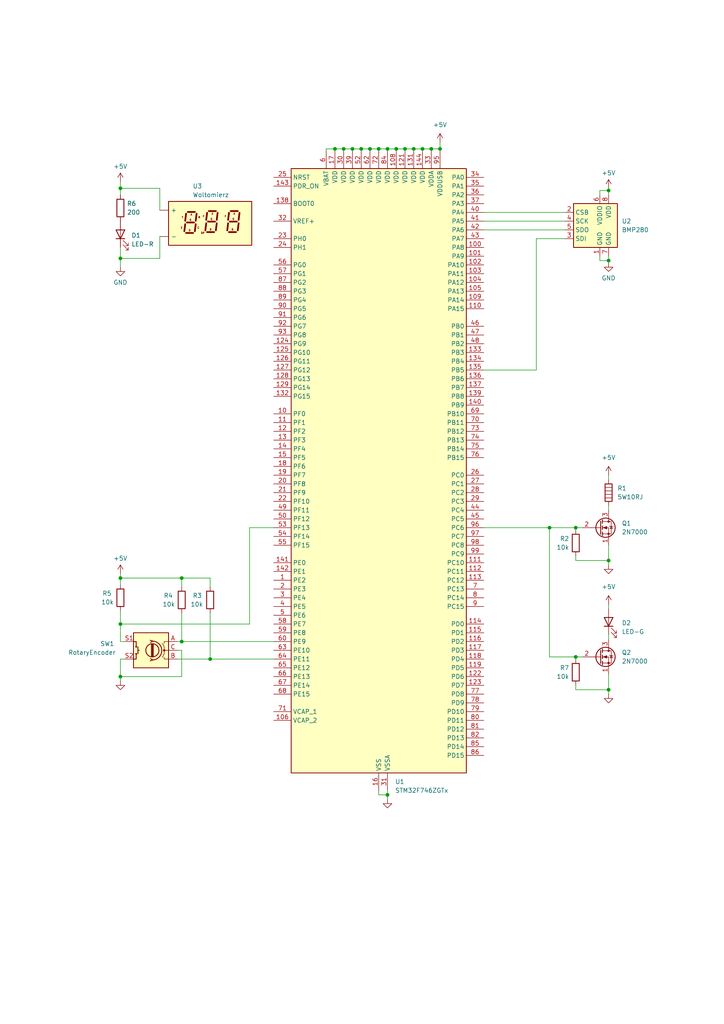
<source format=kicad_sch>
(kicad_sch
	(version 20231120)
	(generator "eeschema")
	(generator_version "8.0")
	(uuid "7620c66f-65d5-4fd6-a716-bb92f0c3518e")
	(paper "A4" portrait)
	(title_block
		(title "Systemy Mikroprocesorowe - Projekt")
		(date "21.01.2025")
	)
	(lib_symbols
		(symbol "Device:Heater"
			(pin_numbers hide)
			(pin_names
				(offset 0)
			)
			(exclude_from_sim no)
			(in_bom yes)
			(on_board yes)
			(property "Reference" "R"
				(at 2.032 0 90)
				(effects
					(font
						(size 1.27 1.27)
					)
				)
			)
			(property "Value" "Heater"
				(at -2.032 0 90)
				(effects
					(font
						(size 1.27 1.27)
					)
				)
			)
			(property "Footprint" ""
				(at -1.778 0 90)
				(effects
					(font
						(size 1.27 1.27)
					)
					(hide yes)
				)
			)
			(property "Datasheet" "~"
				(at 0 0 0)
				(effects
					(font
						(size 1.27 1.27)
					)
					(hide yes)
				)
			)
			(property "Description" "Resistive heater"
				(at 0 0 0)
				(effects
					(font
						(size 1.27 1.27)
					)
					(hide yes)
				)
			)
			(property "ki_keywords" "heater R resistor"
				(at 0 0 0)
				(effects
					(font
						(size 1.27 1.27)
					)
					(hide yes)
				)
			)
			(symbol "Heater_0_1"
				(rectangle
					(start -1.016 -2.54)
					(end 1.016 2.54)
					(stroke
						(width 0.254)
						(type default)
					)
					(fill
						(type none)
					)
				)
				(polyline
					(pts
						(xy -1.016 1.524) (xy 1.016 1.524)
					)
					(stroke
						(width 0)
						(type default)
					)
					(fill
						(type none)
					)
				)
				(polyline
					(pts
						(xy 1.016 -1.524) (xy -1.016 -1.524)
					)
					(stroke
						(width 0)
						(type default)
					)
					(fill
						(type none)
					)
				)
				(polyline
					(pts
						(xy 1.016 -0.508) (xy -1.016 -0.508)
					)
					(stroke
						(width 0)
						(type default)
					)
					(fill
						(type none)
					)
				)
				(polyline
					(pts
						(xy 1.016 0.508) (xy -1.016 0.508)
					)
					(stroke
						(width 0)
						(type default)
					)
					(fill
						(type none)
					)
				)
			)
			(symbol "Heater_1_1"
				(pin passive line
					(at 0 3.81 270)
					(length 1.27)
					(name "~"
						(effects
							(font
								(size 1.27 1.27)
							)
						)
					)
					(number "1"
						(effects
							(font
								(size 1.27 1.27)
							)
						)
					)
				)
				(pin passive line
					(at 0 -3.81 90)
					(length 1.27)
					(name "~"
						(effects
							(font
								(size 1.27 1.27)
							)
						)
					)
					(number "2"
						(effects
							(font
								(size 1.27 1.27)
							)
						)
					)
				)
			)
		)
		(symbol "Device:LED"
			(pin_numbers hide)
			(pin_names
				(offset 1.016) hide)
			(exclude_from_sim no)
			(in_bom yes)
			(on_board yes)
			(property "Reference" "D"
				(at 0 2.54 0)
				(effects
					(font
						(size 1.27 1.27)
					)
				)
			)
			(property "Value" "LED"
				(at 0 -2.54 0)
				(effects
					(font
						(size 1.27 1.27)
					)
				)
			)
			(property "Footprint" ""
				(at 0 0 0)
				(effects
					(font
						(size 1.27 1.27)
					)
					(hide yes)
				)
			)
			(property "Datasheet" "~"
				(at 0 0 0)
				(effects
					(font
						(size 1.27 1.27)
					)
					(hide yes)
				)
			)
			(property "Description" "Light emitting diode"
				(at 0 0 0)
				(effects
					(font
						(size 1.27 1.27)
					)
					(hide yes)
				)
			)
			(property "ki_keywords" "LED diode"
				(at 0 0 0)
				(effects
					(font
						(size 1.27 1.27)
					)
					(hide yes)
				)
			)
			(property "ki_fp_filters" "LED* LED_SMD:* LED_THT:*"
				(at 0 0 0)
				(effects
					(font
						(size 1.27 1.27)
					)
					(hide yes)
				)
			)
			(symbol "LED_0_1"
				(polyline
					(pts
						(xy -1.27 -1.27) (xy -1.27 1.27)
					)
					(stroke
						(width 0.254)
						(type default)
					)
					(fill
						(type none)
					)
				)
				(polyline
					(pts
						(xy -1.27 0) (xy 1.27 0)
					)
					(stroke
						(width 0)
						(type default)
					)
					(fill
						(type none)
					)
				)
				(polyline
					(pts
						(xy 1.27 -1.27) (xy 1.27 1.27) (xy -1.27 0) (xy 1.27 -1.27)
					)
					(stroke
						(width 0.254)
						(type default)
					)
					(fill
						(type none)
					)
				)
				(polyline
					(pts
						(xy -3.048 -0.762) (xy -4.572 -2.286) (xy -3.81 -2.286) (xy -4.572 -2.286) (xy -4.572 -1.524)
					)
					(stroke
						(width 0)
						(type default)
					)
					(fill
						(type none)
					)
				)
				(polyline
					(pts
						(xy -1.778 -0.762) (xy -3.302 -2.286) (xy -2.54 -2.286) (xy -3.302 -2.286) (xy -3.302 -1.524)
					)
					(stroke
						(width 0)
						(type default)
					)
					(fill
						(type none)
					)
				)
			)
			(symbol "LED_1_1"
				(pin passive line
					(at -3.81 0 0)
					(length 2.54)
					(name "K"
						(effects
							(font
								(size 1.27 1.27)
							)
						)
					)
					(number "1"
						(effects
							(font
								(size 1.27 1.27)
							)
						)
					)
				)
				(pin passive line
					(at 3.81 0 180)
					(length 2.54)
					(name "A"
						(effects
							(font
								(size 1.27 1.27)
							)
						)
					)
					(number "2"
						(effects
							(font
								(size 1.27 1.27)
							)
						)
					)
				)
			)
		)
		(symbol "Device:R"
			(pin_numbers hide)
			(pin_names
				(offset 0)
			)
			(exclude_from_sim no)
			(in_bom yes)
			(on_board yes)
			(property "Reference" "R"
				(at 2.032 0 90)
				(effects
					(font
						(size 1.27 1.27)
					)
				)
			)
			(property "Value" "R"
				(at 0 0 90)
				(effects
					(font
						(size 1.27 1.27)
					)
				)
			)
			(property "Footprint" ""
				(at -1.778 0 90)
				(effects
					(font
						(size 1.27 1.27)
					)
					(hide yes)
				)
			)
			(property "Datasheet" "~"
				(at 0 0 0)
				(effects
					(font
						(size 1.27 1.27)
					)
					(hide yes)
				)
			)
			(property "Description" "Resistor"
				(at 0 0 0)
				(effects
					(font
						(size 1.27 1.27)
					)
					(hide yes)
				)
			)
			(property "ki_keywords" "R res resistor"
				(at 0 0 0)
				(effects
					(font
						(size 1.27 1.27)
					)
					(hide yes)
				)
			)
			(property "ki_fp_filters" "R_*"
				(at 0 0 0)
				(effects
					(font
						(size 1.27 1.27)
					)
					(hide yes)
				)
			)
			(symbol "R_0_1"
				(rectangle
					(start -1.016 -2.54)
					(end 1.016 2.54)
					(stroke
						(width 0.254)
						(type default)
					)
					(fill
						(type none)
					)
				)
			)
			(symbol "R_1_1"
				(pin passive line
					(at 0 3.81 270)
					(length 1.27)
					(name "~"
						(effects
							(font
								(size 1.27 1.27)
							)
						)
					)
					(number "1"
						(effects
							(font
								(size 1.27 1.27)
							)
						)
					)
				)
				(pin passive line
					(at 0 -3.81 90)
					(length 1.27)
					(name "~"
						(effects
							(font
								(size 1.27 1.27)
							)
						)
					)
					(number "2"
						(effects
							(font
								(size 1.27 1.27)
							)
						)
					)
				)
			)
		)
		(symbol "Device:RotaryEncoder_Switch"
			(pin_names
				(offset 0.254) hide)
			(exclude_from_sim no)
			(in_bom yes)
			(on_board yes)
			(property "Reference" "SW1"
				(at 12.7 1.905 0)
				(effects
					(font
						(size 1.27 1.27)
					)
				)
			)
			(property "Value" "RotaryEncoder"
				(at 17.78 -0.635 0)
				(effects
					(font
						(size 1.27 1.27)
					)
				)
			)
			(property "Footprint" ""
				(at -3.81 4.064 0)
				(effects
					(font
						(size 1.27 1.27)
					)
					(hide yes)
				)
			)
			(property "Datasheet" "~"
				(at 0 6.604 0)
				(effects
					(font
						(size 1.27 1.27)
					)
					(hide yes)
				)
			)
			(property "Description" "Rotary encoder, dual channel, incremental quadrate outputs, with switch"
				(at 0 0 0)
				(effects
					(font
						(size 1.27 1.27)
					)
					(hide yes)
				)
			)
			(property "ki_keywords" "rotary switch encoder switch push button"
				(at 0 0 0)
				(effects
					(font
						(size 1.27 1.27)
					)
					(hide yes)
				)
			)
			(property "ki_fp_filters" "RotaryEncoder*Switch*"
				(at 0 0 0)
				(effects
					(font
						(size 1.27 1.27)
					)
					(hide yes)
				)
			)
			(symbol "RotaryEncoder_Switch_0_1"
				(rectangle
					(start -5.08 5.08)
					(end 5.08 -5.08)
					(stroke
						(width 0.254)
						(type default)
					)
					(fill
						(type background)
					)
				)
				(circle
					(center -3.81 0)
					(radius 0.254)
					(stroke
						(width 0)
						(type default)
					)
					(fill
						(type outline)
					)
				)
				(circle
					(center -0.381 0)
					(radius 1.905)
					(stroke
						(width 0.254)
						(type default)
					)
					(fill
						(type none)
					)
				)
				(arc
					(start -0.381 2.667)
					(mid -3.0988 -0.0635)
					(end -0.381 -2.794)
					(stroke
						(width 0.254)
						(type default)
					)
					(fill
						(type none)
					)
				)
				(polyline
					(pts
						(xy -0.635 -1.778) (xy -0.635 1.778)
					)
					(stroke
						(width 0.254)
						(type default)
					)
					(fill
						(type none)
					)
				)
				(polyline
					(pts
						(xy -0.381 -1.778) (xy -0.381 1.778)
					)
					(stroke
						(width 0.254)
						(type default)
					)
					(fill
						(type none)
					)
				)
				(polyline
					(pts
						(xy -0.127 1.778) (xy -0.127 -1.778)
					)
					(stroke
						(width 0.254)
						(type default)
					)
					(fill
						(type none)
					)
				)
				(polyline
					(pts
						(xy 3.81 0) (xy 3.429 0)
					)
					(stroke
						(width 0.254)
						(type default)
					)
					(fill
						(type none)
					)
				)
				(polyline
					(pts
						(xy 3.81 1.016) (xy 3.81 -1.016)
					)
					(stroke
						(width 0.254)
						(type default)
					)
					(fill
						(type none)
					)
				)
				(polyline
					(pts
						(xy -5.08 -2.54) (xy -3.81 -2.54) (xy -3.81 -2.032)
					)
					(stroke
						(width 0)
						(type default)
					)
					(fill
						(type none)
					)
				)
				(polyline
					(pts
						(xy -5.08 2.54) (xy -3.81 2.54) (xy -3.81 2.032)
					)
					(stroke
						(width 0)
						(type default)
					)
					(fill
						(type none)
					)
				)
				(polyline
					(pts
						(xy 0.254 -3.048) (xy -0.508 -2.794) (xy 0.127 -2.413)
					)
					(stroke
						(width 0.254)
						(type default)
					)
					(fill
						(type none)
					)
				)
				(polyline
					(pts
						(xy 0.254 2.921) (xy -0.508 2.667) (xy 0.127 2.286)
					)
					(stroke
						(width 0.254)
						(type default)
					)
					(fill
						(type none)
					)
				)
				(polyline
					(pts
						(xy 5.08 -2.54) (xy 4.318 -2.54) (xy 4.318 -1.016)
					)
					(stroke
						(width 0.254)
						(type default)
					)
					(fill
						(type none)
					)
				)
				(polyline
					(pts
						(xy 5.08 2.54) (xy 4.318 2.54) (xy 4.318 1.016)
					)
					(stroke
						(width 0.254)
						(type default)
					)
					(fill
						(type none)
					)
				)
				(polyline
					(pts
						(xy -5.08 0) (xy -3.81 0) (xy -3.81 -1.016) (xy -3.302 -2.032)
					)
					(stroke
						(width 0)
						(type default)
					)
					(fill
						(type none)
					)
				)
				(polyline
					(pts
						(xy -4.318 0) (xy -3.81 0) (xy -3.81 1.016) (xy -3.302 2.032)
					)
					(stroke
						(width 0)
						(type default)
					)
					(fill
						(type none)
					)
				)
				(circle
					(center 4.318 -1.016)
					(radius 0.127)
					(stroke
						(width 0.254)
						(type default)
					)
					(fill
						(type none)
					)
				)
				(circle
					(center 4.318 1.016)
					(radius 0.127)
					(stroke
						(width 0.254)
						(type default)
					)
					(fill
						(type none)
					)
				)
			)
			(symbol "RotaryEncoder_Switch_1_1"
				(pin passive line
					(at -7.62 2.54 0)
					(length 2.54)
					(name "A"
						(effects
							(font
								(size 1.27 1.27)
							)
						)
					)
					(number "A"
						(effects
							(font
								(size 1.27 1.27)
							)
						)
					)
				)
				(pin passive line
					(at -7.62 -2.54 0)
					(length 2.54)
					(name "B"
						(effects
							(font
								(size 1.27 1.27)
							)
						)
					)
					(number "B"
						(effects
							(font
								(size 1.27 1.27)
							)
						)
					)
				)
				(pin passive line
					(at -7.62 0 0)
					(length 2.54)
					(name "C"
						(effects
							(font
								(size 1.27 1.27)
							)
						)
					)
					(number "C"
						(effects
							(font
								(size 1.27 1.27)
							)
						)
					)
				)
				(pin passive line
					(at 7.62 2.54 180)
					(length 2.54)
					(name "S1"
						(effects
							(font
								(size 1.27 1.27)
							)
						)
					)
					(number "S1"
						(effects
							(font
								(size 1.27 1.27)
							)
						)
					)
				)
				(pin passive line
					(at 7.62 -2.54 180)
					(length 2.54)
					(name "S2"
						(effects
							(font
								(size 1.27 1.27)
							)
						)
					)
					(number "S2"
						(effects
							(font
								(size 1.27 1.27)
							)
						)
					)
				)
			)
		)
		(symbol "Display_Character:KCSA02-107"
			(pin_names
				(offset 0.635)
			)
			(exclude_from_sim no)
			(in_bom yes)
			(on_board yes)
			(property "Reference" "U3"
				(at 1.905 14.605 0)
				(effects
					(font
						(size 1.27 1.27)
					)
					(justify left)
				)
			)
			(property "Value" "Woltomierz"
				(at 1.905 12.065 0)
				(effects
					(font
						(size 1.27 1.27)
					)
					(justify left)
				)
			)
			(property "Footprint" "Display_7Segment:KCSC02-107"
				(at 0 -15.24 0)
				(effects
					(font
						(size 1.27 1.27)
					)
					(hide yes)
				)
			)
			(property "Datasheet" "http://www.kingbright.com/attachments/file/psearch/000/00/00/KCSA02-107(Ver.10A).pdf"
				(at -12.7 12.065 0)
				(effects
					(font
						(size 1.27 1.27)
					)
					(justify left)
					(hide yes)
				)
			)
			(property "Description" "One digit 7 segment super bright orange LED, common anode"
				(at 1.27 0.762 0)
				(effects
					(font
						(size 1.27 1.27)
					)
					(hide yes)
				)
			)
			(property "ki_keywords" "display LED 7-segment"
				(at 0 0 0)
				(effects
					(font
						(size 1.27 1.27)
					)
					(hide yes)
				)
			)
			(property "ki_fp_filters" "KCSC02?107*"
				(at 0 0 0)
				(effects
					(font
						(size 1.27 1.27)
					)
					(hide yes)
				)
			)
			(symbol "KCSA02-107_0_0"
				(text "A"
					(at 1.524 6.35 0)
					(effects
						(font
							(size 0.508 0.508)
						)
					)
				)
				(text "A"
					(at 7.62 6.604 0)
					(effects
						(font
							(size 0.508 0.508)
						)
					)
				)
				(text "A"
					(at 13.97 6.604 0)
					(effects
						(font
							(size 0.508 0.508)
						)
					)
				)
				(text "B"
					(at 3.81 5.588 0)
					(effects
						(font
							(size 0.508 0.508)
						)
					)
				)
				(text "C"
					(at 3.556 2.54 0)
					(effects
						(font
							(size 0.508 0.508)
						)
					)
				)
				(text "D"
					(at 1.016 1.778 0)
					(effects
						(font
							(size 0.508 0.508)
						)
					)
				)
				(text "D"
					(at 7.112 2.032 0)
					(effects
						(font
							(size 0.508 0.508)
						)
					)
				)
				(text "D"
					(at 13.462 2.032 0)
					(effects
						(font
							(size 0.508 0.508)
						)
					)
				)
				(text "DP"
					(at 4.826 1.016 0)
					(effects
						(font
							(size 0.508 0.508)
						)
					)
				)
				(text "E"
					(at -1.27 2.54 0)
					(effects
						(font
							(size 0.508 0.508)
						)
					)
				)
				(text "F"
					(at -1.016 5.588 0)
					(effects
						(font
							(size 0.508 0.508)
						)
					)
				)
				(text "F"
					(at 5.08 5.842 0)
					(effects
						(font
							(size 0.508 0.508)
						)
					)
				)
				(text "F"
					(at 11.43 5.842 0)
					(effects
						(font
							(size 0.508 0.508)
						)
					)
				)
				(text "G"
					(at 1.27 4.826 0)
					(effects
						(font
							(size 0.508 0.508)
						)
					)
				)
				(text "G"
					(at 7.366 5.08 0)
					(effects
						(font
							(size 0.508 0.508)
						)
					)
				)
				(text "G"
					(at 13.716 5.08 0)
					(effects
						(font
							(size 0.508 0.508)
						)
					)
				)
			)
			(symbol "KCSA02-107_0_1"
				(rectangle
					(start -5.08 10.16)
					(end 19.05 -2.54)
					(stroke
						(width 0.254)
						(type default)
					)
					(fill
						(type background)
					)
				)
				(polyline
					(pts
						(xy -0.254 3.556) (xy -0.508 1.524)
					)
					(stroke
						(width 0.508)
						(type default)
					)
					(fill
						(type none)
					)
				)
				(polyline
					(pts
						(xy 0 1.016) (xy 2.032 1.016)
					)
					(stroke
						(width 0.508)
						(type default)
					)
					(fill
						(type none)
					)
				)
				(polyline
					(pts
						(xy 0 6.604) (xy -0.254 4.572)
					)
					(stroke
						(width 0.508)
						(type default)
					)
					(fill
						(type none)
					)
				)
				(polyline
					(pts
						(xy 0.254 4.064) (xy 2.286 4.064)
					)
					(stroke
						(width 0.508)
						(type default)
					)
					(fill
						(type none)
					)
				)
				(polyline
					(pts
						(xy 0.508 7.112) (xy 2.54 7.112)
					)
					(stroke
						(width 0.508)
						(type default)
					)
					(fill
						(type none)
					)
				)
				(polyline
					(pts
						(xy 2.794 3.556) (xy 2.54 1.524)
					)
					(stroke
						(width 0.508)
						(type default)
					)
					(fill
						(type none)
					)
				)
				(polyline
					(pts
						(xy 3.048 6.604) (xy 2.794 4.572)
					)
					(stroke
						(width 0.508)
						(type default)
					)
					(fill
						(type none)
					)
				)
				(polyline
					(pts
						(xy 3.81 1.016) (xy 3.81 1.016)
					)
					(stroke
						(width 0.508)
						(type default)
					)
					(fill
						(type none)
					)
				)
				(polyline
					(pts
						(xy 5.842 3.81) (xy 5.588 1.778)
					)
					(stroke
						(width 0.508)
						(type default)
					)
					(fill
						(type none)
					)
				)
				(polyline
					(pts
						(xy 6.096 1.27) (xy 8.128 1.27)
					)
					(stroke
						(width 0.508)
						(type default)
					)
					(fill
						(type none)
					)
				)
				(polyline
					(pts
						(xy 6.096 6.858) (xy 5.842 4.826)
					)
					(stroke
						(width 0.508)
						(type default)
					)
					(fill
						(type none)
					)
				)
				(polyline
					(pts
						(xy 6.35 4.318) (xy 8.382 4.318)
					)
					(stroke
						(width 0.508)
						(type default)
					)
					(fill
						(type none)
					)
				)
				(polyline
					(pts
						(xy 6.604 7.366) (xy 8.636 7.366)
					)
					(stroke
						(width 0.508)
						(type default)
					)
					(fill
						(type none)
					)
				)
				(polyline
					(pts
						(xy 8.89 3.81) (xy 8.636 1.778)
					)
					(stroke
						(width 0.508)
						(type default)
					)
					(fill
						(type none)
					)
				)
				(polyline
					(pts
						(xy 9.144 6.858) (xy 8.89 4.826)
					)
					(stroke
						(width 0.508)
						(type default)
					)
					(fill
						(type none)
					)
				)
				(polyline
					(pts
						(xy 12.192 3.81) (xy 11.938 1.778)
					)
					(stroke
						(width 0.508)
						(type default)
					)
					(fill
						(type none)
					)
				)
				(polyline
					(pts
						(xy 12.446 1.27) (xy 14.478 1.27)
					)
					(stroke
						(width 0.508)
						(type default)
					)
					(fill
						(type none)
					)
				)
				(polyline
					(pts
						(xy 12.446 6.858) (xy 12.192 4.826)
					)
					(stroke
						(width 0.508)
						(type default)
					)
					(fill
						(type none)
					)
				)
				(polyline
					(pts
						(xy 12.7 4.318) (xy 14.732 4.318)
					)
					(stroke
						(width 0.508)
						(type default)
					)
					(fill
						(type none)
					)
				)
				(polyline
					(pts
						(xy 12.954 7.366) (xy 14.986 7.366)
					)
					(stroke
						(width 0.508)
						(type default)
					)
					(fill
						(type none)
					)
				)
				(polyline
					(pts
						(xy 15.24 3.81) (xy 14.986 1.778)
					)
					(stroke
						(width 0.508)
						(type default)
					)
					(fill
						(type none)
					)
				)
				(polyline
					(pts
						(xy 15.494 6.858) (xy 15.24 4.826)
					)
					(stroke
						(width 0.508)
						(type default)
					)
					(fill
						(type none)
					)
				)
			)
			(symbol "KCSA02-107_1_1"
				(pin input line
					(at -7.62 7.62 0)
					(length 2.54)
					(name "+"
						(effects
							(font
								(size 1.27 1.27)
							)
						)
					)
					(number ""
						(effects
							(font
								(size 1.27 1.27)
							)
						)
					)
				)
				(pin input line
					(at -7.62 0 0)
					(length 2.54)
					(name "-"
						(effects
							(font
								(size 1.27 1.27)
							)
						)
					)
					(number ""
						(effects
							(font
								(size 1.27 1.27)
							)
						)
					)
				)
			)
		)
		(symbol "MCU_ST_STM32F7:STM32F746ZGTx"
			(exclude_from_sim no)
			(in_bom yes)
			(on_board yes)
			(property "Reference" "U"
				(at -25.4 90.17 0)
				(effects
					(font
						(size 1.27 1.27)
					)
					(justify left)
				)
			)
			(property "Value" "STM32F746ZGTx"
				(at 20.32 90.17 0)
				(effects
					(font
						(size 1.27 1.27)
					)
					(justify left)
				)
			)
			(property "Footprint" "Package_QFP:LQFP-144_20x20mm_P0.5mm"
				(at -25.4 -86.36 0)
				(effects
					(font
						(size 1.27 1.27)
					)
					(justify right)
					(hide yes)
				)
			)
			(property "Datasheet" "https://www.st.com/resource/en/datasheet/stm32f746zg.pdf"
				(at 0 0 0)
				(effects
					(font
						(size 1.27 1.27)
					)
					(hide yes)
				)
			)
			(property "Description" "STMicroelectronics Arm Cortex-M7 MCU, 1024KB flash, 320KB RAM, 216 MHz, 1.7-3.6V, 114 GPIO, LQFP144"
				(at 0 0 0)
				(effects
					(font
						(size 1.27 1.27)
					)
					(hide yes)
				)
			)
			(property "ki_locked" ""
				(at 0 0 0)
				(effects
					(font
						(size 1.27 1.27)
					)
				)
			)
			(property "ki_keywords" "Arm Cortex-M7 STM32F7 STM32F7x6"
				(at 0 0 0)
				(effects
					(font
						(size 1.27 1.27)
					)
					(hide yes)
				)
			)
			(property "ki_fp_filters" "LQFP*20x20mm*P0.5mm*"
				(at 0 0 0)
				(effects
					(font
						(size 1.27 1.27)
					)
					(hide yes)
				)
			)
			(symbol "STM32F746ZGTx_0_1"
				(rectangle
					(start -25.4 -86.36)
					(end 25.4 88.9)
					(stroke
						(width 0.254)
						(type default)
					)
					(fill
						(type background)
					)
				)
			)
			(symbol "STM32F746ZGTx_1_1"
				(pin bidirectional line
					(at -30.48 -30.48 0)
					(length 5.08)
					(name "PE2"
						(effects
							(font
								(size 1.27 1.27)
							)
						)
					)
					(number "1"
						(effects
							(font
								(size 1.27 1.27)
							)
						)
					)
					(alternate "ETH_TXD3" bidirectional line)
					(alternate "FMC_A23" bidirectional line)
					(alternate "QUADSPI_BK1_IO2" bidirectional line)
					(alternate "SAI1_MCLK_A" bidirectional line)
					(alternate "SPI4_SCK" bidirectional line)
					(alternate "SYS_TRACECLK" bidirectional line)
				)
				(pin bidirectional line
					(at -30.48 17.78 0)
					(length 5.08)
					(name "PF0"
						(effects
							(font
								(size 1.27 1.27)
							)
						)
					)
					(number "10"
						(effects
							(font
								(size 1.27 1.27)
							)
						)
					)
					(alternate "FMC_A0" bidirectional line)
					(alternate "I2C2_SDA" bidirectional line)
				)
				(pin bidirectional line
					(at 30.48 66.04 180)
					(length 5.08)
					(name "PA8"
						(effects
							(font
								(size 1.27 1.27)
							)
						)
					)
					(number "100"
						(effects
							(font
								(size 1.27 1.27)
							)
						)
					)
					(alternate "I2C3_SCL" bidirectional line)
					(alternate "LTDC_R6" bidirectional line)
					(alternate "RCC_MCO_1" bidirectional line)
					(alternate "TIM1_CH1" bidirectional line)
					(alternate "TIM8_BKIN2" bidirectional line)
					(alternate "USART1_CK" bidirectional line)
					(alternate "USB_OTG_FS_SOF" bidirectional line)
				)
				(pin bidirectional line
					(at 30.48 63.5 180)
					(length 5.08)
					(name "PA9"
						(effects
							(font
								(size 1.27 1.27)
							)
						)
					)
					(number "101"
						(effects
							(font
								(size 1.27 1.27)
							)
						)
					)
					(alternate "DAC_EXTI9" bidirectional line)
					(alternate "DCMI_D0" bidirectional line)
					(alternate "I2C3_SMBA" bidirectional line)
					(alternate "I2S2_CK" bidirectional line)
					(alternate "SPI2_SCK" bidirectional line)
					(alternate "TIM1_CH2" bidirectional line)
					(alternate "USART1_TX" bidirectional line)
					(alternate "USB_OTG_FS_VBUS" bidirectional line)
				)
				(pin bidirectional line
					(at 30.48 60.96 180)
					(length 5.08)
					(name "PA10"
						(effects
							(font
								(size 1.27 1.27)
							)
						)
					)
					(number "102"
						(effects
							(font
								(size 1.27 1.27)
							)
						)
					)
					(alternate "DCMI_D1" bidirectional line)
					(alternate "TIM1_CH3" bidirectional line)
					(alternate "USART1_RX" bidirectional line)
					(alternate "USB_OTG_FS_ID" bidirectional line)
				)
				(pin bidirectional line
					(at 30.48 58.42 180)
					(length 5.08)
					(name "PA11"
						(effects
							(font
								(size 1.27 1.27)
							)
						)
					)
					(number "103"
						(effects
							(font
								(size 1.27 1.27)
							)
						)
					)
					(alternate "ADC1_EXTI11" bidirectional line)
					(alternate "ADC2_EXTI11" bidirectional line)
					(alternate "ADC3_EXTI11" bidirectional line)
					(alternate "CAN1_RX" bidirectional line)
					(alternate "LTDC_R4" bidirectional line)
					(alternate "TIM1_CH4" bidirectional line)
					(alternate "USART1_CTS" bidirectional line)
					(alternate "USB_OTG_FS_DM" bidirectional line)
				)
				(pin bidirectional line
					(at 30.48 55.88 180)
					(length 5.08)
					(name "PA12"
						(effects
							(font
								(size 1.27 1.27)
							)
						)
					)
					(number "104"
						(effects
							(font
								(size 1.27 1.27)
							)
						)
					)
					(alternate "CAN1_TX" bidirectional line)
					(alternate "LTDC_R5" bidirectional line)
					(alternate "SAI2_FS_B" bidirectional line)
					(alternate "TIM1_ETR" bidirectional line)
					(alternate "USART1_DE" bidirectional line)
					(alternate "USART1_RTS" bidirectional line)
					(alternate "USB_OTG_FS_DP" bidirectional line)
				)
				(pin bidirectional line
					(at 30.48 53.34 180)
					(length 5.08)
					(name "PA13"
						(effects
							(font
								(size 1.27 1.27)
							)
						)
					)
					(number "105"
						(effects
							(font
								(size 1.27 1.27)
							)
						)
					)
					(alternate "SYS_JTMS-SWDIO" bidirectional line)
				)
				(pin power_out line
					(at -30.48 -71.12 0)
					(length 5.08)
					(name "VCAP_2"
						(effects
							(font
								(size 1.27 1.27)
							)
						)
					)
					(number "106"
						(effects
							(font
								(size 1.27 1.27)
							)
						)
					)
				)
				(pin passive line
					(at 0 -91.44 90)
					(length 5.08) hide
					(name "VSS"
						(effects
							(font
								(size 1.27 1.27)
							)
						)
					)
					(number "107"
						(effects
							(font
								(size 1.27 1.27)
							)
						)
					)
				)
				(pin power_in line
					(at 5.08 93.98 270)
					(length 5.08)
					(name "VDD"
						(effects
							(font
								(size 1.27 1.27)
							)
						)
					)
					(number "108"
						(effects
							(font
								(size 1.27 1.27)
							)
						)
					)
				)
				(pin bidirectional line
					(at 30.48 50.8 180)
					(length 5.08)
					(name "PA14"
						(effects
							(font
								(size 1.27 1.27)
							)
						)
					)
					(number "109"
						(effects
							(font
								(size 1.27 1.27)
							)
						)
					)
					(alternate "SYS_JTCK-SWCLK" bidirectional line)
				)
				(pin bidirectional line
					(at -30.48 15.24 0)
					(length 5.08)
					(name "PF1"
						(effects
							(font
								(size 1.27 1.27)
							)
						)
					)
					(number "11"
						(effects
							(font
								(size 1.27 1.27)
							)
						)
					)
					(alternate "FMC_A1" bidirectional line)
					(alternate "I2C2_SCL" bidirectional line)
				)
				(pin bidirectional line
					(at 30.48 48.26 180)
					(length 5.08)
					(name "PA15"
						(effects
							(font
								(size 1.27 1.27)
							)
						)
					)
					(number "110"
						(effects
							(font
								(size 1.27 1.27)
							)
						)
					)
					(alternate "CEC" bidirectional line)
					(alternate "I2S1_WS" bidirectional line)
					(alternate "I2S3_WS" bidirectional line)
					(alternate "SPI1_NSS" bidirectional line)
					(alternate "SPI3_NSS" bidirectional line)
					(alternate "SYS_JTDI" bidirectional line)
					(alternate "TIM2_CH1" bidirectional line)
					(alternate "TIM2_ETR" bidirectional line)
					(alternate "UART4_DE" bidirectional line)
					(alternate "UART4_RTS" bidirectional line)
				)
				(pin bidirectional line
					(at 30.48 -25.4 180)
					(length 5.08)
					(name "PC10"
						(effects
							(font
								(size 1.27 1.27)
							)
						)
					)
					(number "111"
						(effects
							(font
								(size 1.27 1.27)
							)
						)
					)
					(alternate "DCMI_D8" bidirectional line)
					(alternate "I2S3_CK" bidirectional line)
					(alternate "LTDC_R2" bidirectional line)
					(alternate "QUADSPI_BK1_IO1" bidirectional line)
					(alternate "SDMMC1_D2" bidirectional line)
					(alternate "SPI3_SCK" bidirectional line)
					(alternate "UART4_TX" bidirectional line)
					(alternate "USART3_TX" bidirectional line)
				)
				(pin bidirectional line
					(at 30.48 -27.94 180)
					(length 5.08)
					(name "PC11"
						(effects
							(font
								(size 1.27 1.27)
							)
						)
					)
					(number "112"
						(effects
							(font
								(size 1.27 1.27)
							)
						)
					)
					(alternate "ADC1_EXTI11" bidirectional line)
					(alternate "ADC2_EXTI11" bidirectional line)
					(alternate "ADC3_EXTI11" bidirectional line)
					(alternate "DCMI_D4" bidirectional line)
					(alternate "QUADSPI_BK2_NCS" bidirectional line)
					(alternate "SDMMC1_D3" bidirectional line)
					(alternate "SPI3_MISO" bidirectional line)
					(alternate "UART4_RX" bidirectional line)
					(alternate "USART3_RX" bidirectional line)
				)
				(pin bidirectional line
					(at 30.48 -30.48 180)
					(length 5.08)
					(name "PC12"
						(effects
							(font
								(size 1.27 1.27)
							)
						)
					)
					(number "113"
						(effects
							(font
								(size 1.27 1.27)
							)
						)
					)
					(alternate "DCMI_D9" bidirectional line)
					(alternate "I2S3_SD" bidirectional line)
					(alternate "SDMMC1_CK" bidirectional line)
					(alternate "SPI3_MOSI" bidirectional line)
					(alternate "SYS_TRACED3" bidirectional line)
					(alternate "UART5_TX" bidirectional line)
					(alternate "USART3_CK" bidirectional line)
				)
				(pin bidirectional line
					(at 30.48 -43.18 180)
					(length 5.08)
					(name "PD0"
						(effects
							(font
								(size 1.27 1.27)
							)
						)
					)
					(number "114"
						(effects
							(font
								(size 1.27 1.27)
							)
						)
					)
					(alternate "CAN1_RX" bidirectional line)
					(alternate "FMC_D2" bidirectional line)
					(alternate "FMC_DA2" bidirectional line)
				)
				(pin bidirectional line
					(at 30.48 -45.72 180)
					(length 5.08)
					(name "PD1"
						(effects
							(font
								(size 1.27 1.27)
							)
						)
					)
					(number "115"
						(effects
							(font
								(size 1.27 1.27)
							)
						)
					)
					(alternate "CAN1_TX" bidirectional line)
					(alternate "FMC_D3" bidirectional line)
					(alternate "FMC_DA3" bidirectional line)
				)
				(pin bidirectional line
					(at 30.48 -48.26 180)
					(length 5.08)
					(name "PD2"
						(effects
							(font
								(size 1.27 1.27)
							)
						)
					)
					(number "116"
						(effects
							(font
								(size 1.27 1.27)
							)
						)
					)
					(alternate "DCMI_D11" bidirectional line)
					(alternate "SDMMC1_CMD" bidirectional line)
					(alternate "SYS_TRACED2" bidirectional line)
					(alternate "TIM3_ETR" bidirectional line)
					(alternate "UART5_RX" bidirectional line)
				)
				(pin bidirectional line
					(at 30.48 -50.8 180)
					(length 5.08)
					(name "PD3"
						(effects
							(font
								(size 1.27 1.27)
							)
						)
					)
					(number "117"
						(effects
							(font
								(size 1.27 1.27)
							)
						)
					)
					(alternate "DCMI_D5" bidirectional line)
					(alternate "FMC_CLK" bidirectional line)
					(alternate "I2S2_CK" bidirectional line)
					(alternate "LTDC_G7" bidirectional line)
					(alternate "SPI2_SCK" bidirectional line)
					(alternate "USART2_CTS" bidirectional line)
				)
				(pin bidirectional line
					(at 30.48 -53.34 180)
					(length 5.08)
					(name "PD4"
						(effects
							(font
								(size 1.27 1.27)
							)
						)
					)
					(number "118"
						(effects
							(font
								(size 1.27 1.27)
							)
						)
					)
					(alternate "FMC_NOE" bidirectional line)
					(alternate "USART2_DE" bidirectional line)
					(alternate "USART2_RTS" bidirectional line)
				)
				(pin bidirectional line
					(at 30.48 -55.88 180)
					(length 5.08)
					(name "PD5"
						(effects
							(font
								(size 1.27 1.27)
							)
						)
					)
					(number "119"
						(effects
							(font
								(size 1.27 1.27)
							)
						)
					)
					(alternate "FMC_NWE" bidirectional line)
					(alternate "USART2_TX" bidirectional line)
				)
				(pin bidirectional line
					(at -30.48 12.7 0)
					(length 5.08)
					(name "PF2"
						(effects
							(font
								(size 1.27 1.27)
							)
						)
					)
					(number "12"
						(effects
							(font
								(size 1.27 1.27)
							)
						)
					)
					(alternate "FMC_A2" bidirectional line)
					(alternate "I2C2_SMBA" bidirectional line)
				)
				(pin passive line
					(at 0 -91.44 90)
					(length 5.08) hide
					(name "VSS"
						(effects
							(font
								(size 1.27 1.27)
							)
						)
					)
					(number "120"
						(effects
							(font
								(size 1.27 1.27)
							)
						)
					)
				)
				(pin power_in line
					(at 7.62 93.98 270)
					(length 5.08)
					(name "VDD"
						(effects
							(font
								(size 1.27 1.27)
							)
						)
					)
					(number "121"
						(effects
							(font
								(size 1.27 1.27)
							)
						)
					)
				)
				(pin bidirectional line
					(at 30.48 -58.42 180)
					(length 5.08)
					(name "PD6"
						(effects
							(font
								(size 1.27 1.27)
							)
						)
					)
					(number "122"
						(effects
							(font
								(size 1.27 1.27)
							)
						)
					)
					(alternate "DCMI_D10" bidirectional line)
					(alternate "FMC_NWAIT" bidirectional line)
					(alternate "I2S3_SD" bidirectional line)
					(alternate "LTDC_B2" bidirectional line)
					(alternate "SAI1_SD_A" bidirectional line)
					(alternate "SPI3_MOSI" bidirectional line)
					(alternate "USART2_RX" bidirectional line)
				)
				(pin bidirectional line
					(at 30.48 -60.96 180)
					(length 5.08)
					(name "PD7"
						(effects
							(font
								(size 1.27 1.27)
							)
						)
					)
					(number "123"
						(effects
							(font
								(size 1.27 1.27)
							)
						)
					)
					(alternate "FMC_NE1" bidirectional line)
					(alternate "SPDIFRX_IN0" bidirectional line)
					(alternate "USART2_CK" bidirectional line)
				)
				(pin bidirectional line
					(at -30.48 38.1 0)
					(length 5.08)
					(name "PG9"
						(effects
							(font
								(size 1.27 1.27)
							)
						)
					)
					(number "124"
						(effects
							(font
								(size 1.27 1.27)
							)
						)
					)
					(alternate "DAC_EXTI9" bidirectional line)
					(alternate "DCMI_VSYNC" bidirectional line)
					(alternate "FMC_NCE" bidirectional line)
					(alternate "FMC_NE2" bidirectional line)
					(alternate "QUADSPI_BK2_IO2" bidirectional line)
					(alternate "SAI2_FS_B" bidirectional line)
					(alternate "SPDIFRX_IN3" bidirectional line)
					(alternate "USART6_RX" bidirectional line)
				)
				(pin bidirectional line
					(at -30.48 35.56 0)
					(length 5.08)
					(name "PG10"
						(effects
							(font
								(size 1.27 1.27)
							)
						)
					)
					(number "125"
						(effects
							(font
								(size 1.27 1.27)
							)
						)
					)
					(alternate "DCMI_D2" bidirectional line)
					(alternate "FMC_NE3" bidirectional line)
					(alternate "LTDC_B2" bidirectional line)
					(alternate "LTDC_G3" bidirectional line)
					(alternate "SAI2_SD_B" bidirectional line)
				)
				(pin bidirectional line
					(at -30.48 33.02 0)
					(length 5.08)
					(name "PG11"
						(effects
							(font
								(size 1.27 1.27)
							)
						)
					)
					(number "126"
						(effects
							(font
								(size 1.27 1.27)
							)
						)
					)
					(alternate "ADC1_EXTI11" bidirectional line)
					(alternate "ADC2_EXTI11" bidirectional line)
					(alternate "ADC3_EXTI11" bidirectional line)
					(alternate "DCMI_D3" bidirectional line)
					(alternate "ETH_TX_EN" bidirectional line)
					(alternate "LTDC_B3" bidirectional line)
					(alternate "SPDIFRX_IN0" bidirectional line)
				)
				(pin bidirectional line
					(at -30.48 30.48 0)
					(length 5.08)
					(name "PG12"
						(effects
							(font
								(size 1.27 1.27)
							)
						)
					)
					(number "127"
						(effects
							(font
								(size 1.27 1.27)
							)
						)
					)
					(alternate "FMC_NE4" bidirectional line)
					(alternate "LPTIM1_IN1" bidirectional line)
					(alternate "LTDC_B1" bidirectional line)
					(alternate "LTDC_B4" bidirectional line)
					(alternate "SPDIFRX_IN1" bidirectional line)
					(alternate "SPI6_MISO" bidirectional line)
					(alternate "USART6_DE" bidirectional line)
					(alternate "USART6_RTS" bidirectional line)
				)
				(pin bidirectional line
					(at -30.48 27.94 0)
					(length 5.08)
					(name "PG13"
						(effects
							(font
								(size 1.27 1.27)
							)
						)
					)
					(number "128"
						(effects
							(font
								(size 1.27 1.27)
							)
						)
					)
					(alternate "ETH_TXD0" bidirectional line)
					(alternate "FMC_A24" bidirectional line)
					(alternate "LPTIM1_OUT" bidirectional line)
					(alternate "LTDC_R0" bidirectional line)
					(alternate "SPI6_SCK" bidirectional line)
					(alternate "SYS_TRACED0" bidirectional line)
					(alternate "USART6_CTS" bidirectional line)
				)
				(pin bidirectional line
					(at -30.48 25.4 0)
					(length 5.08)
					(name "PG14"
						(effects
							(font
								(size 1.27 1.27)
							)
						)
					)
					(number "129"
						(effects
							(font
								(size 1.27 1.27)
							)
						)
					)
					(alternate "ETH_TXD1" bidirectional line)
					(alternate "FMC_A25" bidirectional line)
					(alternate "LPTIM1_ETR" bidirectional line)
					(alternate "LTDC_B0" bidirectional line)
					(alternate "QUADSPI_BK2_IO3" bidirectional line)
					(alternate "SPI6_MOSI" bidirectional line)
					(alternate "SYS_TRACED1" bidirectional line)
					(alternate "USART6_TX" bidirectional line)
				)
				(pin bidirectional line
					(at -30.48 10.16 0)
					(length 5.08)
					(name "PF3"
						(effects
							(font
								(size 1.27 1.27)
							)
						)
					)
					(number "13"
						(effects
							(font
								(size 1.27 1.27)
							)
						)
					)
					(alternate "ADC3_IN9" bidirectional line)
					(alternate "FMC_A3" bidirectional line)
				)
				(pin passive line
					(at 0 -91.44 90)
					(length 5.08) hide
					(name "VSS"
						(effects
							(font
								(size 1.27 1.27)
							)
						)
					)
					(number "130"
						(effects
							(font
								(size 1.27 1.27)
							)
						)
					)
				)
				(pin power_in line
					(at 10.16 93.98 270)
					(length 5.08)
					(name "VDD"
						(effects
							(font
								(size 1.27 1.27)
							)
						)
					)
					(number "131"
						(effects
							(font
								(size 1.27 1.27)
							)
						)
					)
				)
				(pin bidirectional line
					(at -30.48 22.86 0)
					(length 5.08)
					(name "PG15"
						(effects
							(font
								(size 1.27 1.27)
							)
						)
					)
					(number "132"
						(effects
							(font
								(size 1.27 1.27)
							)
						)
					)
					(alternate "DCMI_D13" bidirectional line)
					(alternate "FMC_SDNCAS" bidirectional line)
					(alternate "USART6_CTS" bidirectional line)
				)
				(pin bidirectional line
					(at 30.48 35.56 180)
					(length 5.08)
					(name "PB3"
						(effects
							(font
								(size 1.27 1.27)
							)
						)
					)
					(number "133"
						(effects
							(font
								(size 1.27 1.27)
							)
						)
					)
					(alternate "I2S1_CK" bidirectional line)
					(alternate "I2S3_CK" bidirectional line)
					(alternate "SPI1_SCK" bidirectional line)
					(alternate "SPI3_SCK" bidirectional line)
					(alternate "SYS_JTDO-SWO" bidirectional line)
					(alternate "TIM2_CH2" bidirectional line)
				)
				(pin bidirectional line
					(at 30.48 33.02 180)
					(length 5.08)
					(name "PB4"
						(effects
							(font
								(size 1.27 1.27)
							)
						)
					)
					(number "134"
						(effects
							(font
								(size 1.27 1.27)
							)
						)
					)
					(alternate "I2S2_WS" bidirectional line)
					(alternate "SPI1_MISO" bidirectional line)
					(alternate "SPI2_NSS" bidirectional line)
					(alternate "SPI3_MISO" bidirectional line)
					(alternate "SYS_JTRST" bidirectional line)
					(alternate "TIM3_CH1" bidirectional line)
				)
				(pin bidirectional line
					(at 30.48 30.48 180)
					(length 5.08)
					(name "PB5"
						(effects
							(font
								(size 1.27 1.27)
							)
						)
					)
					(number "135"
						(effects
							(font
								(size 1.27 1.27)
							)
						)
					)
					(alternate "CAN2_RX" bidirectional line)
					(alternate "DCMI_D10" bidirectional line)
					(alternate "ETH_PPS_OUT" bidirectional line)
					(alternate "FMC_SDCKE1" bidirectional line)
					(alternate "I2C1_SMBA" bidirectional line)
					(alternate "I2S1_SD" bidirectional line)
					(alternate "I2S3_SD" bidirectional line)
					(alternate "SPI1_MOSI" bidirectional line)
					(alternate "SPI3_MOSI" bidirectional line)
					(alternate "TIM3_CH2" bidirectional line)
					(alternate "USB_OTG_HS_ULPI_D7" bidirectional line)
				)
				(pin bidirectional line
					(at 30.48 27.94 180)
					(length 5.08)
					(name "PB6"
						(effects
							(font
								(size 1.27 1.27)
							)
						)
					)
					(number "136"
						(effects
							(font
								(size 1.27 1.27)
							)
						)
					)
					(alternate "CAN2_TX" bidirectional line)
					(alternate "CEC" bidirectional line)
					(alternate "DCMI_D5" bidirectional line)
					(alternate "FMC_SDNE1" bidirectional line)
					(alternate "I2C1_SCL" bidirectional line)
					(alternate "QUADSPI_BK1_NCS" bidirectional line)
					(alternate "TIM4_CH1" bidirectional line)
					(alternate "USART1_TX" bidirectional line)
				)
				(pin bidirectional line
					(at 30.48 25.4 180)
					(length 5.08)
					(name "PB7"
						(effects
							(font
								(size 1.27 1.27)
							)
						)
					)
					(number "137"
						(effects
							(font
								(size 1.27 1.27)
							)
						)
					)
					(alternate "DCMI_VSYNC" bidirectional line)
					(alternate "FMC_NL" bidirectional line)
					(alternate "I2C1_SDA" bidirectional line)
					(alternate "TIM4_CH2" bidirectional line)
					(alternate "USART1_RX" bidirectional line)
				)
				(pin input line
					(at -30.48 78.74 0)
					(length 5.08)
					(name "BOOT0"
						(effects
							(font
								(size 1.27 1.27)
							)
						)
					)
					(number "138"
						(effects
							(font
								(size 1.27 1.27)
							)
						)
					)
				)
				(pin bidirectional line
					(at 30.48 22.86 180)
					(length 5.08)
					(name "PB8"
						(effects
							(font
								(size 1.27 1.27)
							)
						)
					)
					(number "139"
						(effects
							(font
								(size 1.27 1.27)
							)
						)
					)
					(alternate "CAN1_RX" bidirectional line)
					(alternate "DCMI_D6" bidirectional line)
					(alternate "ETH_TXD3" bidirectional line)
					(alternate "I2C1_SCL" bidirectional line)
					(alternate "LTDC_B6" bidirectional line)
					(alternate "SDMMC1_D4" bidirectional line)
					(alternate "TIM10_CH1" bidirectional line)
					(alternate "TIM4_CH3" bidirectional line)
				)
				(pin bidirectional line
					(at -30.48 7.62 0)
					(length 5.08)
					(name "PF4"
						(effects
							(font
								(size 1.27 1.27)
							)
						)
					)
					(number "14"
						(effects
							(font
								(size 1.27 1.27)
							)
						)
					)
					(alternate "ADC3_IN14" bidirectional line)
					(alternate "FMC_A4" bidirectional line)
				)
				(pin bidirectional line
					(at 30.48 20.32 180)
					(length 5.08)
					(name "PB9"
						(effects
							(font
								(size 1.27 1.27)
							)
						)
					)
					(number "140"
						(effects
							(font
								(size 1.27 1.27)
							)
						)
					)
					(alternate "CAN1_TX" bidirectional line)
					(alternate "DAC_EXTI9" bidirectional line)
					(alternate "DCMI_D7" bidirectional line)
					(alternate "I2C1_SDA" bidirectional line)
					(alternate "I2S2_WS" bidirectional line)
					(alternate "LTDC_B7" bidirectional line)
					(alternate "SDMMC1_D5" bidirectional line)
					(alternate "SPI2_NSS" bidirectional line)
					(alternate "TIM11_CH1" bidirectional line)
					(alternate "TIM4_CH4" bidirectional line)
				)
				(pin bidirectional line
					(at -30.48 -25.4 0)
					(length 5.08)
					(name "PE0"
						(effects
							(font
								(size 1.27 1.27)
							)
						)
					)
					(number "141"
						(effects
							(font
								(size 1.27 1.27)
							)
						)
					)
					(alternate "DCMI_D2" bidirectional line)
					(alternate "FMC_NBL0" bidirectional line)
					(alternate "LPTIM1_ETR" bidirectional line)
					(alternate "SAI2_MCLK_A" bidirectional line)
					(alternate "TIM4_ETR" bidirectional line)
					(alternate "UART8_RX" bidirectional line)
				)
				(pin bidirectional line
					(at -30.48 -27.94 0)
					(length 5.08)
					(name "PE1"
						(effects
							(font
								(size 1.27 1.27)
							)
						)
					)
					(number "142"
						(effects
							(font
								(size 1.27 1.27)
							)
						)
					)
					(alternate "DCMI_D3" bidirectional line)
					(alternate "FMC_NBL1" bidirectional line)
					(alternate "LPTIM1_IN2" bidirectional line)
					(alternate "UART8_TX" bidirectional line)
				)
				(pin input line
					(at -30.48 83.82 0)
					(length 5.08)
					(name "PDR_ON"
						(effects
							(font
								(size 1.27 1.27)
							)
						)
					)
					(number "143"
						(effects
							(font
								(size 1.27 1.27)
							)
						)
					)
				)
				(pin power_in line
					(at 12.7 93.98 270)
					(length 5.08)
					(name "VDD"
						(effects
							(font
								(size 1.27 1.27)
							)
						)
					)
					(number "144"
						(effects
							(font
								(size 1.27 1.27)
							)
						)
					)
				)
				(pin bidirectional line
					(at -30.48 5.08 0)
					(length 5.08)
					(name "PF5"
						(effects
							(font
								(size 1.27 1.27)
							)
						)
					)
					(number "15"
						(effects
							(font
								(size 1.27 1.27)
							)
						)
					)
					(alternate "ADC3_IN15" bidirectional line)
					(alternate "FMC_A5" bidirectional line)
				)
				(pin power_in line
					(at 0 -91.44 90)
					(length 5.08)
					(name "VSS"
						(effects
							(font
								(size 1.27 1.27)
							)
						)
					)
					(number "16"
						(effects
							(font
								(size 1.27 1.27)
							)
						)
					)
				)
				(pin power_in line
					(at -12.7 93.98 270)
					(length 5.08)
					(name "VDD"
						(effects
							(font
								(size 1.27 1.27)
							)
						)
					)
					(number "17"
						(effects
							(font
								(size 1.27 1.27)
							)
						)
					)
				)
				(pin bidirectional line
					(at -30.48 2.54 0)
					(length 5.08)
					(name "PF6"
						(effects
							(font
								(size 1.27 1.27)
							)
						)
					)
					(number "18"
						(effects
							(font
								(size 1.27 1.27)
							)
						)
					)
					(alternate "ADC3_IN4" bidirectional line)
					(alternate "QUADSPI_BK1_IO3" bidirectional line)
					(alternate "SAI1_SD_B" bidirectional line)
					(alternate "SPI5_NSS" bidirectional line)
					(alternate "TIM10_CH1" bidirectional line)
					(alternate "UART7_RX" bidirectional line)
				)
				(pin bidirectional line
					(at -30.48 0 0)
					(length 5.08)
					(name "PF7"
						(effects
							(font
								(size 1.27 1.27)
							)
						)
					)
					(number "19"
						(effects
							(font
								(size 1.27 1.27)
							)
						)
					)
					(alternate "ADC3_IN5" bidirectional line)
					(alternate "QUADSPI_BK1_IO2" bidirectional line)
					(alternate "SAI1_MCLK_B" bidirectional line)
					(alternate "SPI5_SCK" bidirectional line)
					(alternate "TIM11_CH1" bidirectional line)
					(alternate "UART7_TX" bidirectional line)
				)
				(pin bidirectional line
					(at -30.48 -33.02 0)
					(length 5.08)
					(name "PE3"
						(effects
							(font
								(size 1.27 1.27)
							)
						)
					)
					(number "2"
						(effects
							(font
								(size 1.27 1.27)
							)
						)
					)
					(alternate "FMC_A19" bidirectional line)
					(alternate "SAI1_SD_B" bidirectional line)
					(alternate "SYS_TRACED0" bidirectional line)
				)
				(pin bidirectional line
					(at -30.48 -2.54 0)
					(length 5.08)
					(name "PF8"
						(effects
							(font
								(size 1.27 1.27)
							)
						)
					)
					(number "20"
						(effects
							(font
								(size 1.27 1.27)
							)
						)
					)
					(alternate "ADC3_IN6" bidirectional line)
					(alternate "QUADSPI_BK1_IO0" bidirectional line)
					(alternate "SAI1_SCK_B" bidirectional line)
					(alternate "SPI5_MISO" bidirectional line)
					(alternate "TIM13_CH1" bidirectional line)
					(alternate "UART7_DE" bidirectional line)
					(alternate "UART7_RTS" bidirectional line)
				)
				(pin bidirectional line
					(at -30.48 -5.08 0)
					(length 5.08)
					(name "PF9"
						(effects
							(font
								(size 1.27 1.27)
							)
						)
					)
					(number "21"
						(effects
							(font
								(size 1.27 1.27)
							)
						)
					)
					(alternate "ADC3_IN7" bidirectional line)
					(alternate "DAC_EXTI9" bidirectional line)
					(alternate "QUADSPI_BK1_IO1" bidirectional line)
					(alternate "SAI1_FS_B" bidirectional line)
					(alternate "SPI5_MOSI" bidirectional line)
					(alternate "TIM14_CH1" bidirectional line)
					(alternate "UART7_CTS" bidirectional line)
				)
				(pin bidirectional line
					(at -30.48 -7.62 0)
					(length 5.08)
					(name "PF10"
						(effects
							(font
								(size 1.27 1.27)
							)
						)
					)
					(number "22"
						(effects
							(font
								(size 1.27 1.27)
							)
						)
					)
					(alternate "ADC3_IN8" bidirectional line)
					(alternate "DCMI_D11" bidirectional line)
					(alternate "LTDC_DE" bidirectional line)
				)
				(pin bidirectional line
					(at -30.48 68.58 0)
					(length 5.08)
					(name "PH0"
						(effects
							(font
								(size 1.27 1.27)
							)
						)
					)
					(number "23"
						(effects
							(font
								(size 1.27 1.27)
							)
						)
					)
					(alternate "RCC_OSC_IN" bidirectional line)
				)
				(pin bidirectional line
					(at -30.48 66.04 0)
					(length 5.08)
					(name "PH1"
						(effects
							(font
								(size 1.27 1.27)
							)
						)
					)
					(number "24"
						(effects
							(font
								(size 1.27 1.27)
							)
						)
					)
					(alternate "RCC_OSC_OUT" bidirectional line)
				)
				(pin input line
					(at -30.48 86.36 0)
					(length 5.08)
					(name "NRST"
						(effects
							(font
								(size 1.27 1.27)
							)
						)
					)
					(number "25"
						(effects
							(font
								(size 1.27 1.27)
							)
						)
					)
				)
				(pin bidirectional line
					(at 30.48 0 180)
					(length 5.08)
					(name "PC0"
						(effects
							(font
								(size 1.27 1.27)
							)
						)
					)
					(number "26"
						(effects
							(font
								(size 1.27 1.27)
							)
						)
					)
					(alternate "ADC1_IN10" bidirectional line)
					(alternate "ADC2_IN10" bidirectional line)
					(alternate "ADC3_IN10" bidirectional line)
					(alternate "FMC_SDNWE" bidirectional line)
					(alternate "LTDC_R5" bidirectional line)
					(alternate "SAI2_FS_B" bidirectional line)
					(alternate "USB_OTG_HS_ULPI_STP" bidirectional line)
				)
				(pin bidirectional line
					(at 30.48 -2.54 180)
					(length 5.08)
					(name "PC1"
						(effects
							(font
								(size 1.27 1.27)
							)
						)
					)
					(number "27"
						(effects
							(font
								(size 1.27 1.27)
							)
						)
					)
					(alternate "ADC1_IN11" bidirectional line)
					(alternate "ADC2_IN11" bidirectional line)
					(alternate "ADC3_IN11" bidirectional line)
					(alternate "ETH_MDC" bidirectional line)
					(alternate "I2S2_SD" bidirectional line)
					(alternate "RTC_TAMP3" bidirectional line)
					(alternate "RTC_TS" bidirectional line)
					(alternate "SAI1_SD_A" bidirectional line)
					(alternate "SPI2_MOSI" bidirectional line)
					(alternate "SYS_TRACED0" bidirectional line)
					(alternate "SYS_WKUP3" bidirectional line)
				)
				(pin bidirectional line
					(at 30.48 -5.08 180)
					(length 5.08)
					(name "PC2"
						(effects
							(font
								(size 1.27 1.27)
							)
						)
					)
					(number "28"
						(effects
							(font
								(size 1.27 1.27)
							)
						)
					)
					(alternate "ADC1_IN12" bidirectional line)
					(alternate "ADC2_IN12" bidirectional line)
					(alternate "ADC3_IN12" bidirectional line)
					(alternate "ETH_TXD2" bidirectional line)
					(alternate "FMC_SDNE0" bidirectional line)
					(alternate "SPI2_MISO" bidirectional line)
					(alternate "USB_OTG_HS_ULPI_DIR" bidirectional line)
				)
				(pin bidirectional line
					(at 30.48 -7.62 180)
					(length 5.08)
					(name "PC3"
						(effects
							(font
								(size 1.27 1.27)
							)
						)
					)
					(number "29"
						(effects
							(font
								(size 1.27 1.27)
							)
						)
					)
					(alternate "ADC1_IN13" bidirectional line)
					(alternate "ADC2_IN13" bidirectional line)
					(alternate "ADC3_IN13" bidirectional line)
					(alternate "ETH_TX_CLK" bidirectional line)
					(alternate "FMC_SDCKE0" bidirectional line)
					(alternate "I2S2_SD" bidirectional line)
					(alternate "SPI2_MOSI" bidirectional line)
					(alternate "USB_OTG_HS_ULPI_NXT" bidirectional line)
				)
				(pin bidirectional line
					(at -30.48 -35.56 0)
					(length 5.08)
					(name "PE4"
						(effects
							(font
								(size 1.27 1.27)
							)
						)
					)
					(number "3"
						(effects
							(font
								(size 1.27 1.27)
							)
						)
					)
					(alternate "DCMI_D4" bidirectional line)
					(alternate "FMC_A20" bidirectional line)
					(alternate "LTDC_B0" bidirectional line)
					(alternate "SAI1_FS_A" bidirectional line)
					(alternate "SPI4_NSS" bidirectional line)
					(alternate "SYS_TRACED1" bidirectional line)
				)
				(pin power_in line
					(at -10.16 93.98 270)
					(length 5.08)
					(name "VDD"
						(effects
							(font
								(size 1.27 1.27)
							)
						)
					)
					(number "30"
						(effects
							(font
								(size 1.27 1.27)
							)
						)
					)
				)
				(pin power_in line
					(at 2.54 -91.44 90)
					(length 5.08)
					(name "VSSA"
						(effects
							(font
								(size 1.27 1.27)
							)
						)
					)
					(number "31"
						(effects
							(font
								(size 1.27 1.27)
							)
						)
					)
				)
				(pin input line
					(at -30.48 73.66 0)
					(length 5.08)
					(name "VREF+"
						(effects
							(font
								(size 1.27 1.27)
							)
						)
					)
					(number "32"
						(effects
							(font
								(size 1.27 1.27)
							)
						)
					)
				)
				(pin power_in line
					(at 15.24 93.98 270)
					(length 5.08)
					(name "VDDA"
						(effects
							(font
								(size 1.27 1.27)
							)
						)
					)
					(number "33"
						(effects
							(font
								(size 1.27 1.27)
							)
						)
					)
				)
				(pin bidirectional line
					(at 30.48 86.36 180)
					(length 5.08)
					(name "PA0"
						(effects
							(font
								(size 1.27 1.27)
							)
						)
					)
					(number "34"
						(effects
							(font
								(size 1.27 1.27)
							)
						)
					)
					(alternate "ADC1_IN0" bidirectional line)
					(alternate "ADC2_IN0" bidirectional line)
					(alternate "ADC3_IN0" bidirectional line)
					(alternate "ETH_CRS" bidirectional line)
					(alternate "SAI2_SD_B" bidirectional line)
					(alternate "SYS_WKUP1" bidirectional line)
					(alternate "TIM2_CH1" bidirectional line)
					(alternate "TIM2_ETR" bidirectional line)
					(alternate "TIM5_CH1" bidirectional line)
					(alternate "TIM8_ETR" bidirectional line)
					(alternate "UART4_TX" bidirectional line)
					(alternate "USART2_CTS" bidirectional line)
				)
				(pin bidirectional line
					(at 30.48 83.82 180)
					(length 5.08)
					(name "PA1"
						(effects
							(font
								(size 1.27 1.27)
							)
						)
					)
					(number "35"
						(effects
							(font
								(size 1.27 1.27)
							)
						)
					)
					(alternate "ADC1_IN1" bidirectional line)
					(alternate "ADC2_IN1" bidirectional line)
					(alternate "ADC3_IN1" bidirectional line)
					(alternate "ETH_REF_CLK" bidirectional line)
					(alternate "ETH_RX_CLK" bidirectional line)
					(alternate "LTDC_R2" bidirectional line)
					(alternate "QUADSPI_BK1_IO3" bidirectional line)
					(alternate "SAI2_MCLK_B" bidirectional line)
					(alternate "TIM2_CH2" bidirectional line)
					(alternate "TIM5_CH2" bidirectional line)
					(alternate "UART4_RX" bidirectional line)
					(alternate "USART2_DE" bidirectional line)
					(alternate "USART2_RTS" bidirectional line)
				)
				(pin bidirectional line
					(at 30.48 81.28 180)
					(length 5.08)
					(name "PA2"
						(effects
							(font
								(size 1.27 1.27)
							)
						)
					)
					(number "36"
						(effects
							(font
								(size 1.27 1.27)
							)
						)
					)
					(alternate "ADC1_IN2" bidirectional line)
					(alternate "ADC2_IN2" bidirectional line)
					(alternate "ADC3_IN2" bidirectional line)
					(alternate "ETH_MDIO" bidirectional line)
					(alternate "LTDC_R1" bidirectional line)
					(alternate "SAI2_SCK_B" bidirectional line)
					(alternate "SYS_WKUP2" bidirectional line)
					(alternate "TIM2_CH3" bidirectional line)
					(alternate "TIM5_CH3" bidirectional line)
					(alternate "TIM9_CH1" bidirectional line)
					(alternate "USART2_TX" bidirectional line)
				)
				(pin bidirectional line
					(at 30.48 78.74 180)
					(length 5.08)
					(name "PA3"
						(effects
							(font
								(size 1.27 1.27)
							)
						)
					)
					(number "37"
						(effects
							(font
								(size 1.27 1.27)
							)
						)
					)
					(alternate "ADC1_IN3" bidirectional line)
					(alternate "ADC2_IN3" bidirectional line)
					(alternate "ADC3_IN3" bidirectional line)
					(alternate "ETH_COL" bidirectional line)
					(alternate "LTDC_B5" bidirectional line)
					(alternate "TIM2_CH4" bidirectional line)
					(alternate "TIM5_CH4" bidirectional line)
					(alternate "TIM9_CH2" bidirectional line)
					(alternate "USART2_RX" bidirectional line)
					(alternate "USB_OTG_HS_ULPI_D0" bidirectional line)
				)
				(pin passive line
					(at 0 -91.44 90)
					(length 5.08) hide
					(name "VSS"
						(effects
							(font
								(size 1.27 1.27)
							)
						)
					)
					(number "38"
						(effects
							(font
								(size 1.27 1.27)
							)
						)
					)
				)
				(pin power_in line
					(at -7.62 93.98 270)
					(length 5.08)
					(name "VDD"
						(effects
							(font
								(size 1.27 1.27)
							)
						)
					)
					(number "39"
						(effects
							(font
								(size 1.27 1.27)
							)
						)
					)
				)
				(pin bidirectional line
					(at -30.48 -38.1 0)
					(length 5.08)
					(name "PE5"
						(effects
							(font
								(size 1.27 1.27)
							)
						)
					)
					(number "4"
						(effects
							(font
								(size 1.27 1.27)
							)
						)
					)
					(alternate "DCMI_D6" bidirectional line)
					(alternate "FMC_A21" bidirectional line)
					(alternate "LTDC_G0" bidirectional line)
					(alternate "SAI1_SCK_A" bidirectional line)
					(alternate "SPI4_MISO" bidirectional line)
					(alternate "SYS_TRACED2" bidirectional line)
					(alternate "TIM9_CH1" bidirectional line)
				)
				(pin bidirectional line
					(at 30.48 76.2 180)
					(length 5.08)
					(name "PA4"
						(effects
							(font
								(size 1.27 1.27)
							)
						)
					)
					(number "40"
						(effects
							(font
								(size 1.27 1.27)
							)
						)
					)
					(alternate "ADC1_IN4" bidirectional line)
					(alternate "ADC2_IN4" bidirectional line)
					(alternate "DAC_OUT1" bidirectional line)
					(alternate "DCMI_HSYNC" bidirectional line)
					(alternate "I2S1_WS" bidirectional line)
					(alternate "I2S3_WS" bidirectional line)
					(alternate "LTDC_VSYNC" bidirectional line)
					(alternate "SPI1_NSS" bidirectional line)
					(alternate "SPI3_NSS" bidirectional line)
					(alternate "USART2_CK" bidirectional line)
					(alternate "USB_OTG_HS_SOF" bidirectional line)
				)
				(pin bidirectional line
					(at 30.48 73.66 180)
					(length 5.08)
					(name "PA5"
						(effects
							(font
								(size 1.27 1.27)
							)
						)
					)
					(number "41"
						(effects
							(font
								(size 1.27 1.27)
							)
						)
					)
					(alternate "ADC1_IN5" bidirectional line)
					(alternate "ADC2_IN5" bidirectional line)
					(alternate "DAC_OUT2" bidirectional line)
					(alternate "I2S1_CK" bidirectional line)
					(alternate "LTDC_R4" bidirectional line)
					(alternate "SPI1_SCK" bidirectional line)
					(alternate "TIM2_CH1" bidirectional line)
					(alternate "TIM2_ETR" bidirectional line)
					(alternate "TIM8_CH1N" bidirectional line)
					(alternate "USB_OTG_HS_ULPI_CK" bidirectional line)
				)
				(pin bidirectional line
					(at 30.48 71.12 180)
					(length 5.08)
					(name "PA6"
						(effects
							(font
								(size 1.27 1.27)
							)
						)
					)
					(number "42"
						(effects
							(font
								(size 1.27 1.27)
							)
						)
					)
					(alternate "ADC1_IN6" bidirectional line)
					(alternate "ADC2_IN6" bidirectional line)
					(alternate "DCMI_PIXCLK" bidirectional line)
					(alternate "LTDC_G2" bidirectional line)
					(alternate "SPI1_MISO" bidirectional line)
					(alternate "TIM13_CH1" bidirectional line)
					(alternate "TIM1_BKIN" bidirectional line)
					(alternate "TIM3_CH1" bidirectional line)
					(alternate "TIM8_BKIN" bidirectional line)
				)
				(pin bidirectional line
					(at 30.48 68.58 180)
					(length 5.08)
					(name "PA7"
						(effects
							(font
								(size 1.27 1.27)
							)
						)
					)
					(number "43"
						(effects
							(font
								(size 1.27 1.27)
							)
						)
					)
					(alternate "ADC1_IN7" bidirectional line)
					(alternate "ADC2_IN7" bidirectional line)
					(alternate "ETH_CRS_DV" bidirectional line)
					(alternate "ETH_RX_DV" bidirectional line)
					(alternate "FMC_SDNWE" bidirectional line)
					(alternate "I2S1_SD" bidirectional line)
					(alternate "SPI1_MOSI" bidirectional line)
					(alternate "TIM14_CH1" bidirectional line)
					(alternate "TIM1_CH1N" bidirectional line)
					(alternate "TIM3_CH2" bidirectional line)
					(alternate "TIM8_CH1N" bidirectional line)
				)
				(pin bidirectional line
					(at 30.48 -10.16 180)
					(length 5.08)
					(name "PC4"
						(effects
							(font
								(size 1.27 1.27)
							)
						)
					)
					(number "44"
						(effects
							(font
								(size 1.27 1.27)
							)
						)
					)
					(alternate "ADC1_IN14" bidirectional line)
					(alternate "ADC2_IN14" bidirectional line)
					(alternate "ETH_RXD0" bidirectional line)
					(alternate "FMC_SDNE0" bidirectional line)
					(alternate "I2S1_MCK" bidirectional line)
					(alternate "SPDIFRX_IN2" bidirectional line)
				)
				(pin bidirectional line
					(at 30.48 -12.7 180)
					(length 5.08)
					(name "PC5"
						(effects
							(font
								(size 1.27 1.27)
							)
						)
					)
					(number "45"
						(effects
							(font
								(size 1.27 1.27)
							)
						)
					)
					(alternate "ADC1_IN15" bidirectional line)
					(alternate "ADC2_IN15" bidirectional line)
					(alternate "ETH_RXD1" bidirectional line)
					(alternate "FMC_SDCKE0" bidirectional line)
					(alternate "SPDIFRX_IN3" bidirectional line)
				)
				(pin bidirectional line
					(at 30.48 43.18 180)
					(length 5.08)
					(name "PB0"
						(effects
							(font
								(size 1.27 1.27)
							)
						)
					)
					(number "46"
						(effects
							(font
								(size 1.27 1.27)
							)
						)
					)
					(alternate "ADC1_IN8" bidirectional line)
					(alternate "ADC2_IN8" bidirectional line)
					(alternate "ETH_RXD2" bidirectional line)
					(alternate "LTDC_R3" bidirectional line)
					(alternate "TIM1_CH2N" bidirectional line)
					(alternate "TIM3_CH3" bidirectional line)
					(alternate "TIM8_CH2N" bidirectional line)
					(alternate "UART4_CTS" bidirectional line)
					(alternate "USB_OTG_HS_ULPI_D1" bidirectional line)
				)
				(pin bidirectional line
					(at 30.48 40.64 180)
					(length 5.08)
					(name "PB1"
						(effects
							(font
								(size 1.27 1.27)
							)
						)
					)
					(number "47"
						(effects
							(font
								(size 1.27 1.27)
							)
						)
					)
					(alternate "ADC1_IN9" bidirectional line)
					(alternate "ADC2_IN9" bidirectional line)
					(alternate "ETH_RXD3" bidirectional line)
					(alternate "LTDC_R6" bidirectional line)
					(alternate "TIM1_CH3N" bidirectional line)
					(alternate "TIM3_CH4" bidirectional line)
					(alternate "TIM8_CH3N" bidirectional line)
					(alternate "USB_OTG_HS_ULPI_D2" bidirectional line)
				)
				(pin bidirectional line
					(at 30.48 38.1 180)
					(length 5.08)
					(name "PB2"
						(effects
							(font
								(size 1.27 1.27)
							)
						)
					)
					(number "48"
						(effects
							(font
								(size 1.27 1.27)
							)
						)
					)
					(alternate "I2S3_SD" bidirectional line)
					(alternate "QUADSPI_CLK" bidirectional line)
					(alternate "SAI1_SD_A" bidirectional line)
					(alternate "SPI3_MOSI" bidirectional line)
				)
				(pin bidirectional line
					(at -30.48 -10.16 0)
					(length 5.08)
					(name "PF11"
						(effects
							(font
								(size 1.27 1.27)
							)
						)
					)
					(number "49"
						(effects
							(font
								(size 1.27 1.27)
							)
						)
					)
					(alternate "ADC1_EXTI11" bidirectional line)
					(alternate "ADC2_EXTI11" bidirectional line)
					(alternate "ADC3_EXTI11" bidirectional line)
					(alternate "DCMI_D12" bidirectional line)
					(alternate "FMC_SDNRAS" bidirectional line)
					(alternate "SAI2_SD_B" bidirectional line)
					(alternate "SPI5_MOSI" bidirectional line)
				)
				(pin bidirectional line
					(at -30.48 -40.64 0)
					(length 5.08)
					(name "PE6"
						(effects
							(font
								(size 1.27 1.27)
							)
						)
					)
					(number "5"
						(effects
							(font
								(size 1.27 1.27)
							)
						)
					)
					(alternate "DCMI_D7" bidirectional line)
					(alternate "FMC_A22" bidirectional line)
					(alternate "LTDC_G1" bidirectional line)
					(alternate "SAI1_SD_A" bidirectional line)
					(alternate "SAI2_MCLK_B" bidirectional line)
					(alternate "SPI4_MOSI" bidirectional line)
					(alternate "SYS_TRACED3" bidirectional line)
					(alternate "TIM1_BKIN2" bidirectional line)
					(alternate "TIM9_CH2" bidirectional line)
				)
				(pin bidirectional line
					(at -30.48 -12.7 0)
					(length 5.08)
					(name "PF12"
						(effects
							(font
								(size 1.27 1.27)
							)
						)
					)
					(number "50"
						(effects
							(font
								(size 1.27 1.27)
							)
						)
					)
					(alternate "FMC_A6" bidirectional line)
				)
				(pin passive line
					(at 0 -91.44 90)
					(length 5.08) hide
					(name "VSS"
						(effects
							(font
								(size 1.27 1.27)
							)
						)
					)
					(number "51"
						(effects
							(font
								(size 1.27 1.27)
							)
						)
					)
				)
				(pin power_in line
					(at -5.08 93.98 270)
					(length 5.08)
					(name "VDD"
						(effects
							(font
								(size 1.27 1.27)
							)
						)
					)
					(number "52"
						(effects
							(font
								(size 1.27 1.27)
							)
						)
					)
				)
				(pin bidirectional line
					(at -30.48 -15.24 0)
					(length 5.08)
					(name "PF13"
						(effects
							(font
								(size 1.27 1.27)
							)
						)
					)
					(number "53"
						(effects
							(font
								(size 1.27 1.27)
							)
						)
					)
					(alternate "FMC_A7" bidirectional line)
					(alternate "I2C4_SMBA" bidirectional line)
				)
				(pin bidirectional line
					(at -30.48 -17.78 0)
					(length 5.08)
					(name "PF14"
						(effects
							(font
								(size 1.27 1.27)
							)
						)
					)
					(number "54"
						(effects
							(font
								(size 1.27 1.27)
							)
						)
					)
					(alternate "FMC_A8" bidirectional line)
					(alternate "I2C4_SCL" bidirectional line)
				)
				(pin bidirectional line
					(at -30.48 -20.32 0)
					(length 5.08)
					(name "PF15"
						(effects
							(font
								(size 1.27 1.27)
							)
						)
					)
					(number "55"
						(effects
							(font
								(size 1.27 1.27)
							)
						)
					)
					(alternate "FMC_A9" bidirectional line)
					(alternate "I2C4_SDA" bidirectional line)
				)
				(pin bidirectional line
					(at -30.48 60.96 0)
					(length 5.08)
					(name "PG0"
						(effects
							(font
								(size 1.27 1.27)
							)
						)
					)
					(number "56"
						(effects
							(font
								(size 1.27 1.27)
							)
						)
					)
					(alternate "FMC_A10" bidirectional line)
				)
				(pin bidirectional line
					(at -30.48 58.42 0)
					(length 5.08)
					(name "PG1"
						(effects
							(font
								(size 1.27 1.27)
							)
						)
					)
					(number "57"
						(effects
							(font
								(size 1.27 1.27)
							)
						)
					)
					(alternate "FMC_A11" bidirectional line)
				)
				(pin bidirectional line
					(at -30.48 -43.18 0)
					(length 5.08)
					(name "PE7"
						(effects
							(font
								(size 1.27 1.27)
							)
						)
					)
					(number "58"
						(effects
							(font
								(size 1.27 1.27)
							)
						)
					)
					(alternate "FMC_D4" bidirectional line)
					(alternate "FMC_DA4" bidirectional line)
					(alternate "QUADSPI_BK2_IO0" bidirectional line)
					(alternate "TIM1_ETR" bidirectional line)
					(alternate "UART7_RX" bidirectional line)
				)
				(pin bidirectional line
					(at -30.48 -45.72 0)
					(length 5.08)
					(name "PE8"
						(effects
							(font
								(size 1.27 1.27)
							)
						)
					)
					(number "59"
						(effects
							(font
								(size 1.27 1.27)
							)
						)
					)
					(alternate "FMC_D5" bidirectional line)
					(alternate "FMC_DA5" bidirectional line)
					(alternate "QUADSPI_BK2_IO1" bidirectional line)
					(alternate "TIM1_CH1N" bidirectional line)
					(alternate "UART7_TX" bidirectional line)
				)
				(pin power_in line
					(at -15.24 93.98 270)
					(length 5.08)
					(name "VBAT"
						(effects
							(font
								(size 1.27 1.27)
							)
						)
					)
					(number "6"
						(effects
							(font
								(size 1.27 1.27)
							)
						)
					)
				)
				(pin bidirectional line
					(at -30.48 -48.26 0)
					(length 5.08)
					(name "PE9"
						(effects
							(font
								(size 1.27 1.27)
							)
						)
					)
					(number "60"
						(effects
							(font
								(size 1.27 1.27)
							)
						)
					)
					(alternate "DAC_EXTI9" bidirectional line)
					(alternate "FMC_D6" bidirectional line)
					(alternate "FMC_DA6" bidirectional line)
					(alternate "QUADSPI_BK2_IO2" bidirectional line)
					(alternate "TIM1_CH1" bidirectional line)
					(alternate "UART7_DE" bidirectional line)
					(alternate "UART7_RTS" bidirectional line)
				)
				(pin passive line
					(at 0 -91.44 90)
					(length 5.08) hide
					(name "VSS"
						(effects
							(font
								(size 1.27 1.27)
							)
						)
					)
					(number "61"
						(effects
							(font
								(size 1.27 1.27)
							)
						)
					)
				)
				(pin power_in line
					(at -2.54 93.98 270)
					(length 5.08)
					(name "VDD"
						(effects
							(font
								(size 1.27 1.27)
							)
						)
					)
					(number "62"
						(effects
							(font
								(size 1.27 1.27)
							)
						)
					)
				)
				(pin bidirectional line
					(at -30.48 -50.8 0)
					(length 5.08)
					(name "PE10"
						(effects
							(font
								(size 1.27 1.27)
							)
						)
					)
					(number "63"
						(effects
							(font
								(size 1.27 1.27)
							)
						)
					)
					(alternate "FMC_D7" bidirectional line)
					(alternate "FMC_DA7" bidirectional line)
					(alternate "QUADSPI_BK2_IO3" bidirectional line)
					(alternate "TIM1_CH2N" bidirectional line)
					(alternate "UART7_CTS" bidirectional line)
				)
				(pin bidirectional line
					(at -30.48 -53.34 0)
					(length 5.08)
					(name "PE11"
						(effects
							(font
								(size 1.27 1.27)
							)
						)
					)
					(number "64"
						(effects
							(font
								(size 1.27 1.27)
							)
						)
					)
					(alternate "ADC1_EXTI11" bidirectional line)
					(alternate "ADC2_EXTI11" bidirectional line)
					(alternate "ADC3_EXTI11" bidirectional line)
					(alternate "FMC_D8" bidirectional line)
					(alternate "FMC_DA8" bidirectional line)
					(alternate "LTDC_G3" bidirectional line)
					(alternate "SAI2_SD_B" bidirectional line)
					(alternate "SPI4_NSS" bidirectional line)
					(alternate "TIM1_CH2" bidirectional line)
				)
				(pin bidirectional line
					(at -30.48 -55.88 0)
					(length 5.08)
					(name "PE12"
						(effects
							(font
								(size 1.27 1.27)
							)
						)
					)
					(number "65"
						(effects
							(font
								(size 1.27 1.27)
							)
						)
					)
					(alternate "FMC_D9" bidirectional line)
					(alternate "FMC_DA9" bidirectional line)
					(alternate "LTDC_B4" bidirectional line)
					(alternate "SAI2_SCK_B" bidirectional line)
					(alternate "SPI4_SCK" bidirectional line)
					(alternate "TIM1_CH3N" bidirectional line)
				)
				(pin bidirectional line
					(at -30.48 -58.42 0)
					(length 5.08)
					(name "PE13"
						(effects
							(font
								(size 1.27 1.27)
							)
						)
					)
					(number "66"
						(effects
							(font
								(size 1.27 1.27)
							)
						)
					)
					(alternate "FMC_D10" bidirectional line)
					(alternate "FMC_DA10" bidirectional line)
					(alternate "LTDC_DE" bidirectional line)
					(alternate "SAI2_FS_B" bidirectional line)
					(alternate "SPI4_MISO" bidirectional line)
					(alternate "TIM1_CH3" bidirectional line)
				)
				(pin bidirectional line
					(at -30.48 -60.96 0)
					(length 5.08)
					(name "PE14"
						(effects
							(font
								(size 1.27 1.27)
							)
						)
					)
					(number "67"
						(effects
							(font
								(size 1.27 1.27)
							)
						)
					)
					(alternate "FMC_D11" bidirectional line)
					(alternate "FMC_DA11" bidirectional line)
					(alternate "LTDC_CLK" bidirectional line)
					(alternate "SAI2_MCLK_B" bidirectional line)
					(alternate "SPI4_MOSI" bidirectional line)
					(alternate "TIM1_CH4" bidirectional line)
				)
				(pin bidirectional line
					(at -30.48 -63.5 0)
					(length 5.08)
					(name "PE15"
						(effects
							(font
								(size 1.27 1.27)
							)
						)
					)
					(number "68"
						(effects
							(font
								(size 1.27 1.27)
							)
						)
					)
					(alternate "FMC_D12" bidirectional line)
					(alternate "FMC_DA12" bidirectional line)
					(alternate "LTDC_R7" bidirectional line)
					(alternate "TIM1_BKIN" bidirectional line)
				)
				(pin bidirectional line
					(at 30.48 17.78 180)
					(length 5.08)
					(name "PB10"
						(effects
							(font
								(size 1.27 1.27)
							)
						)
					)
					(number "69"
						(effects
							(font
								(size 1.27 1.27)
							)
						)
					)
					(alternate "ETH_RX_ER" bidirectional line)
					(alternate "I2C2_SCL" bidirectional line)
					(alternate "I2S2_CK" bidirectional line)
					(alternate "LTDC_G4" bidirectional line)
					(alternate "SPI2_SCK" bidirectional line)
					(alternate "TIM2_CH3" bidirectional line)
					(alternate "USART3_TX" bidirectional line)
					(alternate "USB_OTG_HS_ULPI_D3" bidirectional line)
				)
				(pin bidirectional line
					(at 30.48 -33.02 180)
					(length 5.08)
					(name "PC13"
						(effects
							(font
								(size 1.27 1.27)
							)
						)
					)
					(number "7"
						(effects
							(font
								(size 1.27 1.27)
							)
						)
					)
					(alternate "RTC_OUT" bidirectional line)
					(alternate "RTC_TAMP1" bidirectional line)
					(alternate "RTC_TS" bidirectional line)
					(alternate "SYS_WKUP4" bidirectional line)
				)
				(pin bidirectional line
					(at 30.48 15.24 180)
					(length 5.08)
					(name "PB11"
						(effects
							(font
								(size 1.27 1.27)
							)
						)
					)
					(number "70"
						(effects
							(font
								(size 1.27 1.27)
							)
						)
					)
					(alternate "ADC1_EXTI11" bidirectional line)
					(alternate "ADC2_EXTI11" bidirectional line)
					(alternate "ADC3_EXTI11" bidirectional line)
					(alternate "ETH_TX_EN" bidirectional line)
					(alternate "I2C2_SDA" bidirectional line)
					(alternate "LTDC_G5" bidirectional line)
					(alternate "TIM2_CH4" bidirectional line)
					(alternate "USART3_RX" bidirectional line)
					(alternate "USB_OTG_HS_ULPI_D4" bidirectional line)
				)
				(pin power_out line
					(at -30.48 -68.58 0)
					(length 5.08)
					(name "VCAP_1"
						(effects
							(font
								(size 1.27 1.27)
							)
						)
					)
					(number "71"
						(effects
							(font
								(size 1.27 1.27)
							)
						)
					)
				)
				(pin power_in line
					(at 0 93.98 270)
					(length 5.08)
					(name "VDD"
						(effects
							(font
								(size 1.27 1.27)
							)
						)
					)
					(number "72"
						(effects
							(font
								(size 1.27 1.27)
							)
						)
					)
				)
				(pin bidirectional line
					(at 30.48 12.7 180)
					(length 5.08)
					(name "PB12"
						(effects
							(font
								(size 1.27 1.27)
							)
						)
					)
					(number "73"
						(effects
							(font
								(size 1.27 1.27)
							)
						)
					)
					(alternate "CAN2_RX" bidirectional line)
					(alternate "ETH_TXD0" bidirectional line)
					(alternate "I2C2_SMBA" bidirectional line)
					(alternate "I2S2_WS" bidirectional line)
					(alternate "SPI2_NSS" bidirectional line)
					(alternate "TIM1_BKIN" bidirectional line)
					(alternate "USART3_CK" bidirectional line)
					(alternate "USB_OTG_HS_ID" bidirectional line)
					(alternate "USB_OTG_HS_ULPI_D5" bidirectional line)
				)
				(pin bidirectional line
					(at 30.48 10.16 180)
					(length 5.08)
					(name "PB13"
						(effects
							(font
								(size 1.27 1.27)
							)
						)
					)
					(number "74"
						(effects
							(font
								(size 1.27 1.27)
							)
						)
					)
					(alternate "CAN2_TX" bidirectional line)
					(alternate "ETH_TXD1" bidirectional line)
					(alternate "I2S2_CK" bidirectional line)
					(alternate "SPI2_SCK" bidirectional line)
					(alternate "TIM1_CH1N" bidirectional line)
					(alternate "USART3_CTS" bidirectional line)
					(alternate "USB_OTG_HS_ULPI_D6" bidirectional line)
					(alternate "USB_OTG_HS_VBUS" bidirectional line)
				)
				(pin bidirectional line
					(at 30.48 7.62 180)
					(length 5.08)
					(name "PB14"
						(effects
							(font
								(size 1.27 1.27)
							)
						)
					)
					(number "75"
						(effects
							(font
								(size 1.27 1.27)
							)
						)
					)
					(alternate "SPI2_MISO" bidirectional line)
					(alternate "TIM12_CH1" bidirectional line)
					(alternate "TIM1_CH2N" bidirectional line)
					(alternate "TIM8_CH2N" bidirectional line)
					(alternate "USART3_DE" bidirectional line)
					(alternate "USART3_RTS" bidirectional line)
					(alternate "USB_OTG_HS_DM" bidirectional line)
				)
				(pin bidirectional line
					(at 30.48 5.08 180)
					(length 5.08)
					(name "PB15"
						(effects
							(font
								(size 1.27 1.27)
							)
						)
					)
					(number "76"
						(effects
							(font
								(size 1.27 1.27)
							)
						)
					)
					(alternate "I2S2_SD" bidirectional line)
					(alternate "RTC_REFIN" bidirectional line)
					(alternate "SPI2_MOSI" bidirectional line)
					(alternate "TIM12_CH2" bidirectional line)
					(alternate "TIM1_CH3N" bidirectional line)
					(alternate "TIM8_CH3N" bidirectional line)
					(alternate "USB_OTG_HS_DP" bidirectional line)
				)
				(pin bidirectional line
					(at 30.48 -63.5 180)
					(length 5.08)
					(name "PD8"
						(effects
							(font
								(size 1.27 1.27)
							)
						)
					)
					(number "77"
						(effects
							(font
								(size 1.27 1.27)
							)
						)
					)
					(alternate "FMC_D13" bidirectional line)
					(alternate "FMC_DA13" bidirectional line)
					(alternate "SPDIFRX_IN1" bidirectional line)
					(alternate "USART3_TX" bidirectional line)
				)
				(pin bidirectional line
					(at 30.48 -66.04 180)
					(length 5.08)
					(name "PD9"
						(effects
							(font
								(size 1.27 1.27)
							)
						)
					)
					(number "78"
						(effects
							(font
								(size 1.27 1.27)
							)
						)
					)
					(alternate "DAC_EXTI9" bidirectional line)
					(alternate "FMC_D14" bidirectional line)
					(alternate "FMC_DA14" bidirectional line)
					(alternate "USART3_RX" bidirectional line)
				)
				(pin bidirectional line
					(at 30.48 -68.58 180)
					(length 5.08)
					(name "PD10"
						(effects
							(font
								(size 1.27 1.27)
							)
						)
					)
					(number "79"
						(effects
							(font
								(size 1.27 1.27)
							)
						)
					)
					(alternate "FMC_D15" bidirectional line)
					(alternate "FMC_DA15" bidirectional line)
					(alternate "LTDC_B3" bidirectional line)
					(alternate "USART3_CK" bidirectional line)
				)
				(pin bidirectional line
					(at 30.48 -35.56 180)
					(length 5.08)
					(name "PC14"
						(effects
							(font
								(size 1.27 1.27)
							)
						)
					)
					(number "8"
						(effects
							(font
								(size 1.27 1.27)
							)
						)
					)
					(alternate "RCC_OSC32_IN" bidirectional line)
				)
				(pin bidirectional line
					(at 30.48 -71.12 180)
					(length 5.08)
					(name "PD11"
						(effects
							(font
								(size 1.27 1.27)
							)
						)
					)
					(number "80"
						(effects
							(font
								(size 1.27 1.27)
							)
						)
					)
					(alternate "ADC1_EXTI11" bidirectional line)
					(alternate "ADC2_EXTI11" bidirectional line)
					(alternate "ADC3_EXTI11" bidirectional line)
					(alternate "FMC_A16" bidirectional line)
					(alternate "FMC_CLE" bidirectional line)
					(alternate "I2C4_SMBA" bidirectional line)
					(alternate "QUADSPI_BK1_IO0" bidirectional line)
					(alternate "SAI2_SD_A" bidirectional line)
					(alternate "USART3_CTS" bidirectional line)
				)
				(pin bidirectional line
					(at 30.48 -73.66 180)
					(length 5.08)
					(name "PD12"
						(effects
							(font
								(size 1.27 1.27)
							)
						)
					)
					(number "81"
						(effects
							(font
								(size 1.27 1.27)
							)
						)
					)
					(alternate "FMC_A17" bidirectional line)
					(alternate "FMC_ALE" bidirectional line)
					(alternate "I2C4_SCL" bidirectional line)
					(alternate "LPTIM1_IN1" bidirectional line)
					(alternate "QUADSPI_BK1_IO1" bidirectional line)
					(alternate "SAI2_FS_A" bidirectional line)
					(alternate "TIM4_CH1" bidirectional line)
					(alternate "USART3_DE" bidirectional line)
					(alternate "USART3_RTS" bidirectional line)
				)
				(pin bidirectional line
					(at 30.48 -76.2 180)
					(length 5.08)
					(name "PD13"
						(effects
							(font
								(size 1.27 1.27)
							)
						)
					)
					(number "82"
						(effects
							(font
								(size 1.27 1.27)
							)
						)
					)
					(alternate "FMC_A18" bidirectional line)
					(alternate "I2C4_SDA" bidirectional line)
					(alternate "LPTIM1_OUT" bidirectional line)
					(alternate "QUADSPI_BK1_IO3" bidirectional line)
					(alternate "SAI2_SCK_A" bidirectional line)
					(alternate "TIM4_CH2" bidirectional line)
				)
				(pin passive line
					(at 0 -91.44 90)
					(length 5.08) hide
					(name "VSS"
						(effects
							(font
								(size 1.27 1.27)
							)
						)
					)
					(number "83"
						(effects
							(font
								(size 1.27 1.27)
							)
						)
					)
				)
				(pin power_in line
					(at 2.54 93.98 270)
					(length 5.08)
					(name "VDD"
						(effects
							(font
								(size 1.27 1.27)
							)
						)
					)
					(number "84"
						(effects
							(font
								(size 1.27 1.27)
							)
						)
					)
				)
				(pin bidirectional line
					(at 30.48 -78.74 180)
					(length 5.08)
					(name "PD14"
						(effects
							(font
								(size 1.27 1.27)
							)
						)
					)
					(number "85"
						(effects
							(font
								(size 1.27 1.27)
							)
						)
					)
					(alternate "FMC_D0" bidirectional line)
					(alternate "FMC_DA0" bidirectional line)
					(alternate "TIM4_CH3" bidirectional line)
					(alternate "UART8_CTS" bidirectional line)
				)
				(pin bidirectional line
					(at 30.48 -81.28 180)
					(length 5.08)
					(name "PD15"
						(effects
							(font
								(size 1.27 1.27)
							)
						)
					)
					(number "86"
						(effects
							(font
								(size 1.27 1.27)
							)
						)
					)
					(alternate "FMC_D1" bidirectional line)
					(alternate "FMC_DA1" bidirectional line)
					(alternate "TIM4_CH4" bidirectional line)
					(alternate "UART8_DE" bidirectional line)
					(alternate "UART8_RTS" bidirectional line)
				)
				(pin bidirectional line
					(at -30.48 55.88 0)
					(length 5.08)
					(name "PG2"
						(effects
							(font
								(size 1.27 1.27)
							)
						)
					)
					(number "87"
						(effects
							(font
								(size 1.27 1.27)
							)
						)
					)
					(alternate "FMC_A12" bidirectional line)
				)
				(pin bidirectional line
					(at -30.48 53.34 0)
					(length 5.08)
					(name "PG3"
						(effects
							(font
								(size 1.27 1.27)
							)
						)
					)
					(number "88"
						(effects
							(font
								(size 1.27 1.27)
							)
						)
					)
					(alternate "FMC_A13" bidirectional line)
				)
				(pin bidirectional line
					(at -30.48 50.8 0)
					(length 5.08)
					(name "PG4"
						(effects
							(font
								(size 1.27 1.27)
							)
						)
					)
					(number "89"
						(effects
							(font
								(size 1.27 1.27)
							)
						)
					)
					(alternate "FMC_A14" bidirectional line)
					(alternate "FMC_BA0" bidirectional line)
				)
				(pin bidirectional line
					(at 30.48 -38.1 180)
					(length 5.08)
					(name "PC15"
						(effects
							(font
								(size 1.27 1.27)
							)
						)
					)
					(number "9"
						(effects
							(font
								(size 1.27 1.27)
							)
						)
					)
					(alternate "RCC_OSC32_OUT" bidirectional line)
				)
				(pin bidirectional line
					(at -30.48 48.26 0)
					(length 5.08)
					(name "PG5"
						(effects
							(font
								(size 1.27 1.27)
							)
						)
					)
					(number "90"
						(effects
							(font
								(size 1.27 1.27)
							)
						)
					)
					(alternate "FMC_A15" bidirectional line)
					(alternate "FMC_BA1" bidirectional line)
				)
				(pin bidirectional line
					(at -30.48 45.72 0)
					(length 5.08)
					(name "PG6"
						(effects
							(font
								(size 1.27 1.27)
							)
						)
					)
					(number "91"
						(effects
							(font
								(size 1.27 1.27)
							)
						)
					)
					(alternate "DCMI_D12" bidirectional line)
					(alternate "LTDC_R7" bidirectional line)
				)
				(pin bidirectional line
					(at -30.48 43.18 0)
					(length 5.08)
					(name "PG7"
						(effects
							(font
								(size 1.27 1.27)
							)
						)
					)
					(number "92"
						(effects
							(font
								(size 1.27 1.27)
							)
						)
					)
					(alternate "DCMI_D13" bidirectional line)
					(alternate "FMC_INT" bidirectional line)
					(alternate "LTDC_CLK" bidirectional line)
					(alternate "USART6_CK" bidirectional line)
				)
				(pin bidirectional line
					(at -30.48 40.64 0)
					(length 5.08)
					(name "PG8"
						(effects
							(font
								(size 1.27 1.27)
							)
						)
					)
					(number "93"
						(effects
							(font
								(size 1.27 1.27)
							)
						)
					)
					(alternate "ETH_PPS_OUT" bidirectional line)
					(alternate "FMC_SDCLK" bidirectional line)
					(alternate "SPDIFRX_IN2" bidirectional line)
					(alternate "SPI6_NSS" bidirectional line)
					(alternate "USART6_DE" bidirectional line)
					(alternate "USART6_RTS" bidirectional line)
				)
				(pin passive line
					(at 0 -91.44 90)
					(length 5.08) hide
					(name "VSS"
						(effects
							(font
								(size 1.27 1.27)
							)
						)
					)
					(number "94"
						(effects
							(font
								(size 1.27 1.27)
							)
						)
					)
				)
				(pin power_in line
					(at 17.78 93.98 270)
					(length 5.08)
					(name "VDDUSB"
						(effects
							(font
								(size 1.27 1.27)
							)
						)
					)
					(number "95"
						(effects
							(font
								(size 1.27 1.27)
							)
						)
					)
				)
				(pin bidirectional line
					(at 30.48 -15.24 180)
					(length 5.08)
					(name "PC6"
						(effects
							(font
								(size 1.27 1.27)
							)
						)
					)
					(number "96"
						(effects
							(font
								(size 1.27 1.27)
							)
						)
					)
					(alternate "DCMI_D0" bidirectional line)
					(alternate "I2S2_MCK" bidirectional line)
					(alternate "LTDC_HSYNC" bidirectional line)
					(alternate "SDMMC1_D6" bidirectional line)
					(alternate "TIM3_CH1" bidirectional line)
					(alternate "TIM8_CH1" bidirectional line)
					(alternate "USART6_TX" bidirectional line)
				)
				(pin bidirectional line
					(at 30.48 -17.78 180)
					(length 5.08)
					(name "PC7"
						(effects
							(font
								(size 1.27 1.27)
							)
						)
					)
					(number "97"
						(effects
							(font
								(size 1.27 1.27)
							)
						)
					)
					(alternate "DCMI_D1" bidirectional line)
					(alternate "I2S3_MCK" bidirectional line)
					(alternate "LTDC_G6" bidirectional line)
					(alternate "SDMMC1_D7" bidirectional line)
					(alternate "TIM3_CH2" bidirectional line)
					(alternate "TIM8_CH2" bidirectional line)
					(alternate "USART6_RX" bidirectional line)
				)
				(pin bidirectional line
					(at 30.48 -20.32 180)
					(length 5.08)
					(name "PC8"
						(effects
							(font
								(size 1.27 1.27)
							)
						)
					)
					(number "98"
						(effects
							(font
								(size 1.27 1.27)
							)
						)
					)
					(alternate "DCMI_D2" bidirectional line)
					(alternate "SDMMC1_D0" bidirectional line)
					(alternate "SYS_TRACED1" bidirectional line)
					(alternate "TIM3_CH3" bidirectional line)
					(alternate "TIM8_CH3" bidirectional line)
					(alternate "UART5_DE" bidirectional line)
					(alternate "UART5_RTS" bidirectional line)
					(alternate "USART6_CK" bidirectional line)
				)
				(pin bidirectional line
					(at 30.48 -22.86 180)
					(length 5.08)
					(name "PC9"
						(effects
							(font
								(size 1.27 1.27)
							)
						)
					)
					(number "99"
						(effects
							(font
								(size 1.27 1.27)
							)
						)
					)
					(alternate "DAC_EXTI9" bidirectional line)
					(alternate "DCMI_D3" bidirectional line)
					(alternate "I2C3_SDA" bidirectional line)
					(alternate "I2S_CKIN" bidirectional line)
					(alternate "QUADSPI_BK1_IO0" bidirectional line)
					(alternate "RCC_MCO_2" bidirectional line)
					(alternate "SDMMC1_D1" bidirectional line)
					(alternate "TIM3_CH4" bidirectional line)
					(alternate "TIM8_CH4" bidirectional line)
					(alternate "UART5_CTS" bidirectional line)
				)
			)
		)
		(symbol "Sensor_Pressure:BMP280"
			(exclude_from_sim no)
			(in_bom yes)
			(on_board yes)
			(property "Reference" "U2"
				(at 6.35 2.5401 0)
				(effects
					(font
						(size 1.27 1.27)
					)
					(justify left)
				)
			)
			(property "Value" "BMP280"
				(at 6.35 0.0001 0)
				(effects
					(font
						(size 1.27 1.27)
					)
					(justify left)
				)
			)
			(property "Footprint" "Package_LGA:Bosch_LGA-8_2x2.5mm_P0.65mm_ClockwisePinNumbering"
				(at 0 -17.78 0)
				(effects
					(font
						(size 1.27 1.27)
					)
					(hide yes)
				)
			)
			(property "Datasheet" "https://ae-bst.resource.bosch.com/media/_tech/media/datasheets/BST-BMP280-DS001.pdf"
				(at 0 0 0)
				(effects
					(font
						(size 1.27 1.27)
					)
					(hide yes)
				)
			)
			(property "Description" "Absolute Barometric Pressure Sensor, LGA-8"
				(at 0 0 0)
				(effects
					(font
						(size 1.27 1.27)
					)
					(hide yes)
				)
			)
			(property "ki_keywords" "I2C, SPI, pressure, temperature, sensor"
				(at 0 0 0)
				(effects
					(font
						(size 1.27 1.27)
					)
					(hide yes)
				)
			)
			(property "ki_fp_filters" "Bosch*LGA*2x2.5mm*P0.65mm*"
				(at 0 0 0)
				(effects
					(font
						(size 1.27 1.27)
					)
					(hide yes)
				)
			)
			(symbol "BMP280_0_1"
				(rectangle
					(start -7.62 -5.08)
					(end 5.08 7.62)
					(stroke
						(width 0.254)
						(type default)
					)
					(fill
						(type background)
					)
				)
			)
			(symbol "BMP280_1_1"
				(pin power_in line
					(at 0 -7.62 90)
					(length 2.54)
					(name "GND"
						(effects
							(font
								(size 1.27 1.27)
							)
						)
					)
					(number "1"
						(effects
							(font
								(size 1.27 1.27)
							)
						)
					)
				)
				(pin input line
					(at -10.16 5.08 0)
					(length 2.54)
					(name "CSB"
						(effects
							(font
								(size 1.27 1.27)
							)
						)
					)
					(number "2"
						(effects
							(font
								(size 1.27 1.27)
							)
						)
					)
				)
				(pin bidirectional line
					(at -10.16 -2.54 0)
					(length 2.54)
					(name "SDI"
						(effects
							(font
								(size 1.27 1.27)
							)
						)
					)
					(number "3"
						(effects
							(font
								(size 1.27 1.27)
							)
						)
					)
				)
				(pin input line
					(at -10.16 2.54 0)
					(length 2.54)
					(name "SCK"
						(effects
							(font
								(size 1.27 1.27)
							)
						)
					)
					(number "4"
						(effects
							(font
								(size 1.27 1.27)
							)
						)
					)
				)
				(pin bidirectional line
					(at -10.16 0 0)
					(length 2.54)
					(name "SDO"
						(effects
							(font
								(size 1.27 1.27)
							)
						)
					)
					(number "5"
						(effects
							(font
								(size 1.27 1.27)
							)
						)
					)
				)
				(pin power_in line
					(at 0 10.16 270)
					(length 2.54)
					(name "VDDIO"
						(effects
							(font
								(size 1.27 1.27)
							)
						)
					)
					(number "6"
						(effects
							(font
								(size 1.27 1.27)
							)
						)
					)
				)
				(pin power_in line
					(at 2.54 -7.62 90)
					(length 2.54)
					(name "GND"
						(effects
							(font
								(size 1.27 1.27)
							)
						)
					)
					(number "7"
						(effects
							(font
								(size 1.27 1.27)
							)
						)
					)
				)
				(pin power_in line
					(at 2.54 10.16 270)
					(length 2.54)
					(name "VDD"
						(effects
							(font
								(size 1.27 1.27)
							)
						)
					)
					(number "8"
						(effects
							(font
								(size 1.27 1.27)
							)
						)
					)
				)
			)
		)
		(symbol "Transistor_FET:2N7000"
			(pin_names hide)
			(exclude_from_sim no)
			(in_bom yes)
			(on_board yes)
			(property "Reference" "Q"
				(at 5.08 1.905 0)
				(effects
					(font
						(size 1.27 1.27)
					)
					(justify left)
				)
			)
			(property "Value" "2N7000"
				(at 5.08 0 0)
				(effects
					(font
						(size 1.27 1.27)
					)
					(justify left)
				)
			)
			(property "Footprint" "Package_TO_SOT_THT:TO-92_Inline"
				(at 5.08 -1.905 0)
				(effects
					(font
						(size 1.27 1.27)
						(italic yes)
					)
					(justify left)
					(hide yes)
				)
			)
			(property "Datasheet" "https://www.vishay.com/docs/70226/70226.pdf"
				(at 5.08 -3.81 0)
				(effects
					(font
						(size 1.27 1.27)
					)
					(justify left)
					(hide yes)
				)
			)
			(property "Description" "0.2A Id, 200V Vds, N-Channel MOSFET, 2.6V Logic Level, TO-92"
				(at 0 0 0)
				(effects
					(font
						(size 1.27 1.27)
					)
					(hide yes)
				)
			)
			(property "ki_keywords" "N-Channel MOSFET Logic-Level"
				(at 0 0 0)
				(effects
					(font
						(size 1.27 1.27)
					)
					(hide yes)
				)
			)
			(property "ki_fp_filters" "TO?92*"
				(at 0 0 0)
				(effects
					(font
						(size 1.27 1.27)
					)
					(hide yes)
				)
			)
			(symbol "2N7000_0_1"
				(polyline
					(pts
						(xy 0.254 0) (xy -2.54 0)
					)
					(stroke
						(width 0)
						(type default)
					)
					(fill
						(type none)
					)
				)
				(polyline
					(pts
						(xy 0.254 1.905) (xy 0.254 -1.905)
					)
					(stroke
						(width 0.254)
						(type default)
					)
					(fill
						(type none)
					)
				)
				(polyline
					(pts
						(xy 0.762 -1.27) (xy 0.762 -2.286)
					)
					(stroke
						(width 0.254)
						(type default)
					)
					(fill
						(type none)
					)
				)
				(polyline
					(pts
						(xy 0.762 0.508) (xy 0.762 -0.508)
					)
					(stroke
						(width 0.254)
						(type default)
					)
					(fill
						(type none)
					)
				)
				(polyline
					(pts
						(xy 0.762 2.286) (xy 0.762 1.27)
					)
					(stroke
						(width 0.254)
						(type default)
					)
					(fill
						(type none)
					)
				)
				(polyline
					(pts
						(xy 2.54 2.54) (xy 2.54 1.778)
					)
					(stroke
						(width 0)
						(type default)
					)
					(fill
						(type none)
					)
				)
				(polyline
					(pts
						(xy 2.54 -2.54) (xy 2.54 0) (xy 0.762 0)
					)
					(stroke
						(width 0)
						(type default)
					)
					(fill
						(type none)
					)
				)
				(polyline
					(pts
						(xy 0.762 -1.778) (xy 3.302 -1.778) (xy 3.302 1.778) (xy 0.762 1.778)
					)
					(stroke
						(width 0)
						(type default)
					)
					(fill
						(type none)
					)
				)
				(polyline
					(pts
						(xy 1.016 0) (xy 2.032 0.381) (xy 2.032 -0.381) (xy 1.016 0)
					)
					(stroke
						(width 0)
						(type default)
					)
					(fill
						(type outline)
					)
				)
				(polyline
					(pts
						(xy 2.794 0.508) (xy 2.921 0.381) (xy 3.683 0.381) (xy 3.81 0.254)
					)
					(stroke
						(width 0)
						(type default)
					)
					(fill
						(type none)
					)
				)
				(polyline
					(pts
						(xy 3.302 0.381) (xy 2.921 -0.254) (xy 3.683 -0.254) (xy 3.302 0.381)
					)
					(stroke
						(width 0)
						(type default)
					)
					(fill
						(type none)
					)
				)
				(circle
					(center 1.651 0)
					(radius 2.794)
					(stroke
						(width 0.254)
						(type default)
					)
					(fill
						(type none)
					)
				)
				(circle
					(center 2.54 -1.778)
					(radius 0.254)
					(stroke
						(width 0)
						(type default)
					)
					(fill
						(type outline)
					)
				)
				(circle
					(center 2.54 1.778)
					(radius 0.254)
					(stroke
						(width 0)
						(type default)
					)
					(fill
						(type outline)
					)
				)
			)
			(symbol "2N7000_1_1"
				(pin passive line
					(at 2.54 -5.08 90)
					(length 2.54)
					(name "S"
						(effects
							(font
								(size 1.27 1.27)
							)
						)
					)
					(number "1"
						(effects
							(font
								(size 1.27 1.27)
							)
						)
					)
				)
				(pin input line
					(at -5.08 0 0)
					(length 2.54)
					(name "G"
						(effects
							(font
								(size 1.27 1.27)
							)
						)
					)
					(number "2"
						(effects
							(font
								(size 1.27 1.27)
							)
						)
					)
				)
				(pin passive line
					(at 2.54 5.08 270)
					(length 2.54)
					(name "D"
						(effects
							(font
								(size 1.27 1.27)
							)
						)
					)
					(number "3"
						(effects
							(font
								(size 1.27 1.27)
							)
						)
					)
				)
			)
		)
		(symbol "power:+5V"
			(power)
			(pin_numbers hide)
			(pin_names
				(offset 0) hide)
			(exclude_from_sim no)
			(in_bom yes)
			(on_board yes)
			(property "Reference" "#PWR"
				(at 0 -3.81 0)
				(effects
					(font
						(size 1.27 1.27)
					)
					(hide yes)
				)
			)
			(property "Value" "+5V"
				(at 0 3.556 0)
				(effects
					(font
						(size 1.27 1.27)
					)
				)
			)
			(property "Footprint" ""
				(at 0 0 0)
				(effects
					(font
						(size 1.27 1.27)
					)
					(hide yes)
				)
			)
			(property "Datasheet" ""
				(at 0 0 0)
				(effects
					(font
						(size 1.27 1.27)
					)
					(hide yes)
				)
			)
			(property "Description" "Power symbol creates a global label with name \"+5V\""
				(at 0 0 0)
				(effects
					(font
						(size 1.27 1.27)
					)
					(hide yes)
				)
			)
			(property "ki_keywords" "global power"
				(at 0 0 0)
				(effects
					(font
						(size 1.27 1.27)
					)
					(hide yes)
				)
			)
			(symbol "+5V_0_1"
				(polyline
					(pts
						(xy -0.762 1.27) (xy 0 2.54)
					)
					(stroke
						(width 0)
						(type default)
					)
					(fill
						(type none)
					)
				)
				(polyline
					(pts
						(xy 0 0) (xy 0 2.54)
					)
					(stroke
						(width 0)
						(type default)
					)
					(fill
						(type none)
					)
				)
				(polyline
					(pts
						(xy 0 2.54) (xy 0.762 1.27)
					)
					(stroke
						(width 0)
						(type default)
					)
					(fill
						(type none)
					)
				)
			)
			(symbol "+5V_1_1"
				(pin power_in line
					(at 0 0 90)
					(length 0)
					(name "~"
						(effects
							(font
								(size 1.27 1.27)
							)
						)
					)
					(number "1"
						(effects
							(font
								(size 1.27 1.27)
							)
						)
					)
				)
			)
		)
		(symbol "power:GND"
			(power)
			(pin_numbers hide)
			(pin_names
				(offset 0) hide)
			(exclude_from_sim no)
			(in_bom yes)
			(on_board yes)
			(property "Reference" "#PWR"
				(at 0 -6.35 0)
				(effects
					(font
						(size 1.27 1.27)
					)
					(hide yes)
				)
			)
			(property "Value" "GND"
				(at 0 -3.81 0)
				(effects
					(font
						(size 1.27 1.27)
					)
				)
			)
			(property "Footprint" ""
				(at 0 0 0)
				(effects
					(font
						(size 1.27 1.27)
					)
					(hide yes)
				)
			)
			(property "Datasheet" ""
				(at 0 0 0)
				(effects
					(font
						(size 1.27 1.27)
					)
					(hide yes)
				)
			)
			(property "Description" "Power symbol creates a global label with name \"GND\" , ground"
				(at 0 0 0)
				(effects
					(font
						(size 1.27 1.27)
					)
					(hide yes)
				)
			)
			(property "ki_keywords" "global power"
				(at 0 0 0)
				(effects
					(font
						(size 1.27 1.27)
					)
					(hide yes)
				)
			)
			(symbol "GND_0_1"
				(polyline
					(pts
						(xy 0 0) (xy 0 -1.27) (xy 1.27 -1.27) (xy 0 -2.54) (xy -1.27 -1.27) (xy 0 -1.27)
					)
					(stroke
						(width 0)
						(type default)
					)
					(fill
						(type none)
					)
				)
			)
			(symbol "GND_1_1"
				(pin power_in line
					(at 0 0 270)
					(length 0)
					(name "~"
						(effects
							(font
								(size 1.27 1.27)
							)
						)
					)
					(number "1"
						(effects
							(font
								(size 1.27 1.27)
							)
						)
					)
				)
			)
		)
	)
	(junction
		(at 159.385 153.035)
		(diameter 0)
		(color 0 0 0 0)
		(uuid "0515f208-9254-4553-a881-7882c1831d5c")
	)
	(junction
		(at 114.935 43.18)
		(diameter 0)
		(color 0 0 0 0)
		(uuid "0e0f0a29-dc4f-4282-9b1f-c99128494b83")
	)
	(junction
		(at 104.775 43.18)
		(diameter 0)
		(color 0 0 0 0)
		(uuid "0ee8b201-95e3-4af7-ae3e-f5816219c763")
	)
	(junction
		(at 167.005 153.035)
		(diameter 0)
		(color 0 0 0 0)
		(uuid "26391d36-05f8-4636-98da-c73c37fcd032")
	)
	(junction
		(at 176.53 75.565)
		(diameter 0)
		(color 0 0 0 0)
		(uuid "333ba2fc-7d74-45af-8797-09711e54eafd")
	)
	(junction
		(at 109.855 43.18)
		(diameter 0)
		(color 0 0 0 0)
		(uuid "37cde697-7904-48fd-ae4d-ac847e32d5fb")
	)
	(junction
		(at 97.155 43.18)
		(diameter 0)
		(color 0 0 0 0)
		(uuid "3c0737b6-bc9c-45b4-a0d0-33d688bbbeb6")
	)
	(junction
		(at 52.705 167.64)
		(diameter 0)
		(color 0 0 0 0)
		(uuid "42cbcdae-a0c9-4807-b5e1-6bb5c9d85d4d")
	)
	(junction
		(at 34.925 54.61)
		(diameter 0)
		(color 0 0 0 0)
		(uuid "4b79ef08-b3b8-4201-ba68-54cbb8f544ba")
	)
	(junction
		(at 34.925 180.975)
		(diameter 0)
		(color 0 0 0 0)
		(uuid "4eb336af-c377-41ad-bf8e-e5d0843ad7b1")
	)
	(junction
		(at 176.53 200.025)
		(diameter 0)
		(color 0 0 0 0)
		(uuid "52591867-5e77-499b-9098-dfba57c37da5")
	)
	(junction
		(at 107.315 43.18)
		(diameter 0)
		(color 0 0 0 0)
		(uuid "5777a359-36f3-43b8-9ea9-b6a7696f0180")
	)
	(junction
		(at 117.475 43.18)
		(diameter 0)
		(color 0 0 0 0)
		(uuid "5c083251-77c7-4cbf-a972-299161a3a7cd")
	)
	(junction
		(at 60.96 191.135)
		(diameter 0)
		(color 0 0 0 0)
		(uuid "5e434e81-993a-4868-be21-5f4a8c10f38a")
	)
	(junction
		(at 167.005 190.5)
		(diameter 0)
		(color 0 0 0 0)
		(uuid "678c0190-7269-47f8-a96b-d09e3c209ac2")
	)
	(junction
		(at 176.53 55.245)
		(diameter 0)
		(color 0 0 0 0)
		(uuid "77cd9492-2da3-4219-b902-338b0584ab15")
	)
	(junction
		(at 120.015 43.18)
		(diameter 0)
		(color 0 0 0 0)
		(uuid "94bda9c0-d61c-4afb-a510-f44b3aa49ff7")
	)
	(junction
		(at 34.925 196.215)
		(diameter 0)
		(color 0 0 0 0)
		(uuid "983f42e3-bb5f-4588-8625-e7882254846a")
	)
	(junction
		(at 34.925 167.64)
		(diameter 0)
		(color 0 0 0 0)
		(uuid "a68d4224-f89d-4f56-b87b-33c69fc30afb")
	)
	(junction
		(at 112.395 43.18)
		(diameter 0)
		(color 0 0 0 0)
		(uuid "b4cf161c-1a1c-4efd-a3d8-fe95acf66cf8")
	)
	(junction
		(at 102.235 43.18)
		(diameter 0)
		(color 0 0 0 0)
		(uuid "b5b9f38f-d5bb-47a9-91d7-5f6ca01e5f6d")
	)
	(junction
		(at 112.395 230.505)
		(diameter 0)
		(color 0 0 0 0)
		(uuid "b9f3bee5-ad9f-48a7-b6ed-aba08500d5f0")
	)
	(junction
		(at 99.695 43.18)
		(diameter 0)
		(color 0 0 0 0)
		(uuid "bcf2ed1e-850a-4c5a-a192-a842d7fe0b25")
	)
	(junction
		(at 127.635 43.18)
		(diameter 0)
		(color 0 0 0 0)
		(uuid "d418f349-49c2-4d6b-9bcd-c07b8fabae2c")
	)
	(junction
		(at 176.53 162.56)
		(diameter 0)
		(color 0 0 0 0)
		(uuid "d48c0a79-f75b-4725-a3a9-dc15615fd77e")
	)
	(junction
		(at 125.095 43.18)
		(diameter 0)
		(color 0 0 0 0)
		(uuid "d8d357dd-726c-4fd4-b5a7-69795e263882")
	)
	(junction
		(at 122.555 43.18)
		(diameter 0)
		(color 0 0 0 0)
		(uuid "ec20008f-a80d-41f9-b4ea-1fccf4f12bff")
	)
	(junction
		(at 52.705 186.055)
		(diameter 0)
		(color 0 0 0 0)
		(uuid "f5bc41ea-0720-4a2e-a7a4-c6a52f789d34")
	)
	(junction
		(at 34.925 74.93)
		(diameter 0)
		(color 0 0 0 0)
		(uuid "fda4486e-3499-475a-8921-5457ed678751")
	)
	(wire
		(pts
			(xy 168.91 190.5) (xy 167.005 190.5)
		)
		(stroke
			(width 0)
			(type default)
		)
		(uuid "0229fa2e-09b7-4048-a5d3-6c58d5561210")
	)
	(wire
		(pts
			(xy 176.53 175.26) (xy 176.53 176.53)
		)
		(stroke
			(width 0)
			(type default)
		)
		(uuid "045e7bd8-d547-4508-bd93-1ab60f561b6d")
	)
	(wire
		(pts
			(xy 52.705 167.64) (xy 52.705 170.18)
		)
		(stroke
			(width 0)
			(type default)
		)
		(uuid "08559a06-b89a-4b83-b37a-1b6d63585be1")
	)
	(wire
		(pts
			(xy 176.53 158.115) (xy 176.53 162.56)
		)
		(stroke
			(width 0)
			(type default)
		)
		(uuid "0d58b884-a808-4b9a-9e36-c1f1da2725fc")
	)
	(wire
		(pts
			(xy 34.925 74.93) (xy 34.925 77.47)
		)
		(stroke
			(width 0)
			(type default)
		)
		(uuid "0f5ae066-7a74-4375-b852-83b513c58440")
	)
	(wire
		(pts
			(xy 173.99 55.245) (xy 176.53 55.245)
		)
		(stroke
			(width 0)
			(type default)
		)
		(uuid "1570bf81-01e6-4001-88a1-f3ff0942cf42")
	)
	(wire
		(pts
			(xy 140.335 66.675) (xy 163.83 66.675)
		)
		(stroke
			(width 0)
			(type default)
		)
		(uuid "196eb5d2-d569-4832-bb3f-f6f2a93ecb02")
	)
	(wire
		(pts
			(xy 167.005 162.56) (xy 176.53 162.56)
		)
		(stroke
			(width 0)
			(type default)
		)
		(uuid "1a8e597d-d05c-4dd3-96ad-f09174c875dc")
	)
	(wire
		(pts
			(xy 176.53 55.245) (xy 176.53 56.515)
		)
		(stroke
			(width 0)
			(type default)
		)
		(uuid "1b674f3f-569f-42ab-b3ee-7326e224877b")
	)
	(wire
		(pts
			(xy 34.925 167.64) (xy 34.925 169.545)
		)
		(stroke
			(width 0)
			(type default)
		)
		(uuid "1c728635-a252-4511-a1a1-95186a09d9ea")
	)
	(wire
		(pts
			(xy 60.96 167.64) (xy 60.96 170.18)
		)
		(stroke
			(width 0)
			(type default)
		)
		(uuid "1e3f50e7-2f91-4b0d-baf3-e2af30fd51c0")
	)
	(wire
		(pts
			(xy 127.635 43.18) (xy 127.635 43.815)
		)
		(stroke
			(width 0)
			(type default)
		)
		(uuid "1f28afbb-29e5-4915-9d36-c0e06cca795b")
	)
	(wire
		(pts
			(xy 117.475 43.18) (xy 117.475 43.815)
		)
		(stroke
			(width 0)
			(type default)
		)
		(uuid "235029d3-c0d6-4054-94ef-0a3159709d13")
	)
	(wire
		(pts
			(xy 125.095 43.18) (xy 125.095 43.815)
		)
		(stroke
			(width 0)
			(type default)
		)
		(uuid "246feac8-6679-40d3-9087-b92b50717c8b")
	)
	(wire
		(pts
			(xy 112.395 229.235) (xy 112.395 230.505)
		)
		(stroke
			(width 0)
			(type default)
		)
		(uuid "260c4404-c616-40bf-975e-46312039d151")
	)
	(wire
		(pts
			(xy 122.555 43.18) (xy 125.095 43.18)
		)
		(stroke
			(width 0)
			(type default)
		)
		(uuid "27da3749-4261-4be6-8c69-a22aa48c4657")
	)
	(wire
		(pts
			(xy 102.235 43.18) (xy 104.775 43.18)
		)
		(stroke
			(width 0)
			(type default)
		)
		(uuid "2fff47d7-26c7-4e6b-be41-ac2477266651")
	)
	(wire
		(pts
			(xy 176.53 163.83) (xy 176.53 162.56)
		)
		(stroke
			(width 0)
			(type default)
		)
		(uuid "34833a4c-935d-4176-b366-804243090c7b")
	)
	(wire
		(pts
			(xy 176.53 75.565) (xy 176.53 74.295)
		)
		(stroke
			(width 0)
			(type default)
		)
		(uuid "36da0a1f-23bb-4ec0-a7fa-424a0da9e027")
	)
	(wire
		(pts
			(xy 52.705 167.64) (xy 34.925 167.64)
		)
		(stroke
			(width 0)
			(type default)
		)
		(uuid "3966f469-7712-4a23-95a7-8c644ad481c5")
	)
	(wire
		(pts
			(xy 34.925 166.37) (xy 34.925 167.64)
		)
		(stroke
			(width 0)
			(type default)
		)
		(uuid "3ae31524-a45c-41df-95b1-4e9fb9a78c17")
	)
	(wire
		(pts
			(xy 52.705 196.215) (xy 34.925 196.215)
		)
		(stroke
			(width 0)
			(type default)
		)
		(uuid "3b02f8d3-e8df-4b6b-a535-a6d220ae7463")
	)
	(wire
		(pts
			(xy 34.925 54.61) (xy 46.355 54.61)
		)
		(stroke
			(width 0)
			(type default)
		)
		(uuid "3bdb8cf1-6c18-4954-8794-c0ba3f71d618")
	)
	(wire
		(pts
			(xy 34.925 177.165) (xy 34.925 180.975)
		)
		(stroke
			(width 0)
			(type default)
		)
		(uuid "3da48a37-4ebf-4a15-bfd9-f847fcfa8a0d")
	)
	(wire
		(pts
			(xy 125.095 43.18) (xy 127.635 43.18)
		)
		(stroke
			(width 0)
			(type default)
		)
		(uuid "40a38206-0e21-4870-a014-49832b588475")
	)
	(wire
		(pts
			(xy 99.695 43.18) (xy 102.235 43.18)
		)
		(stroke
			(width 0)
			(type default)
		)
		(uuid "41a83cec-ea09-43c3-8409-22b0934fceac")
	)
	(wire
		(pts
			(xy 140.335 153.035) (xy 159.385 153.035)
		)
		(stroke
			(width 0)
			(type default)
		)
		(uuid "46a83465-bf40-4ec9-a4a0-80cea88806e9")
	)
	(wire
		(pts
			(xy 99.695 43.18) (xy 99.695 43.815)
		)
		(stroke
			(width 0)
			(type default)
		)
		(uuid "474524df-c084-482c-b650-42a9c62db89e")
	)
	(wire
		(pts
			(xy 34.925 180.975) (xy 72.39 180.975)
		)
		(stroke
			(width 0)
			(type default)
		)
		(uuid "4ab2c58a-70e4-4d52-8230-7334e7798046")
	)
	(wire
		(pts
			(xy 109.855 43.18) (xy 109.855 43.815)
		)
		(stroke
			(width 0)
			(type default)
		)
		(uuid "4c9af366-dfd5-4aab-b110-0b13c5141c94")
	)
	(wire
		(pts
			(xy 167.005 190.5) (xy 159.385 190.5)
		)
		(stroke
			(width 0)
			(type default)
		)
		(uuid "4caa3bc0-e1ea-4621-bd93-e2536d7dc426")
	)
	(wire
		(pts
			(xy 107.315 43.18) (xy 107.315 43.815)
		)
		(stroke
			(width 0)
			(type default)
		)
		(uuid "4e44a201-9bef-43f6-9319-9d5eb0f97d33")
	)
	(wire
		(pts
			(xy 104.775 43.18) (xy 107.315 43.18)
		)
		(stroke
			(width 0)
			(type default)
		)
		(uuid "5ca820b1-85a5-4d53-8966-5fb4f9ce42e1")
	)
	(wire
		(pts
			(xy 94.615 43.18) (xy 94.615 43.815)
		)
		(stroke
			(width 0)
			(type default)
		)
		(uuid "5f805dfe-47e0-481a-a997-87dd5be0e8cf")
	)
	(wire
		(pts
			(xy 112.395 43.18) (xy 114.935 43.18)
		)
		(stroke
			(width 0)
			(type default)
		)
		(uuid "5fdf61ca-5210-4182-b025-2ea1ab84280e")
	)
	(wire
		(pts
			(xy 97.155 43.18) (xy 97.155 43.815)
		)
		(stroke
			(width 0)
			(type default)
		)
		(uuid "63edb7c8-3d27-499c-8442-38d42f9551cc")
	)
	(wire
		(pts
			(xy 127.635 41.275) (xy 127.635 43.18)
		)
		(stroke
			(width 0)
			(type default)
		)
		(uuid "64246477-640c-4236-b164-73636f45c7be")
	)
	(wire
		(pts
			(xy 176.53 195.58) (xy 176.53 200.025)
		)
		(stroke
			(width 0)
			(type default)
		)
		(uuid "688987eb-2a2e-4f3e-b494-d7891e5fe67a")
	)
	(wire
		(pts
			(xy 163.83 69.215) (xy 155.575 69.215)
		)
		(stroke
			(width 0)
			(type default)
		)
		(uuid "71319b97-8357-4c9f-b009-5539ac3b3418")
	)
	(wire
		(pts
			(xy 176.53 76.2) (xy 176.53 75.565)
		)
		(stroke
			(width 0)
			(type default)
		)
		(uuid "724997fe-b1eb-48db-8189-b5c06b6d4bda")
	)
	(wire
		(pts
			(xy 114.935 43.18) (xy 114.935 43.815)
		)
		(stroke
			(width 0)
			(type default)
		)
		(uuid "73c283c5-4e48-4add-a244-c374a850f85e")
	)
	(wire
		(pts
			(xy 46.355 68.58) (xy 46.355 74.93)
		)
		(stroke
			(width 0)
			(type default)
		)
		(uuid "7991f4e0-5fc2-413d-9a0d-134a9745ff41")
	)
	(wire
		(pts
			(xy 60.96 177.8) (xy 60.96 191.135)
		)
		(stroke
			(width 0)
			(type default)
		)
		(uuid "79b2ca8c-1541-4ee5-bca9-12e79789e20c")
	)
	(wire
		(pts
			(xy 34.925 54.61) (xy 34.925 56.515)
		)
		(stroke
			(width 0)
			(type default)
		)
		(uuid "7f3934b9-c11e-4da0-ab29-d6796f65b5c1")
	)
	(wire
		(pts
			(xy 94.615 43.18) (xy 97.155 43.18)
		)
		(stroke
			(width 0)
			(type default)
		)
		(uuid "86926025-2b19-47d7-815a-88dcb1390dba")
	)
	(wire
		(pts
			(xy 34.925 52.705) (xy 34.925 54.61)
		)
		(stroke
			(width 0)
			(type default)
		)
		(uuid "8745bc78-d642-4af1-bbb9-857add1b3cce")
	)
	(wire
		(pts
			(xy 104.775 43.18) (xy 104.775 43.815)
		)
		(stroke
			(width 0)
			(type default)
		)
		(uuid "8c6bc9c6-b352-4da0-a0d4-01b0eeb66d4a")
	)
	(wire
		(pts
			(xy 109.855 229.235) (xy 109.855 230.505)
		)
		(stroke
			(width 0)
			(type default)
		)
		(uuid "9007ae94-6e2e-4dcb-bdbe-20d4a1376cdd")
	)
	(wire
		(pts
			(xy 122.555 43.18) (xy 122.555 43.815)
		)
		(stroke
			(width 0)
			(type default)
		)
		(uuid "91a18495-5710-4b5c-88e3-2e964a03ab88")
	)
	(wire
		(pts
			(xy 34.925 191.135) (xy 34.925 196.215)
		)
		(stroke
			(width 0)
			(type default)
		)
		(uuid "93104f3a-b272-4ff7-a937-70330ee7c1ff")
	)
	(wire
		(pts
			(xy 140.335 64.135) (xy 163.83 64.135)
		)
		(stroke
			(width 0)
			(type default)
		)
		(uuid "93fa6ada-d9d3-4570-bc1a-533f48aeeaed")
	)
	(wire
		(pts
			(xy 112.395 230.505) (xy 112.395 231.775)
		)
		(stroke
			(width 0)
			(type default)
		)
		(uuid "9e3b832a-dc38-4f9b-aa85-d3cd84cbf199")
	)
	(wire
		(pts
			(xy 167.005 161.29) (xy 167.005 162.56)
		)
		(stroke
			(width 0)
			(type default)
		)
		(uuid "9ea0adda-11af-4ae1-a839-816d67c47d4a")
	)
	(wire
		(pts
			(xy 34.925 71.755) (xy 34.925 74.93)
		)
		(stroke
			(width 0)
			(type default)
		)
		(uuid "9ede46c4-dfce-491c-ae1b-d9f2714d05a9")
	)
	(wire
		(pts
			(xy 60.96 167.64) (xy 52.705 167.64)
		)
		(stroke
			(width 0)
			(type default)
		)
		(uuid "a7f1535e-2409-465b-b17d-31e41b97dacf")
	)
	(wire
		(pts
			(xy 72.39 180.975) (xy 72.39 153.035)
		)
		(stroke
			(width 0)
			(type default)
		)
		(uuid "aca5eee5-4cc9-4b6b-847d-aeae3e3cb5a2")
	)
	(wire
		(pts
			(xy 140.335 107.315) (xy 155.575 107.315)
		)
		(stroke
			(width 0)
			(type default)
		)
		(uuid "acb66f98-1641-4723-8d1d-034ac5a61d21")
	)
	(wire
		(pts
			(xy 176.53 54.61) (xy 176.53 55.245)
		)
		(stroke
			(width 0)
			(type default)
		)
		(uuid "b0fc98e6-8081-407c-8b86-5764cb50151f")
	)
	(wire
		(pts
			(xy 97.155 43.18) (xy 99.695 43.18)
		)
		(stroke
			(width 0)
			(type default)
		)
		(uuid "b0fcf70a-6e73-4391-b9b1-cbae07febc9f")
	)
	(wire
		(pts
			(xy 159.385 153.035) (xy 167.005 153.035)
		)
		(stroke
			(width 0)
			(type default)
		)
		(uuid "b4f3e9a8-4a8c-4154-b1db-81c190a5dc63")
	)
	(wire
		(pts
			(xy 46.355 60.96) (xy 46.355 54.61)
		)
		(stroke
			(width 0)
			(type default)
		)
		(uuid "b7c292df-feb7-41f1-8925-72e72a57b157")
	)
	(wire
		(pts
			(xy 167.005 190.5) (xy 167.005 191.135)
		)
		(stroke
			(width 0)
			(type default)
		)
		(uuid "b8f30f32-a940-431b-aa21-ff3eea04785c")
	)
	(wire
		(pts
			(xy 60.96 191.135) (xy 79.375 191.135)
		)
		(stroke
			(width 0)
			(type default)
		)
		(uuid "bf2fe441-58e5-4f73-9e7d-2d00ecd7f49e")
	)
	(wire
		(pts
			(xy 60.96 191.135) (xy 51.435 191.135)
		)
		(stroke
			(width 0)
			(type default)
		)
		(uuid "bff75f5d-cb9a-4a1b-9387-68774d90a9b5")
	)
	(wire
		(pts
			(xy 140.335 61.595) (xy 163.83 61.595)
		)
		(stroke
			(width 0)
			(type default)
		)
		(uuid "c2e51fdb-a7e8-49c6-909f-9c1642f2816f")
	)
	(wire
		(pts
			(xy 112.395 43.18) (xy 112.395 43.815)
		)
		(stroke
			(width 0)
			(type default)
		)
		(uuid "c483ad2a-4810-4a4b-b17e-13de39a57af4")
	)
	(wire
		(pts
			(xy 176.53 201.295) (xy 176.53 200.025)
		)
		(stroke
			(width 0)
			(type default)
		)
		(uuid "c68cf7b9-fc94-457c-8e65-50063c1ec781")
	)
	(wire
		(pts
			(xy 173.99 74.295) (xy 173.99 75.565)
		)
		(stroke
			(width 0)
			(type default)
		)
		(uuid "c69b41a2-5c47-4b32-9a48-4ca2e9844431")
	)
	(wire
		(pts
			(xy 167.005 153.035) (xy 167.005 153.67)
		)
		(stroke
			(width 0)
			(type default)
		)
		(uuid "c7581b11-9e7e-44f6-988e-95d0e23351aa")
	)
	(wire
		(pts
			(xy 120.015 43.18) (xy 122.555 43.18)
		)
		(stroke
			(width 0)
			(type default)
		)
		(uuid "c82e56d5-e0b8-40c2-8733-062537431a50")
	)
	(wire
		(pts
			(xy 34.925 197.485) (xy 34.925 196.215)
		)
		(stroke
			(width 0)
			(type default)
		)
		(uuid "cd438f0e-df90-4590-b611-04f6505be265")
	)
	(wire
		(pts
			(xy 159.385 190.5) (xy 159.385 153.035)
		)
		(stroke
			(width 0)
			(type default)
		)
		(uuid "cd7dd016-1067-4038-ba31-19b82831ba39")
	)
	(wire
		(pts
			(xy 107.315 43.18) (xy 109.855 43.18)
		)
		(stroke
			(width 0)
			(type default)
		)
		(uuid "cdb12a35-bd2b-428f-b103-863eda8613ed")
	)
	(wire
		(pts
			(xy 109.855 43.18) (xy 112.395 43.18)
		)
		(stroke
			(width 0)
			(type default)
		)
		(uuid "cf3f1b4e-298a-4f71-8929-20d497c6958f")
	)
	(wire
		(pts
			(xy 34.925 180.975) (xy 34.925 186.055)
		)
		(stroke
			(width 0)
			(type default)
		)
		(uuid "d1540e8a-964b-4935-9c9e-94b2c817b4d3")
	)
	(wire
		(pts
			(xy 155.575 69.215) (xy 155.575 107.315)
		)
		(stroke
			(width 0)
			(type default)
		)
		(uuid "d15fd80d-86b6-419b-849a-2d50897201ce")
	)
	(wire
		(pts
			(xy 51.435 188.595) (xy 52.705 188.595)
		)
		(stroke
			(width 0)
			(type default)
		)
		(uuid "d50500ca-7bda-4759-be84-f34d6c4bc30b")
	)
	(wire
		(pts
			(xy 114.935 43.18) (xy 117.475 43.18)
		)
		(stroke
			(width 0)
			(type default)
		)
		(uuid "d5099115-cd80-4799-91a0-882cbcd13844")
	)
	(wire
		(pts
			(xy 176.53 184.15) (xy 176.53 185.42)
		)
		(stroke
			(width 0)
			(type default)
		)
		(uuid "d6fd7dc0-e569-4336-854e-670b4eb25511")
	)
	(wire
		(pts
			(xy 120.015 43.18) (xy 120.015 43.815)
		)
		(stroke
			(width 0)
			(type default)
		)
		(uuid "d92d36e5-e5fc-4a5f-b54f-aaa7d1941b75")
	)
	(wire
		(pts
			(xy 109.855 230.505) (xy 112.395 230.505)
		)
		(stroke
			(width 0)
			(type default)
		)
		(uuid "d939f49c-9104-448a-a19a-a9e88daae183")
	)
	(wire
		(pts
			(xy 176.53 137.795) (xy 176.53 139.065)
		)
		(stroke
			(width 0)
			(type default)
		)
		(uuid "da1c3092-99db-4e29-9a4e-54491c64751d")
	)
	(wire
		(pts
			(xy 46.355 74.93) (xy 34.925 74.93)
		)
		(stroke
			(width 0)
			(type default)
		)
		(uuid "dc146058-4432-4734-90a7-92d9f1bd8ce4")
	)
	(wire
		(pts
			(xy 168.91 153.035) (xy 167.005 153.035)
		)
		(stroke
			(width 0)
			(type default)
		)
		(uuid "dc66245f-b180-4997-8283-89e8c3a0322f")
	)
	(wire
		(pts
			(xy 52.705 188.595) (xy 52.705 196.215)
		)
		(stroke
			(width 0)
			(type default)
		)
		(uuid "dcd73692-47d1-4b38-a42a-0a693a6471ee")
	)
	(wire
		(pts
			(xy 72.39 153.035) (xy 79.375 153.035)
		)
		(stroke
			(width 0)
			(type default)
		)
		(uuid "de1af509-3b32-4038-ada4-fa33040db04b")
	)
	(wire
		(pts
			(xy 167.005 198.755) (xy 167.005 200.025)
		)
		(stroke
			(width 0)
			(type default)
		)
		(uuid "e18e039a-49e4-465e-aa8b-70f761efd177")
	)
	(wire
		(pts
			(xy 52.705 177.8) (xy 52.705 186.055)
		)
		(stroke
			(width 0)
			(type default)
		)
		(uuid "e2798b65-2f23-4fef-ad40-5d06b8633d18")
	)
	(wire
		(pts
			(xy 36.195 186.055) (xy 34.925 186.055)
		)
		(stroke
			(width 0)
			(type default)
		)
		(uuid "e47963d4-5b79-4e24-bdd1-33820ce9735a")
	)
	(wire
		(pts
			(xy 52.705 186.055) (xy 51.435 186.055)
		)
		(stroke
			(width 0)
			(type default)
		)
		(uuid "e4e1f5d6-ccc9-491d-8461-bad60138f257")
	)
	(wire
		(pts
			(xy 167.005 200.025) (xy 176.53 200.025)
		)
		(stroke
			(width 0)
			(type default)
		)
		(uuid "e6388ac4-046c-48f8-8309-75b12161ef53")
	)
	(wire
		(pts
			(xy 173.99 75.565) (xy 176.53 75.565)
		)
		(stroke
			(width 0)
			(type default)
		)
		(uuid "eac8535c-8213-4f60-9103-0e87a333613e")
	)
	(wire
		(pts
			(xy 117.475 43.18) (xy 120.015 43.18)
		)
		(stroke
			(width 0)
			(type default)
		)
		(uuid "ee4cca0a-23d6-4d06-93e9-031caf75a1be")
	)
	(wire
		(pts
			(xy 52.705 186.055) (xy 79.375 186.055)
		)
		(stroke
			(width 0)
			(type default)
		)
		(uuid "f5582967-7ce3-4cf4-8431-bdbc0321df97")
	)
	(wire
		(pts
			(xy 102.235 43.18) (xy 102.235 43.815)
		)
		(stroke
			(width 0)
			(type default)
		)
		(uuid "f8f78021-bb6c-405b-ba7d-64a9d49b3c62")
	)
	(wire
		(pts
			(xy 34.925 191.135) (xy 36.195 191.135)
		)
		(stroke
			(width 0)
			(type default)
		)
		(uuid "fb8038aa-8683-46b8-98f8-d6d9eeb1b525")
	)
	(wire
		(pts
			(xy 176.53 146.685) (xy 176.53 147.955)
		)
		(stroke
			(width 0)
			(type default)
		)
		(uuid "fc0ce249-f90c-4602-a8e0-e4ed354c17b0")
	)
	(wire
		(pts
			(xy 173.99 56.515) (xy 173.99 55.245)
		)
		(stroke
			(width 0)
			(type default)
		)
		(uuid "fca2b3a1-cef8-425d-aeff-5b123b9a58c8")
	)
	(symbol
		(lib_id "power:+5V")
		(at 176.53 175.26 0)
		(unit 1)
		(exclude_from_sim no)
		(in_bom yes)
		(on_board yes)
		(dnp no)
		(fields_autoplaced yes)
		(uuid "02cce938-fba4-475a-b149-b2875ee626c8")
		(property "Reference" "#PWR011"
			(at 176.53 179.07 0)
			(effects
				(font
					(size 1.27 1.27)
				)
				(hide yes)
			)
		)
		(property "Value" "+5V"
			(at 176.53 170.18 0)
			(effects
				(font
					(size 1.27 1.27)
				)
			)
		)
		(property "Footprint" ""
			(at 176.53 175.26 0)
			(effects
				(font
					(size 1.27 1.27)
				)
				(hide yes)
			)
		)
		(property "Datasheet" ""
			(at 176.53 175.26 0)
			(effects
				(font
					(size 1.27 1.27)
				)
				(hide yes)
			)
		)
		(property "Description" "Power symbol creates a global label with name \"+5V\""
			(at 176.53 175.26 0)
			(effects
				(font
					(size 1.27 1.27)
				)
				(hide yes)
			)
		)
		(pin "1"
			(uuid "b8dccb71-747a-4c0c-87fd-f1835c84587d")
		)
		(instances
			(project "Schemat elektryczny"
				(path "/7620c66f-65d5-4fd6-a716-bb92f0c3518e"
					(reference "#PWR011")
					(unit 1)
				)
			)
		)
	)
	(symbol
		(lib_id "power:GND")
		(at 34.925 77.47 0)
		(unit 1)
		(exclude_from_sim no)
		(in_bom yes)
		(on_board yes)
		(dnp no)
		(fields_autoplaced yes)
		(uuid "0d748424-e54f-444e-873c-8a766a035866")
		(property "Reference" "#PWR010"
			(at 34.925 83.82 0)
			(effects
				(font
					(size 1.27 1.27)
				)
				(hide yes)
			)
		)
		(property "Value" "GND"
			(at 34.925 81.915 0)
			(effects
				(font
					(size 1.27 1.27)
				)
			)
		)
		(property "Footprint" ""
			(at 34.925 77.47 0)
			(effects
				(font
					(size 1.27 1.27)
				)
				(hide yes)
			)
		)
		(property "Datasheet" ""
			(at 34.925 77.47 0)
			(effects
				(font
					(size 1.27 1.27)
				)
				(hide yes)
			)
		)
		(property "Description" "Power symbol creates a global label with name \"GND\" , ground"
			(at 34.925 77.47 0)
			(effects
				(font
					(size 1.27 1.27)
				)
				(hide yes)
			)
		)
		(pin "1"
			(uuid "a2bc8155-20cc-4b77-8eb2-695d26c10c72")
		)
		(instances
			(project "Schemat elektryczny"
				(path "/7620c66f-65d5-4fd6-a716-bb92f0c3518e"
					(reference "#PWR010")
					(unit 1)
				)
			)
		)
	)
	(symbol
		(lib_id "MCU_ST_STM32F7:STM32F746ZGTx")
		(at 109.855 137.795 0)
		(unit 1)
		(exclude_from_sim no)
		(in_bom yes)
		(on_board yes)
		(dnp no)
		(fields_autoplaced yes)
		(uuid "1adc3511-6edd-4e01-877e-0095fae4e8c2")
		(property "Reference" "U1"
			(at 114.5891 226.695 0)
			(effects
				(font
					(size 1.27 1.27)
				)
				(justify left)
			)
		)
		(property "Value" "STM32F746ZGTx"
			(at 114.5891 229.235 0)
			(effects
				(font
					(size 1.27 1.27)
				)
				(justify left)
			)
		)
		(property "Footprint" "Package_QFP:LQFP-144_20x20mm_P0.5mm"
			(at 84.455 224.155 0)
			(effects
				(font
					(size 1.27 1.27)
				)
				(justify right)
				(hide yes)
			)
		)
		(property "Datasheet" "https://www.st.com/resource/en/datasheet/stm32f746zg.pdf"
			(at 109.855 137.795 0)
			(effects
				(font
					(size 1.27 1.27)
				)
				(hide yes)
			)
		)
		(property "Description" "STMicroelectronics Arm Cortex-M7 MCU, 1024KB flash, 320KB RAM, 216 MHz, 1.7-3.6V, 114 GPIO, LQFP144"
			(at 109.855 137.795 0)
			(effects
				(font
					(size 1.27 1.27)
				)
				(hide yes)
			)
		)
		(pin "115"
			(uuid "492f3136-0fc1-42e0-9439-9294601adc25")
		)
		(pin "10"
			(uuid "46f397ee-6b73-485a-b411-3cc7e146c6b5")
		)
		(pin "101"
			(uuid "d096da4d-bd2a-4729-abef-2a1c71061222")
		)
		(pin "105"
			(uuid "2cd901b8-d145-4c15-9b9a-b19bf19af794")
		)
		(pin "132"
			(uuid "f4fe6b75-796b-4013-a5c6-fdc75a400782")
		)
		(pin "135"
			(uuid "a27795de-9d1b-4583-912a-1dac844bf7cf")
		)
		(pin "138"
			(uuid "d82e2248-dc57-4735-91f3-94692bf51c06")
		)
		(pin "110"
			(uuid "36930949-26a4-4f9b-bdb5-b98a8c5e115e")
		)
		(pin "144"
			(uuid "28e4c459-0061-47b9-99a4-606937172aa7")
		)
		(pin "137"
			(uuid "dbe4a3d8-9cff-4dea-a620-1cf2e1b82b55")
		)
		(pin "117"
			(uuid "e8ee8438-e52f-434a-ab36-e55fc7442527")
		)
		(pin "122"
			(uuid "08413a41-c826-4be8-a6d5-1ebcd4cebcaa")
		)
		(pin "129"
			(uuid "37743942-a8f7-4ac6-b574-7bf09eeb8a72")
		)
		(pin "104"
			(uuid "544e7087-0f37-43ab-9d4f-f9c6421414bc")
		)
		(pin "121"
			(uuid "83926f80-bc93-4af9-8e0c-a46eecaaa24b")
		)
		(pin "18"
			(uuid "76a31169-eea9-4c46-96fc-8971bc50d9d0")
		)
		(pin "128"
			(uuid "ac66268f-9e0c-4f5a-8c32-1c5d11374209")
		)
		(pin "113"
			(uuid "4531c24c-d01e-4858-ac1c-72e0f7f83e03")
		)
		(pin "2"
			(uuid "cbd62ee9-b060-41c0-aea3-31207218e5c3")
		)
		(pin "100"
			(uuid "9aebfa6e-0a45-46c2-ab31-346be9dadbde")
		)
		(pin "114"
			(uuid "6d4df908-ca6a-472f-932d-bb1a7b813e4a")
		)
		(pin "119"
			(uuid "295f24bf-2652-457a-8282-f3e5f20e74ce")
		)
		(pin "123"
			(uuid "4c5a7a61-7488-42f3-ad0b-2c3decfb3bab")
		)
		(pin "124"
			(uuid "cc97a10e-14bc-4603-8640-862255622d2a")
		)
		(pin "127"
			(uuid "6bc411bf-b206-42b2-b87c-b21dddbf61dd")
		)
		(pin "120"
			(uuid "020ad944-a255-42b9-8221-812201a5ce92")
		)
		(pin "15"
			(uuid "1e2ae666-60da-4daf-9c3b-6fdf1da0eef8")
		)
		(pin "130"
			(uuid "95257ac5-813b-4657-9dc6-77e15c7ac62f")
		)
		(pin "17"
			(uuid "224783d2-c082-4c60-acc1-8f4e644d2831")
		)
		(pin "136"
			(uuid "0d3d3a84-6a6b-444f-97f6-3e2c0180b523")
		)
		(pin "143"
			(uuid "55f34256-84a8-4a8f-96d9-f513a90bc777")
		)
		(pin "134"
			(uuid "a8d55edd-e5da-41b3-b440-38bf51f030f6")
		)
		(pin "111"
			(uuid "32d02655-1fb2-4611-8846-d865117605d5")
		)
		(pin "109"
			(uuid "197726f3-ed60-47d6-a07c-a8ca6e8ad8dc")
		)
		(pin "139"
			(uuid "42da86a2-1be5-4aa6-a1eb-c3ce19cda789")
		)
		(pin "140"
			(uuid "2bc54193-3eef-4939-9317-ee9157fcad58")
		)
		(pin "106"
			(uuid "e25dca7c-013e-447a-b073-d071171a5bdc")
		)
		(pin "11"
			(uuid "f70ae24d-0586-498d-97b8-bb52ddb26a64")
		)
		(pin "19"
			(uuid "38301d1c-7ac7-4f2b-b00b-29c923a6128c")
		)
		(pin "118"
			(uuid "ddd1a68d-213d-4c51-84ad-bc132f7e588c")
		)
		(pin "125"
			(uuid "09fde479-a463-4a00-843e-452a7e51c576")
		)
		(pin "14"
			(uuid "4bfd69ff-49c7-417e-9b3e-0034f0017089")
		)
		(pin "22"
			(uuid "461c6255-ecb4-4a85-9247-96f81981e3d4")
		)
		(pin "141"
			(uuid "8ba61db3-178e-4fe2-bec8-e064dbed28fa")
		)
		(pin "108"
			(uuid "c34000ef-3015-4ffc-96c3-0981f2cff48a")
		)
		(pin "131"
			(uuid "2a578f5f-8993-41ff-94e4-f0f40b629f1d")
		)
		(pin "21"
			(uuid "f51406a9-b450-43a7-be8c-66a88bfbd91c")
		)
		(pin "142"
			(uuid "e889824c-0fdd-464f-87ad-6e8d6716efe3")
		)
		(pin "16"
			(uuid "96762707-1ca2-491d-b870-3009bb72f424")
		)
		(pin "23"
			(uuid "78744886-aa02-4e81-abdf-e29faa94a822")
		)
		(pin "1"
			(uuid "fdd6eb92-5c3f-4cb4-b4a5-5781aeca22c8")
		)
		(pin "112"
			(uuid "0da2d039-9da4-4c07-b9f4-117ef259cbe4")
		)
		(pin "103"
			(uuid "e10a0e52-c103-4809-8b77-3bab27d948f2")
		)
		(pin "126"
			(uuid "5fca0ef1-e826-4cc4-8161-0a9301de8eed")
		)
		(pin "13"
			(uuid "ea845c85-f6d1-4387-a115-faec93e24b6e")
		)
		(pin "102"
			(uuid "b64cd897-714d-4705-8d80-96aa5721156d")
		)
		(pin "116"
			(uuid "d597440b-0256-4953-9253-381f8d951282")
		)
		(pin "133"
			(uuid "2e8e62ee-2f9f-4cde-9915-c411d834deba")
		)
		(pin "107"
			(uuid "8f2ed156-3da0-4346-9878-43a8a9e105f8")
		)
		(pin "12"
			(uuid "d00c00de-bf55-4d78-8ac1-6e35200fdc99")
		)
		(pin "20"
			(uuid "d2e2cc1f-f8cb-4d8e-b439-b90afbf17f05")
		)
		(pin "24"
			(uuid "57a652b8-cf16-4b00-84be-dbabd3171041")
		)
		(pin "25"
			(uuid "d97c621e-4d36-42c1-ac9f-30803ce65699")
		)
		(pin "57"
			(uuid "d01ee3d7-ea3e-4ce0-be16-8de210ad5de2")
		)
		(pin "69"
			(uuid "c0017725-bb89-45c6-a330-24a5fd2762fa")
		)
		(pin "7"
			(uuid "a4528284-9e63-4dd2-b9cb-5d279681e0ff")
		)
		(pin "72"
			(uuid "24f85627-2af1-49e3-b9f1-9ce1d600c6b1")
		)
		(pin "73"
			(uuid "e01e9fe6-c135-4973-a6fc-1073250df65c")
		)
		(pin "64"
			(uuid "83054127-9eed-495c-b4f0-bc9d32f25464")
		)
		(pin "65"
			(uuid "b5fe3fcb-a9ca-4820-b288-019ddf33e5d5")
		)
		(pin "74"
			(uuid "0689c8e3-c57b-4898-9aad-f4da89983940")
		)
		(pin "40"
			(uuid "dbc1918c-2266-420e-8263-64dfa4c5cb9f")
		)
		(pin "59"
			(uuid "1ac20562-c078-4ace-adb4-5b496d8149ef")
		)
		(pin "75"
			(uuid "6265315f-d73f-48e5-b2d4-e5b3eefd19ed")
		)
		(pin "48"
			(uuid "43b3612b-6d65-44c3-a30b-0cd28199712f")
		)
		(pin "43"
			(uuid "55bd832e-e711-4d1c-a347-4e8fa28ae430")
		)
		(pin "33"
			(uuid "299c0226-3a9d-464c-a4b1-a9c4563abc92")
		)
		(pin "5"
			(uuid "d920b408-31d5-42d6-bc1b-2c242fcc6df7")
		)
		(pin "77"
			(uuid "14efed3c-f0fa-467c-b180-d76bfffdef35")
		)
		(pin "55"
			(uuid "8669b318-9722-43d4-b46e-f266badb182a")
		)
		(pin "68"
			(uuid "b984439a-63ed-4918-b4ea-06f30d493bf8")
		)
		(pin "78"
			(uuid "28981502-90d6-4237-860d-1440a3df4d23")
		)
		(pin "54"
			(uuid "52b86ec6-9f6f-4e44-bbeb-8e3e547eda26")
		)
		(pin "79"
			(uuid "9247ebbf-9478-4618-9178-fc94475b5661")
		)
		(pin "8"
			(uuid "ce1a586a-5159-4a9e-bbe3-e1672c00309f")
		)
		(pin "76"
			(uuid "9c985638-99f3-40ba-a5fb-d7442191fc70")
		)
		(pin "45"
			(uuid "55fa4e05-4814-4551-b57e-140332b092d7")
		)
		(pin "50"
			(uuid "1224eaea-5675-4918-a827-09123fbc95e9")
		)
		(pin "80"
			(uuid "f9a87e3f-fb0d-4d54-ac1a-a86a7ca23237")
		)
		(pin "81"
			(uuid "b451d986-8fa2-43f3-af76-1eb815dc441e")
		)
		(pin "26"
			(uuid "781961ad-2c1f-4cea-b655-895f80df146a")
		)
		(pin "6"
			(uuid "87805d7c-3a84-4f21-bf0c-c42de7446510")
		)
		(pin "82"
			(uuid "9aeeaa94-937a-4798-a1a7-ff0876b756c9")
		)
		(pin "51"
			(uuid "f2858f9a-59ea-4a51-827c-d2dcb26f79b6")
		)
		(pin "83"
			(uuid "bd8c6759-ec17-4047-bf65-9535775017a3")
		)
		(pin "53"
			(uuid "66aa71c4-7c73-47c2-8c44-ce629301bcfb")
		)
		(pin "31"
			(uuid "f7cf0787-4724-4599-84a8-a6c070376687")
		)
		(pin "34"
			(uuid "d2a5786e-cc5e-43bd-b4df-bb2c488ef515")
		)
		(pin "4"
			(uuid "d83d691d-300d-4e0b-9efe-466c71ad2f16")
		)
		(pin "28"
			(uuid "d9259599-31eb-402b-b2a7-0df055d0ba4c")
		)
		(pin "70"
			(uuid "c8913f5e-a055-4e48-a2de-6c7aede1b010")
		)
		(pin "71"
			(uuid "89b00d1e-04e3-4a76-8feb-d5c460e612e9")
		)
		(pin "39"
			(uuid "f68c9464-34f7-4842-8520-d4c42f02590c")
		)
		(pin "35"
			(uuid "7e168472-4cf1-4fa6-9fb5-33aa45a5c32d")
		)
		(pin "60"
			(uuid "c4ca4960-9110-4416-aa66-2f03445fc1d5")
		)
		(pin "67"
			(uuid "5029f915-9c20-4ed3-ae7e-0fcb65eceb93")
		)
		(pin "38"
			(uuid "4c97111a-d9a5-4ab9-bce0-ec91149f06d9")
		)
		(pin "30"
			(uuid "ed6e1c79-bada-4bcf-8e47-d12506dba64c")
		)
		(pin "41"
			(uuid "728c224a-ef6b-4926-8b6b-3bb84ffbd29f")
		)
		(pin "27"
			(uuid "d3b328f8-8a5e-4063-8360-dd73793780ff")
		)
		(pin "44"
			(uuid "bd308e89-477d-4491-a3b6-29084832226c")
		)
		(pin "52"
			(uuid "859c291f-2f93-4f4a-a818-960da4dccc3f")
		)
		(pin "47"
			(uuid "44596a65-c5ce-4a31-9e36-ade7260bed6a")
		)
		(pin "3"
			(uuid "15aa4d56-0503-42cf-8bdf-c6791a10a2b2")
		)
		(pin "32"
			(uuid "84263cf7-3b07-4125-9565-f2ca709d765e")
		)
		(pin "61"
			(uuid "522faedf-b6ff-442d-b1f4-8c9c80401863")
		)
		(pin "63"
			(uuid "bc920656-2624-446a-b9ec-17b9a649ceee")
		)
		(pin "58"
			(uuid "34534ddb-2114-405c-917d-be01004e3815")
		)
		(pin "62"
			(uuid "122d99da-9eac-43ba-b5f1-02a0f8f7f4c2")
		)
		(pin "37"
			(uuid "e188b819-7b60-47f1-b88b-a63043865d74")
		)
		(pin "29"
			(uuid "81a5f9ee-401e-4ea2-aa2a-f9e2e1b1626c")
		)
		(pin "56"
			(uuid "28fd21c5-6e48-45e5-aa03-a1ee88ee43e2")
		)
		(pin "66"
			(uuid "04ecc5fc-ed98-40d4-971c-18f9914eb36a")
		)
		(pin "36"
			(uuid "6f2b1f50-a7c0-4345-a4bd-f975740a714a")
		)
		(pin "42"
			(uuid "96e61fa7-a655-4e5d-8376-31dd4688aed6")
		)
		(pin "46"
			(uuid "29015927-8bad-4dac-b3f2-3c9fcbb92385")
		)
		(pin "49"
			(uuid "db8b0964-6df0-4319-a52c-c1d6039c7c97")
		)
		(pin "89"
			(uuid "b813298e-61fe-4334-872c-462fd56a501c")
		)
		(pin "99"
			(uuid "47d42116-c2ec-484b-90d0-bf2f18c3b2e0")
		)
		(pin "9"
			(uuid "af4878a9-5033-4264-b279-35f38747a2f6")
		)
		(pin "90"
			(uuid "cf9e7a23-fdc0-4901-bb55-90ac2874f4c9")
		)
		(pin "98"
			(uuid "d1bfac71-b628-4107-bba0-fbb4b9f42cfb")
		)
		(pin "85"
			(uuid "2aa62799-e964-4e1b-bdee-3820aa8d3a08")
		)
		(pin "87"
			(uuid "931e9dd7-3072-4e26-988e-b3f9c6470178")
		)
		(pin "94"
			(uuid "e723156d-538c-4227-878d-7ac5392dfe7a")
		)
		(pin "84"
			(uuid "18888f43-db94-4851-9299-bc2093834747")
		)
		(pin "92"
			(uuid "defe9eff-7186-465d-b930-c18046966b05")
		)
		(pin "88"
			(uuid "5ac4a2b1-8f3d-41cd-b03b-a0669ad1a511")
		)
		(pin "96"
			(uuid "151a92e6-1772-4cc0-b70b-066f03875b67")
		)
		(pin "93"
			(uuid "d1dc8913-6fd4-4edf-a608-ca91af1a35d0")
		)
		(pin "86"
			(uuid "c67242da-3f90-4bea-a8f3-c8c6f2e3dbd9")
		)
		(pin "95"
			(uuid "81965aee-0a6a-42d8-a320-fd051611ab1b")
		)
		(pin "91"
			(uuid "83972010-1704-450d-9bf1-e89c572ad201")
		)
		(pin "97"
			(uuid "39cace75-822b-44fa-b8ef-2f913e4f2470")
		)
		(instances
			(project ""
				(path "/7620c66f-65d5-4fd6-a716-bb92f0c3518e"
					(reference "U1")
					(unit 1)
				)
			)
		)
	)
	(symbol
		(lib_id "Device:Heater")
		(at 176.53 142.875 0)
		(unit 1)
		(exclude_from_sim no)
		(in_bom yes)
		(on_board yes)
		(dnp no)
		(fields_autoplaced yes)
		(uuid "253fc3df-7f1a-43bf-9fb4-23f03cfbefa2")
		(property "Reference" "R1"
			(at 179.07 141.6049 0)
			(effects
				(font
					(size 1.27 1.27)
				)
				(justify left)
			)
		)
		(property "Value" "5W10RJ"
			(at 179.07 144.1449 0)
			(effects
				(font
					(size 1.27 1.27)
				)
				(justify left)
			)
		)
		(property "Footprint" ""
			(at 174.752 142.875 90)
			(effects
				(font
					(size 1.27 1.27)
				)
				(hide yes)
			)
		)
		(property "Datasheet" "~"
			(at 176.53 142.875 0)
			(effects
				(font
					(size 1.27 1.27)
				)
				(hide yes)
			)
		)
		(property "Description" "Resistive heater"
			(at 176.53 142.875 0)
			(effects
				(font
					(size 1.27 1.27)
				)
				(hide yes)
			)
		)
		(pin "2"
			(uuid "19c5a85f-3cba-428a-9d14-862595e7f10b")
		)
		(pin "1"
			(uuid "a260ec50-923f-43b0-8592-5d1b9a7ed7b6")
		)
		(instances
			(project ""
				(path "/7620c66f-65d5-4fd6-a716-bb92f0c3518e"
					(reference "R1")
					(unit 1)
				)
			)
		)
	)
	(symbol
		(lib_id "power:+5V")
		(at 34.925 166.37 0)
		(mirror y)
		(unit 1)
		(exclude_from_sim no)
		(in_bom yes)
		(on_board yes)
		(dnp no)
		(fields_autoplaced yes)
		(uuid "2621a29a-6719-492e-9679-c4f67fa08a12")
		(property "Reference" "#PWR06"
			(at 34.925 170.18 0)
			(effects
				(font
					(size 1.27 1.27)
				)
				(hide yes)
			)
		)
		(property "Value" "+5V"
			(at 34.925 161.925 0)
			(effects
				(font
					(size 1.27 1.27)
				)
			)
		)
		(property "Footprint" ""
			(at 34.925 166.37 0)
			(effects
				(font
					(size 1.27 1.27)
				)
				(hide yes)
			)
		)
		(property "Datasheet" ""
			(at 34.925 166.37 0)
			(effects
				(font
					(size 1.27 1.27)
				)
				(hide yes)
			)
		)
		(property "Description" "Power symbol creates a global label with name \"+5V\""
			(at 34.925 166.37 0)
			(effects
				(font
					(size 1.27 1.27)
				)
				(hide yes)
			)
		)
		(pin "1"
			(uuid "61575a52-89d8-467d-8248-14b561435b29")
		)
		(instances
			(project "PROJEKT"
				(path "/7620c66f-65d5-4fd6-a716-bb92f0c3518e"
					(reference "#PWR06")
					(unit 1)
				)
			)
		)
	)
	(symbol
		(lib_id "Device:R")
		(at 167.005 194.945 0)
		(mirror y)
		(unit 1)
		(exclude_from_sim no)
		(in_bom yes)
		(on_board yes)
		(dnp no)
		(fields_autoplaced yes)
		(uuid "3c36bb7a-9942-4475-b3ae-a8bafa0eccb8")
		(property "Reference" "R7"
			(at 165.1 193.6749 0)
			(effects
				(font
					(size 1.27 1.27)
				)
				(justify left)
			)
		)
		(property "Value" "10k"
			(at 165.1 196.2149 0)
			(effects
				(font
					(size 1.27 1.27)
				)
				(justify left)
			)
		)
		(property "Footprint" ""
			(at 168.783 194.945 90)
			(effects
				(font
					(size 1.27 1.27)
				)
				(hide yes)
			)
		)
		(property "Datasheet" "~"
			(at 167.005 194.945 0)
			(effects
				(font
					(size 1.27 1.27)
				)
				(hide yes)
			)
		)
		(property "Description" "Resistor"
			(at 167.005 194.945 0)
			(effects
				(font
					(size 1.27 1.27)
				)
				(hide yes)
			)
		)
		(pin "2"
			(uuid "080c2540-bee9-48c0-b8b4-1fd6a0dba5b3")
		)
		(pin "1"
			(uuid "a1f02723-c2d2-4940-8484-1d212d52bfcd")
		)
		(instances
			(project "Schemat elektryczny"
				(path "/7620c66f-65d5-4fd6-a716-bb92f0c3518e"
					(reference "R7")
					(unit 1)
				)
			)
		)
	)
	(symbol
		(lib_id "Device:R")
		(at 60.96 173.99 0)
		(mirror y)
		(unit 1)
		(exclude_from_sim no)
		(in_bom yes)
		(on_board yes)
		(dnp no)
		(uuid "4e8f3cc8-dd26-4f57-81c0-81395aa17730")
		(property "Reference" "R3"
			(at 55.88 172.72 0)
			(effects
				(font
					(size 1.27 1.27)
				)
				(justify right)
			)
		)
		(property "Value" "10k"
			(at 55.245 175.26 0)
			(effects
				(font
					(size 1.27 1.27)
				)
				(justify right)
			)
		)
		(property "Footprint" ""
			(at 62.738 173.99 90)
			(effects
				(font
					(size 1.27 1.27)
				)
				(hide yes)
			)
		)
		(property "Datasheet" "~"
			(at 60.96 173.99 0)
			(effects
				(font
					(size 1.27 1.27)
				)
				(hide yes)
			)
		)
		(property "Description" "Resistor"
			(at 60.96 173.99 0)
			(effects
				(font
					(size 1.27 1.27)
				)
				(hide yes)
			)
		)
		(pin "2"
			(uuid "d351c402-4856-4961-ba27-3fbb96cc0279")
		)
		(pin "1"
			(uuid "c8fced88-612a-4de8-9449-d9bc26b8c8cd")
		)
		(instances
			(project "PROJEKT"
				(path "/7620c66f-65d5-4fd6-a716-bb92f0c3518e"
					(reference "R3")
					(unit 1)
				)
			)
		)
	)
	(symbol
		(lib_id "Device:R")
		(at 34.925 60.325 0)
		(unit 1)
		(exclude_from_sim no)
		(in_bom yes)
		(on_board yes)
		(dnp no)
		(fields_autoplaced yes)
		(uuid "5dcd1996-c186-4973-a1bb-539841f1b176")
		(property "Reference" "R6"
			(at 36.83 59.0549 0)
			(effects
				(font
					(size 1.27 1.27)
				)
				(justify left)
			)
		)
		(property "Value" "200"
			(at 36.83 61.5949 0)
			(effects
				(font
					(size 1.27 1.27)
				)
				(justify left)
			)
		)
		(property "Footprint" ""
			(at 33.147 60.325 90)
			(effects
				(font
					(size 1.27 1.27)
				)
				(hide yes)
			)
		)
		(property "Datasheet" "~"
			(at 34.925 60.325 0)
			(effects
				(font
					(size 1.27 1.27)
				)
				(hide yes)
			)
		)
		(property "Description" "Resistor"
			(at 34.925 60.325 0)
			(effects
				(font
					(size 1.27 1.27)
				)
				(hide yes)
			)
		)
		(pin "2"
			(uuid "c7f538c7-5339-4ce0-ac2e-fd1e7ebc24f2")
		)
		(pin "1"
			(uuid "37059464-8eb5-497e-a7fc-d6bd7392aaf5")
		)
		(instances
			(project ""
				(path "/7620c66f-65d5-4fd6-a716-bb92f0c3518e"
					(reference "R6")
					(unit 1)
				)
			)
		)
	)
	(symbol
		(lib_id "Device:LED")
		(at 34.925 67.945 90)
		(unit 1)
		(exclude_from_sim no)
		(in_bom yes)
		(on_board yes)
		(dnp no)
		(fields_autoplaced yes)
		(uuid "5dd71e9a-5a70-4aa1-b2ab-e8ba4d860d05")
		(property "Reference" "D1"
			(at 38.1 68.2624 90)
			(effects
				(font
					(size 1.27 1.27)
				)
				(justify right)
			)
		)
		(property "Value" "LED-R"
			(at 38.1 70.8024 90)
			(effects
				(font
					(size 1.27 1.27)
				)
				(justify right)
			)
		)
		(property "Footprint" ""
			(at 34.925 67.945 0)
			(effects
				(font
					(size 1.27 1.27)
				)
				(hide yes)
			)
		)
		(property "Datasheet" "~"
			(at 34.925 67.945 0)
			(effects
				(font
					(size 1.27 1.27)
				)
				(hide yes)
			)
		)
		(property "Description" "Light emitting diode"
			(at 34.925 67.945 0)
			(effects
				(font
					(size 1.27 1.27)
				)
				(hide yes)
			)
		)
		(pin "1"
			(uuid "de69e5ad-88ee-4be7-a2b0-5977ac702a47")
		)
		(pin "2"
			(uuid "d9b5a2c5-6e41-445d-b655-ee636f10884b")
		)
		(instances
			(project ""
				(path "/7620c66f-65d5-4fd6-a716-bb92f0c3518e"
					(reference "D1")
					(unit 1)
				)
			)
		)
	)
	(symbol
		(lib_id "power:GND")
		(at 176.53 163.83 0)
		(unit 1)
		(exclude_from_sim no)
		(in_bom yes)
		(on_board yes)
		(dnp no)
		(fields_autoplaced yes)
		(uuid "6cbd3719-94df-49a4-9047-83401d5241ff")
		(property "Reference" "#PWR02"
			(at 176.53 170.18 0)
			(effects
				(font
					(size 1.27 1.27)
				)
				(hide yes)
			)
		)
		(property "Value" "GND"
			(at 176.53 182.88 0)
			(effects
				(font
					(size 1.27 1.27)
				)
				(hide yes)
			)
		)
		(property "Footprint" ""
			(at 176.53 163.83 0)
			(effects
				(font
					(size 1.27 1.27)
				)
				(hide yes)
			)
		)
		(property "Datasheet" ""
			(at 176.53 163.83 0)
			(effects
				(font
					(size 1.27 1.27)
				)
				(hide yes)
			)
		)
		(property "Description" "Power symbol creates a global label with name \"GND\" , ground"
			(at 176.53 163.83 0)
			(effects
				(font
					(size 1.27 1.27)
				)
				(hide yes)
			)
		)
		(pin "1"
			(uuid "a7065d2b-7af3-4435-9c6e-bf7eded901ea")
		)
		(instances
			(project ""
				(path "/7620c66f-65d5-4fd6-a716-bb92f0c3518e"
					(reference "#PWR02")
					(unit 1)
				)
			)
		)
	)
	(symbol
		(lib_id "power:GND")
		(at 34.925 197.485 0)
		(mirror y)
		(unit 1)
		(exclude_from_sim no)
		(in_bom yes)
		(on_board yes)
		(dnp no)
		(fields_autoplaced yes)
		(uuid "75d5edf2-c3af-45c3-8733-cd402f4c15b7")
		(property "Reference" "#PWR05"
			(at 34.925 203.835 0)
			(effects
				(font
					(size 1.27 1.27)
				)
				(hide yes)
			)
		)
		(property "Value" "GND"
			(at 15.24 200.66 0)
			(effects
				(font
					(size 1.27 1.27)
				)
				(hide yes)
			)
		)
		(property "Footprint" ""
			(at 34.925 197.485 0)
			(effects
				(font
					(size 1.27 1.27)
				)
				(hide yes)
			)
		)
		(property "Datasheet" ""
			(at 34.925 197.485 0)
			(effects
				(font
					(size 1.27 1.27)
				)
				(hide yes)
			)
		)
		(property "Description" "Power symbol creates a global label with name \"GND\" , ground"
			(at 34.925 197.485 0)
			(effects
				(font
					(size 1.27 1.27)
				)
				(hide yes)
			)
		)
		(pin "1"
			(uuid "233c8594-55c6-42aa-95ee-0f8420912bf2")
		)
		(instances
			(project "PROJEKT"
				(path "/7620c66f-65d5-4fd6-a716-bb92f0c3518e"
					(reference "#PWR05")
					(unit 1)
				)
			)
		)
	)
	(symbol
		(lib_id "Device:R")
		(at 167.005 157.48 0)
		(mirror y)
		(unit 1)
		(exclude_from_sim no)
		(in_bom yes)
		(on_board yes)
		(dnp no)
		(fields_autoplaced yes)
		(uuid "90f1bdf6-9bf7-424a-8adf-dc1189d9c77e")
		(property "Reference" "R2"
			(at 165.1 156.2099 0)
			(effects
				(font
					(size 1.27 1.27)
				)
				(justify left)
			)
		)
		(property "Value" "10k"
			(at 165.1 158.7499 0)
			(effects
				(font
					(size 1.27 1.27)
				)
				(justify left)
			)
		)
		(property "Footprint" ""
			(at 168.783 157.48 90)
			(effects
				(font
					(size 1.27 1.27)
				)
				(hide yes)
			)
		)
		(property "Datasheet" "~"
			(at 167.005 157.48 0)
			(effects
				(font
					(size 1.27 1.27)
				)
				(hide yes)
			)
		)
		(property "Description" "Resistor"
			(at 167.005 157.48 0)
			(effects
				(font
					(size 1.27 1.27)
				)
				(hide yes)
			)
		)
		(pin "2"
			(uuid "00bf639e-a80b-4090-8a4a-d5224b92381b")
		)
		(pin "1"
			(uuid "71c2e26a-ba57-4042-af90-592367e78275")
		)
		(instances
			(project "PROJEKT"
				(path "/7620c66f-65d5-4fd6-a716-bb92f0c3518e"
					(reference "R2")
					(unit 1)
				)
			)
		)
	)
	(symbol
		(lib_id "power:GND")
		(at 176.53 76.2 0)
		(unit 1)
		(exclude_from_sim no)
		(in_bom yes)
		(on_board yes)
		(dnp no)
		(fields_autoplaced yes)
		(uuid "9c8ecddc-1170-4acf-bec5-248d19c5dc69")
		(property "Reference" "#PWR03"
			(at 176.53 82.55 0)
			(effects
				(font
					(size 1.27 1.27)
				)
				(hide yes)
			)
		)
		(property "Value" "GND"
			(at 176.53 80.645 0)
			(effects
				(font
					(size 1.27 1.27)
				)
			)
		)
		(property "Footprint" ""
			(at 176.53 76.2 0)
			(effects
				(font
					(size 1.27 1.27)
				)
				(hide yes)
			)
		)
		(property "Datasheet" ""
			(at 176.53 76.2 0)
			(effects
				(font
					(size 1.27 1.27)
				)
				(hide yes)
			)
		)
		(property "Description" "Power symbol creates a global label with name \"GND\" , ground"
			(at 176.53 76.2 0)
			(effects
				(font
					(size 1.27 1.27)
				)
				(hide yes)
			)
		)
		(pin "1"
			(uuid "3c9d749a-9fa6-45ef-9a15-fc2036478de2")
		)
		(instances
			(project "PROJEKT"
				(path "/7620c66f-65d5-4fd6-a716-bb92f0c3518e"
					(reference "#PWR03")
					(unit 1)
				)
			)
		)
	)
	(symbol
		(lib_id "Device:R")
		(at 52.705 173.99 0)
		(mirror y)
		(unit 1)
		(exclude_from_sim no)
		(in_bom yes)
		(on_board yes)
		(dnp no)
		(uuid "9de01429-8d4a-4299-9401-5591ce41e449")
		(property "Reference" "R4"
			(at 50.165 172.72 0)
			(effects
				(font
					(size 1.27 1.27)
				)
				(justify left)
			)
		)
		(property "Value" "10k"
			(at 50.8 175.26 0)
			(effects
				(font
					(size 1.27 1.27)
				)
				(justify left)
			)
		)
		(property "Footprint" ""
			(at 54.483 173.99 90)
			(effects
				(font
					(size 1.27 1.27)
				)
				(hide yes)
			)
		)
		(property "Datasheet" "~"
			(at 52.705 173.99 0)
			(effects
				(font
					(size 1.27 1.27)
				)
				(hide yes)
			)
		)
		(property "Description" "Resistor"
			(at 52.705 173.99 0)
			(effects
				(font
					(size 1.27 1.27)
				)
				(hide yes)
			)
		)
		(pin "2"
			(uuid "8828a77f-4b35-49b6-b165-e82cc272cfbe")
		)
		(pin "1"
			(uuid "3a406165-87cc-4916-a17f-bf8b7344d368")
		)
		(instances
			(project "PROJEKT"
				(path "/7620c66f-65d5-4fd6-a716-bb92f0c3518e"
					(reference "R4")
					(unit 1)
				)
			)
		)
	)
	(symbol
		(lib_id "Transistor_FET:2N7000")
		(at 173.99 190.5 0)
		(unit 1)
		(exclude_from_sim no)
		(in_bom yes)
		(on_board yes)
		(dnp no)
		(fields_autoplaced yes)
		(uuid "a383f59e-96ac-4ee1-ae62-369b4644aca6")
		(property "Reference" "Q2"
			(at 180.34 189.2299 0)
			(effects
				(font
					(size 1.27 1.27)
				)
				(justify left)
			)
		)
		(property "Value" "2N7000"
			(at 180.34 191.7699 0)
			(effects
				(font
					(size 1.27 1.27)
				)
				(justify left)
			)
		)
		(property "Footprint" "Package_TO_SOT_THT:TO-92_Inline"
			(at 179.07 192.405 0)
			(effects
				(font
					(size 1.27 1.27)
					(italic yes)
				)
				(justify left)
				(hide yes)
			)
		)
		(property "Datasheet" "https://www.vishay.com/docs/70226/70226.pdf"
			(at 179.07 194.31 0)
			(effects
				(font
					(size 1.27 1.27)
				)
				(justify left)
				(hide yes)
			)
		)
		(property "Description" "0.2A Id, 200V Vds, N-Channel MOSFET, 2.6V Logic Level, TO-92"
			(at 173.99 190.5 0)
			(effects
				(font
					(size 1.27 1.27)
				)
				(hide yes)
			)
		)
		(pin "2"
			(uuid "7284eb2f-dc2e-4f6d-a9b1-3f91d8d745e2")
		)
		(pin "1"
			(uuid "833514fa-43f0-4da2-bf6c-05e3aa6f35fb")
		)
		(pin "3"
			(uuid "cb8d7d41-a524-4d4a-9b73-457a78efe740")
		)
		(instances
			(project "Schemat elektryczny"
				(path "/7620c66f-65d5-4fd6-a716-bb92f0c3518e"
					(reference "Q2")
					(unit 1)
				)
			)
		)
	)
	(symbol
		(lib_id "Device:RotaryEncoder_Switch")
		(at 43.815 188.595 0)
		(mirror y)
		(unit 1)
		(exclude_from_sim no)
		(in_bom yes)
		(on_board yes)
		(dnp no)
		(uuid "a486198b-0dde-498d-88ca-29c042d4837b")
		(property "Reference" "SW1"
			(at 31.115 186.69 0)
			(effects
				(font
					(size 1.27 1.27)
				)
			)
		)
		(property "Value" "RotaryEncoder"
			(at 26.67 189.23 0)
			(effects
				(font
					(size 1.27 1.27)
				)
			)
		)
		(property "Footprint" ""
			(at 47.625 184.531 0)
			(effects
				(font
					(size 1.27 1.27)
				)
				(hide yes)
			)
		)
		(property "Datasheet" "~"
			(at 43.815 181.991 0)
			(effects
				(font
					(size 1.27 1.27)
				)
				(hide yes)
			)
		)
		(property "Description" "Rotary encoder, dual channel, incremental quadrate outputs, with switch"
			(at 43.815 188.595 0)
			(effects
				(font
					(size 1.27 1.27)
				)
				(hide yes)
			)
		)
		(pin "C"
			(uuid "2673eb84-74ed-40de-bbe7-61b3f4daab1b")
		)
		(pin "S1"
			(uuid "852ce14b-e082-4180-8736-746829453c9d")
		)
		(pin "S2"
			(uuid "e50d3ef9-fd69-42d0-9345-6db5751d847e")
		)
		(pin "A"
			(uuid "d9ffd319-92c3-4ee3-bad8-599e35803494")
		)
		(pin "B"
			(uuid "0bf6bb74-9bb7-4d12-afda-e250119cab0b")
		)
		(instances
			(project ""
				(path "/7620c66f-65d5-4fd6-a716-bb92f0c3518e"
					(reference "SW1")
					(unit 1)
				)
			)
		)
	)
	(symbol
		(lib_id "power:+5V")
		(at 127.635 41.275 0)
		(unit 1)
		(exclude_from_sim no)
		(in_bom yes)
		(on_board yes)
		(dnp no)
		(fields_autoplaced yes)
		(uuid "ab2dadb1-612d-4c09-ab95-81340fba12cd")
		(property "Reference" "#PWR07"
			(at 127.635 45.085 0)
			(effects
				(font
					(size 1.27 1.27)
				)
				(hide yes)
			)
		)
		(property "Value" "+5V"
			(at 127.635 36.195 0)
			(effects
				(font
					(size 1.27 1.27)
				)
			)
		)
		(property "Footprint" ""
			(at 127.635 41.275 0)
			(effects
				(font
					(size 1.27 1.27)
				)
				(hide yes)
			)
		)
		(property "Datasheet" ""
			(at 127.635 41.275 0)
			(effects
				(font
					(size 1.27 1.27)
				)
				(hide yes)
			)
		)
		(property "Description" "Power symbol creates a global label with name \"+5V\""
			(at 127.635 41.275 0)
			(effects
				(font
					(size 1.27 1.27)
				)
				(hide yes)
			)
		)
		(pin "1"
			(uuid "a0b7dacc-ce7d-46d5-ae5a-b22f3be0b59e")
		)
		(instances
			(project "PROJEKT"
				(path "/7620c66f-65d5-4fd6-a716-bb92f0c3518e"
					(reference "#PWR07")
					(unit 1)
				)
			)
		)
	)
	(symbol
		(lib_id "Sensor_Pressure:BMP280")
		(at 173.99 66.675 0)
		(unit 1)
		(exclude_from_sim no)
		(in_bom yes)
		(on_board yes)
		(dnp no)
		(fields_autoplaced yes)
		(uuid "bd6fba20-7dd2-4579-8b55-6120230f39a7")
		(property "Reference" "U2"
			(at 180.34 64.1349 0)
			(effects
				(font
					(size 1.27 1.27)
				)
				(justify left)
			)
		)
		(property "Value" "BMP280"
			(at 180.34 66.6749 0)
			(effects
				(font
					(size 1.27 1.27)
				)
				(justify left)
			)
		)
		(property "Footprint" "Package_LGA:Bosch_LGA-8_2x2.5mm_P0.65mm_ClockwisePinNumbering"
			(at 173.99 84.455 0)
			(effects
				(font
					(size 1.27 1.27)
				)
				(hide yes)
			)
		)
		(property "Datasheet" "https://ae-bst.resource.bosch.com/media/_tech/media/datasheets/BST-BMP280-DS001.pdf"
			(at 173.99 66.675 0)
			(effects
				(font
					(size 1.27 1.27)
				)
				(hide yes)
			)
		)
		(property "Description" "Absolute Barometric Pressure Sensor, LGA-8"
			(at 173.99 66.675 0)
			(effects
				(font
					(size 1.27 1.27)
				)
				(hide yes)
			)
		)
		(pin "5"
			(uuid "b3f945b4-5ebc-42fb-91df-7c124ead9488")
		)
		(pin "8"
			(uuid "8cbc8f9d-f349-4d51-be6c-303b77d52185")
		)
		(pin "3"
			(uuid "42eb2669-208b-4d1d-9ac9-19453d956da8")
		)
		(pin "4"
			(uuid "e375a1da-a304-4d2b-8e3f-0a6045ce4561")
		)
		(pin "7"
			(uuid "eb4f4ab2-8d5b-4125-8ae7-80f6f8ab536d")
		)
		(pin "2"
			(uuid "1a9fef13-250d-47c6-8696-858d4dc35b64")
		)
		(pin "6"
			(uuid "26240853-50ea-42a3-a019-605909b7c312")
		)
		(pin "1"
			(uuid "ab86e6d4-7779-4cfa-b6d9-95b1cf3c59f4")
		)
		(instances
			(project ""
				(path "/7620c66f-65d5-4fd6-a716-bb92f0c3518e"
					(reference "U2")
					(unit 1)
				)
			)
		)
	)
	(symbol
		(lib_id "Display_Character:KCSA02-107")
		(at 53.975 68.58 0)
		(unit 1)
		(exclude_from_sim no)
		(in_bom yes)
		(on_board yes)
		(dnp no)
		(uuid "c65cddde-87e5-4b3e-a563-030fbac6b96f")
		(property "Reference" "U3"
			(at 55.88 53.975 0)
			(effects
				(font
					(size 1.27 1.27)
				)
				(justify left)
			)
		)
		(property "Value" "Woltomierz"
			(at 55.88 56.515 0)
			(effects
				(font
					(size 1.27 1.27)
				)
				(justify left)
			)
		)
		(property "Footprint" "Display_7Segment:KCSC02-107"
			(at 53.975 83.82 0)
			(effects
				(font
					(size 1.27 1.27)
				)
				(hide yes)
			)
		)
		(property "Datasheet" "http://www.kingbright.com/attachments/file/psearch/000/00/00/KCSA02-107(Ver.10A).pdf"
			(at 41.275 56.515 0)
			(effects
				(font
					(size 1.27 1.27)
				)
				(justify left)
				(hide yes)
			)
		)
		(property "Description" "One digit 7 segment super bright orange LED, common anode"
			(at 55.245 67.818 0)
			(effects
				(font
					(size 1.27 1.27)
				)
				(hide yes)
			)
		)
		(pin ""
			(uuid "19a58a2a-b32a-45a0-980b-22fcbcad69e5")
		)
		(pin ""
			(uuid "e3f6fa77-25a5-45fa-8bf2-517ad83b506a")
		)
		(instances
			(project ""
				(path "/7620c66f-65d5-4fd6-a716-bb92f0c3518e"
					(reference "U3")
					(unit 1)
				)
			)
		)
	)
	(symbol
		(lib_id "Device:R")
		(at 34.925 173.355 0)
		(mirror y)
		(unit 1)
		(exclude_from_sim no)
		(in_bom yes)
		(on_board yes)
		(dnp no)
		(uuid "cb526570-7a9b-4895-865c-d7f6ac9ea9fd")
		(property "Reference" "R5"
			(at 32.385 172.085 0)
			(effects
				(font
					(size 1.27 1.27)
				)
				(justify left)
			)
		)
		(property "Value" "10k"
			(at 33.02 174.625 0)
			(effects
				(font
					(size 1.27 1.27)
				)
				(justify left)
			)
		)
		(property "Footprint" ""
			(at 36.703 173.355 90)
			(effects
				(font
					(size 1.27 1.27)
				)
				(hide yes)
			)
		)
		(property "Datasheet" "~"
			(at 34.925 173.355 0)
			(effects
				(font
					(size 1.27 1.27)
				)
				(hide yes)
			)
		)
		(property "Description" "Resistor"
			(at 34.925 173.355 0)
			(effects
				(font
					(size 1.27 1.27)
				)
				(hide yes)
			)
		)
		(pin "2"
			(uuid "29a74bfd-3651-4e22-9d61-327549bc2eaf")
		)
		(pin "1"
			(uuid "3276449a-3700-47f8-93d4-6fdf6be44709")
		)
		(instances
			(project "PROJEKT"
				(path "/7620c66f-65d5-4fd6-a716-bb92f0c3518e"
					(reference "R5")
					(unit 1)
				)
			)
		)
	)
	(symbol
		(lib_id "power:GND")
		(at 112.395 231.775 0)
		(unit 1)
		(exclude_from_sim no)
		(in_bom yes)
		(on_board yes)
		(dnp no)
		(fields_autoplaced yes)
		(uuid "cf05aa24-353a-47a0-81fa-f7ce7a9a9e1c")
		(property "Reference" "#PWR08"
			(at 112.395 238.125 0)
			(effects
				(font
					(size 1.27 1.27)
				)
				(hide yes)
			)
		)
		(property "Value" "GND"
			(at 132.08 234.95 0)
			(effects
				(font
					(size 1.27 1.27)
				)
				(hide yes)
			)
		)
		(property "Footprint" ""
			(at 112.395 231.775 0)
			(effects
				(font
					(size 1.27 1.27)
				)
				(hide yes)
			)
		)
		(property "Datasheet" ""
			(at 112.395 231.775 0)
			(effects
				(font
					(size 1.27 1.27)
				)
				(hide yes)
			)
		)
		(property "Description" "Power symbol creates a global label with name \"GND\" , ground"
			(at 112.395 231.775 0)
			(effects
				(font
					(size 1.27 1.27)
				)
				(hide yes)
			)
		)
		(pin "1"
			(uuid "a904f0e9-1dba-4fee-925d-933b10c19860")
		)
		(instances
			(project "PROJEKT"
				(path "/7620c66f-65d5-4fd6-a716-bb92f0c3518e"
					(reference "#PWR08")
					(unit 1)
				)
			)
		)
	)
	(symbol
		(lib_id "power:+5V")
		(at 176.53 54.61 0)
		(unit 1)
		(exclude_from_sim no)
		(in_bom yes)
		(on_board yes)
		(dnp no)
		(fields_autoplaced yes)
		(uuid "d113d956-a326-490c-a749-bf292f838408")
		(property "Reference" "#PWR04"
			(at 176.53 58.42 0)
			(effects
				(font
					(size 1.27 1.27)
				)
				(hide yes)
			)
		)
		(property "Value" "+5V"
			(at 176.53 50.165 0)
			(effects
				(font
					(size 1.27 1.27)
				)
			)
		)
		(property "Footprint" ""
			(at 176.53 54.61 0)
			(effects
				(font
					(size 1.27 1.27)
				)
				(hide yes)
			)
		)
		(property "Datasheet" ""
			(at 176.53 54.61 0)
			(effects
				(font
					(size 1.27 1.27)
				)
				(hide yes)
			)
		)
		(property "Description" "Power symbol creates a global label with name \"+5V\""
			(at 176.53 54.61 0)
			(effects
				(font
					(size 1.27 1.27)
				)
				(hide yes)
			)
		)
		(pin "1"
			(uuid "b0059876-8fb3-4d60-9f9f-b82cb66be6fe")
		)
		(instances
			(project "PROJEKT"
				(path "/7620c66f-65d5-4fd6-a716-bb92f0c3518e"
					(reference "#PWR04")
					(unit 1)
				)
			)
		)
	)
	(symbol
		(lib_id "Device:LED")
		(at 176.53 180.34 90)
		(unit 1)
		(exclude_from_sim no)
		(in_bom yes)
		(on_board yes)
		(dnp no)
		(fields_autoplaced yes)
		(uuid "dc0ea238-d030-40f7-a011-4e7e1e8992b2")
		(property "Reference" "D2"
			(at 180.34 180.6574 90)
			(effects
				(font
					(size 1.27 1.27)
				)
				(justify right)
			)
		)
		(property "Value" "LED-G"
			(at 180.34 183.1974 90)
			(effects
				(font
					(size 1.27 1.27)
				)
				(justify right)
			)
		)
		(property "Footprint" ""
			(at 176.53 180.34 0)
			(effects
				(font
					(size 1.27 1.27)
				)
				(hide yes)
			)
		)
		(property "Datasheet" "~"
			(at 176.53 180.34 0)
			(effects
				(font
					(size 1.27 1.27)
				)
				(hide yes)
			)
		)
		(property "Description" "Light emitting diode"
			(at 176.53 180.34 0)
			(effects
				(font
					(size 1.27 1.27)
				)
				(hide yes)
			)
		)
		(pin "1"
			(uuid "1bda2b38-bd90-4637-bf09-07b242f74fab")
		)
		(pin "2"
			(uuid "88425200-0bce-4b10-8ee8-757ccdd78e91")
		)
		(instances
			(project "Schemat elektryczny"
				(path "/7620c66f-65d5-4fd6-a716-bb92f0c3518e"
					(reference "D2")
					(unit 1)
				)
			)
		)
	)
	(symbol
		(lib_id "Transistor_FET:2N7000")
		(at 173.99 153.035 0)
		(unit 1)
		(exclude_from_sim no)
		(in_bom yes)
		(on_board yes)
		(dnp no)
		(fields_autoplaced yes)
		(uuid "e1e0484c-2b7a-4f12-8de2-195b470e67fa")
		(property "Reference" "Q1"
			(at 180.34 151.7649 0)
			(effects
				(font
					(size 1.27 1.27)
				)
				(justify left)
			)
		)
		(property "Value" "2N7000"
			(at 180.34 154.3049 0)
			(effects
				(font
					(size 1.27 1.27)
				)
				(justify left)
			)
		)
		(property "Footprint" "Package_TO_SOT_THT:TO-92_Inline"
			(at 179.07 154.94 0)
			(effects
				(font
					(size 1.27 1.27)
					(italic yes)
				)
				(justify left)
				(hide yes)
			)
		)
		(property "Datasheet" "https://www.vishay.com/docs/70226/70226.pdf"
			(at 179.07 156.845 0)
			(effects
				(font
					(size 1.27 1.27)
				)
				(justify left)
				(hide yes)
			)
		)
		(property "Description" "0.2A Id, 200V Vds, N-Channel MOSFET, 2.6V Logic Level, TO-92"
			(at 173.99 153.035 0)
			(effects
				(font
					(size 1.27 1.27)
				)
				(hide yes)
			)
		)
		(pin "2"
			(uuid "0d9b81d6-43da-4fcc-bad8-9839d54a50a7")
		)
		(pin "1"
			(uuid "60e5b04c-ac59-457b-a807-1430d72817e4")
		)
		(pin "3"
			(uuid "e6922bf5-f90a-4686-95ac-d419a380c61f")
		)
		(instances
			(project ""
				(path "/7620c66f-65d5-4fd6-a716-bb92f0c3518e"
					(reference "Q1")
					(unit 1)
				)
			)
		)
	)
	(symbol
		(lib_id "power:+5V")
		(at 176.53 137.795 0)
		(unit 1)
		(exclude_from_sim no)
		(in_bom yes)
		(on_board yes)
		(dnp no)
		(fields_autoplaced yes)
		(uuid "e79a765f-7a4c-4008-8548-8008d2f2ee62")
		(property "Reference" "#PWR01"
			(at 176.53 141.605 0)
			(effects
				(font
					(size 1.27 1.27)
				)
				(hide yes)
			)
		)
		(property "Value" "+5V"
			(at 176.53 132.715 0)
			(effects
				(font
					(size 1.27 1.27)
				)
			)
		)
		(property "Footprint" ""
			(at 176.53 137.795 0)
			(effects
				(font
					(size 1.27 1.27)
				)
				(hide yes)
			)
		)
		(property "Datasheet" ""
			(at 176.53 137.795 0)
			(effects
				(font
					(size 1.27 1.27)
				)
				(hide yes)
			)
		)
		(property "Description" "Power symbol creates a global label with name \"+5V\""
			(at 176.53 137.795 0)
			(effects
				(font
					(size 1.27 1.27)
				)
				(hide yes)
			)
		)
		(pin "1"
			(uuid "a8753c76-f54d-4c84-8e6b-40cc220ce0ad")
		)
		(instances
			(project ""
				(path "/7620c66f-65d5-4fd6-a716-bb92f0c3518e"
					(reference "#PWR01")
					(unit 1)
				)
			)
		)
	)
	(symbol
		(lib_id "power:+5V")
		(at 34.925 52.705 0)
		(unit 1)
		(exclude_from_sim no)
		(in_bom yes)
		(on_board yes)
		(dnp no)
		(fields_autoplaced yes)
		(uuid "e8720c9d-f9ab-4d07-b51a-b0ea1742a4d1")
		(property "Reference" "#PWR09"
			(at 34.925 56.515 0)
			(effects
				(font
					(size 1.27 1.27)
				)
				(hide yes)
			)
		)
		(property "Value" "+5V"
			(at 34.925 48.26 0)
			(effects
				(font
					(size 1.27 1.27)
				)
			)
		)
		(property "Footprint" ""
			(at 34.925 52.705 0)
			(effects
				(font
					(size 1.27 1.27)
				)
				(hide yes)
			)
		)
		(property "Datasheet" ""
			(at 34.925 52.705 0)
			(effects
				(font
					(size 1.27 1.27)
				)
				(hide yes)
			)
		)
		(property "Description" "Power symbol creates a global label with name \"+5V\""
			(at 34.925 52.705 0)
			(effects
				(font
					(size 1.27 1.27)
				)
				(hide yes)
			)
		)
		(pin "1"
			(uuid "b8c13a1b-b30c-43aa-b075-a621c3a7ee69")
		)
		(instances
			(project "Schemat elektryczny"
				(path "/7620c66f-65d5-4fd6-a716-bb92f0c3518e"
					(reference "#PWR09")
					(unit 1)
				)
			)
		)
	)
	(symbol
		(lib_id "power:GND")
		(at 176.53 201.295 0)
		(unit 1)
		(exclude_from_sim no)
		(in_bom yes)
		(on_board yes)
		(dnp no)
		(fields_autoplaced yes)
		(uuid "e888baa7-7083-43cc-b996-fb003dc133e1")
		(property "Reference" "#PWR012"
			(at 176.53 207.645 0)
			(effects
				(font
					(size 1.27 1.27)
				)
				(hide yes)
			)
		)
		(property "Value" "GND"
			(at 176.53 220.345 0)
			(effects
				(font
					(size 1.27 1.27)
				)
				(hide yes)
			)
		)
		(property "Footprint" ""
			(at 176.53 201.295 0)
			(effects
				(font
					(size 1.27 1.27)
				)
				(hide yes)
			)
		)
		(property "Datasheet" ""
			(at 176.53 201.295 0)
			(effects
				(font
					(size 1.27 1.27)
				)
				(hide yes)
			)
		)
		(property "Description" "Power symbol creates a global label with name \"GND\" , ground"
			(at 176.53 201.295 0)
			(effects
				(font
					(size 1.27 1.27)
				)
				(hide yes)
			)
		)
		(pin "1"
			(uuid "344a3e6c-00ff-4326-bbae-6d111717e5e2")
		)
		(instances
			(project "Schemat elektryczny"
				(path "/7620c66f-65d5-4fd6-a716-bb92f0c3518e"
					(reference "#PWR012")
					(unit 1)
				)
			)
		)
	)
	(sheet_instances
		(path "/"
			(page "1")
		)
	)
)

</source>
